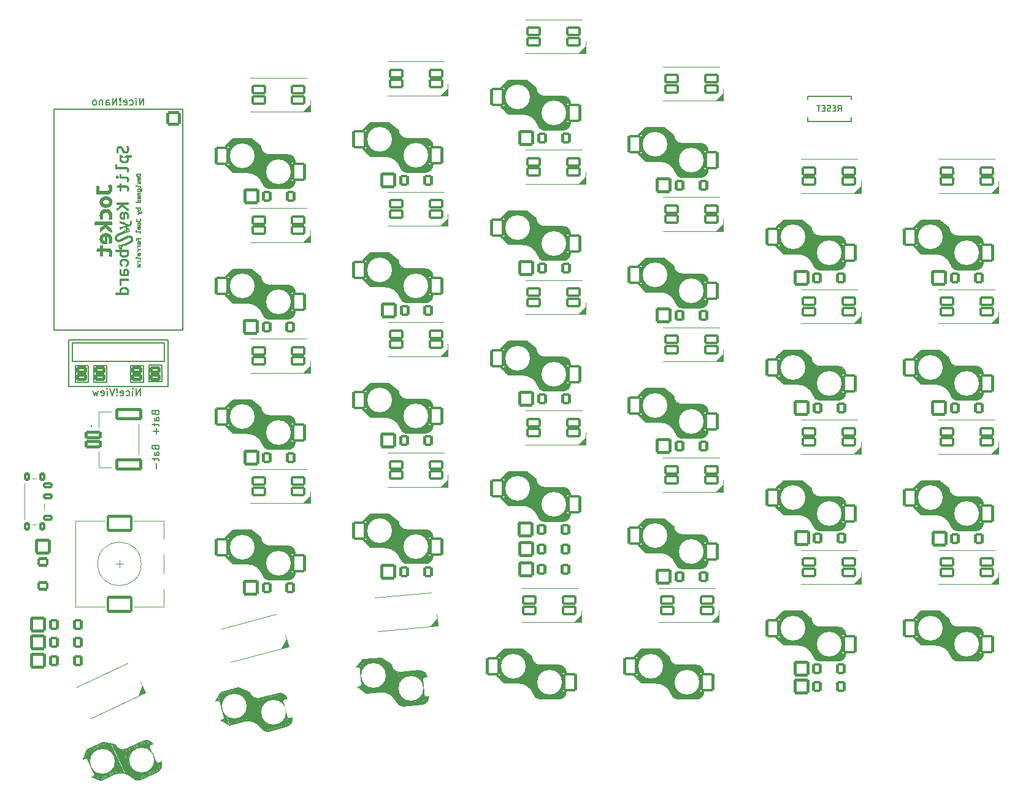
<source format=gbo>
G04 #@! TF.GenerationSoftware,KiCad,Pcbnew,6.0.2+dfsg-1*
G04 #@! TF.CreationDate,2022-11-14T21:07:20+00:00*
G04 #@! TF.ProjectId,Jocket_Split_LP,4a6f636b-6574-45f5-9370-6c69745f4c50,rev?*
G04 #@! TF.SameCoordinates,Original*
G04 #@! TF.FileFunction,Legend,Bot*
G04 #@! TF.FilePolarity,Positive*
%FSLAX46Y46*%
G04 Gerber Fmt 4.6, Leading zero omitted, Abs format (unit mm)*
G04 Created by KiCad (PCBNEW 6.0.2+dfsg-1) date 2022-11-14 21:07:20*
%MOMM*%
%LPD*%
G01*
G04 APERTURE LIST*
G04 Aperture macros list*
%AMRoundRect*
0 Rectangle with rounded corners*
0 $1 Rounding radius*
0 $2 $3 $4 $5 $6 $7 $8 $9 X,Y pos of 4 corners*
0 Add a 4 corners polygon primitive as box body*
4,1,4,$2,$3,$4,$5,$6,$7,$8,$9,$2,$3,0*
0 Add four circle primitives for the rounded corners*
1,1,$1+$1,$2,$3*
1,1,$1+$1,$4,$5*
1,1,$1+$1,$6,$7*
1,1,$1+$1,$8,$9*
0 Add four rect primitives between the rounded corners*
20,1,$1+$1,$2,$3,$4,$5,0*
20,1,$1+$1,$4,$5,$6,$7,0*
20,1,$1+$1,$6,$7,$8,$9,0*
20,1,$1+$1,$8,$9,$2,$3,0*%
%AMFreePoly0*
4,1,22,0.686777,0.580194,0.756366,0.524698,0.794986,0.444504,0.800000,0.400000,0.800000,0.200000,0.780194,0.113223,0.741421,0.058579,0.141421,-0.541421,0.066056,-0.588777,-0.022393,-0.598742,-0.106406,-0.569345,-0.141421,-0.541421,-0.741421,0.058579,-0.788777,0.133944,-0.800000,0.200000,-0.800000,0.400000,-0.780194,0.486777,-0.724698,0.556366,-0.644504,0.594986,-0.600000,0.600000,
0.600000,0.600000,0.686777,0.580194,0.686777,0.580194,$1*%
%AMFreePoly1*
4,1,26,0.706406,1.169345,0.769345,1.106406,0.798742,1.022393,0.800000,1.000000,0.800000,-0.250000,0.780194,-0.336777,0.724698,-0.406366,0.644504,-0.444986,0.600000,-0.450000,-0.600000,-0.450000,-0.686777,-0.430194,-0.756366,-0.374698,-0.794986,-0.294504,-0.800000,-0.250000,-0.800000,1.000000,-0.780194,1.086777,-0.724698,1.156366,-0.644504,1.194986,-0.555496,1.194986,-0.475302,1.156366,
-0.458579,1.141421,0.000000,0.682842,0.458579,1.141421,0.533944,1.188777,0.622393,1.198742,0.706406,1.169345,0.706406,1.169345,$1*%
G04 Aperture macros list end*
%ADD10C,0.150000*%
%ADD11C,0.010000*%
%ADD12C,0.120000*%
%ADD13C,0.100000*%
%ADD14C,0.200000*%
%ADD15C,0.250000*%
%ADD16FreePoly0,270.000000*%
%ADD17C,2.000000*%
%ADD18FreePoly0,90.000000*%
%ADD19RoundRect,0.200000X-0.800000X0.800000X-0.800000X-0.800000X0.800000X-0.800000X0.800000X0.800000X0*%
%ADD20FreePoly1,90.000000*%
%ADD21FreePoly1,270.000000*%
%ADD22C,2.400000*%
%ADD23RoundRect,0.200000X-0.450000X-0.600000X0.450000X-0.600000X0.450000X0.600000X-0.450000X0.600000X0*%
%ADD24RoundRect,0.200000X-0.889000X-0.889000X0.889000X-0.889000X0.889000X0.889000X-0.889000X0.889000X0*%
%ADD25C,2.305000*%
%ADD26RoundRect,0.200000X-0.600000X0.450000X-0.600000X-0.450000X0.600000X-0.450000X0.600000X0.450000X0*%
%ADD27RoundRect,0.200000X-0.889000X0.889000X-0.889000X-0.889000X0.889000X-0.889000X0.889000X0.889000X0*%
%ADD28C,1.400000*%
%ADD29C,3.400000*%
%ADD30C,2.200000*%
%ADD31C,3.800000*%
%ADD32RoundRect,0.200000X0.850000X0.500000X-0.850000X0.500000X-0.850000X-0.500000X0.850000X-0.500000X0*%
%ADD33RoundRect,0.200000X0.800000X1.100000X-0.800000X1.100000X-0.800000X-1.100000X0.800000X-1.100000X0*%
%ADD34RoundRect,0.200000X0.559052X0.812379X-0.981671X0.093928X-0.559052X-0.812379X0.981671X-0.093928X0*%
%ADD35RoundRect,0.200000X0.260166X1.335033X-1.189926X0.658844X-0.260166X-1.335033X1.189926X-0.658844X0*%
%ADD36RoundRect,0.200000X0.803188X0.572180X-0.890343X0.424015X-0.803188X-0.572180X0.890343X-0.424015X0*%
%ADD37RoundRect,0.200000X0.701084X1.165539X-0.892827X1.026090X-0.701084X-1.165539X0.892827X-1.026090X0*%
%ADD38RoundRect,0.200000X-1.600000X-1.000000X1.600000X-1.000000X1.600000X1.000000X-1.600000X1.000000X0*%
%ADD39RoundRect,0.200000X0.691627X0.702959X-0.950446X0.262967X-0.691627X-0.702959X0.950446X-0.262967X0*%
%ADD40RoundRect,0.200000X0.488040X1.269574X-1.057442X0.855463X-0.488040X-1.269574X1.057442X-0.855463X0*%
%ADD41C,1.797000*%
%ADD42C,1.250000*%
%ADD43RoundRect,0.200000X-0.500000X0.250000X-0.500000X-0.250000X0.500000X-0.250000X0.500000X0.250000X0*%
%ADD44RoundRect,0.200000X0.250000X0.400000X-0.250000X0.400000X-0.250000X-0.400000X0.250000X-0.400000X0*%
%ADD45RoundRect,0.200000X0.950000X-0.400000X0.950000X0.400000X-0.950000X0.400000X-0.950000X-0.400000X0*%
%ADD46RoundRect,0.200000X1.675000X-0.650000X1.675000X0.650000X-1.675000X0.650000X-1.675000X-0.650000X0*%
%ADD47RoundRect,0.200000X-0.571500X0.317500X-0.571500X-0.317500X0.571500X-0.317500X0.571500X0.317500X0*%
G04 APERTURE END LIST*
D10*
X91550000Y-83550000D02*
X105225000Y-83550000D01*
X105225000Y-83550000D02*
X105225000Y-77100000D01*
X105225000Y-77100000D02*
X91550000Y-77100000D01*
X91550000Y-77100000D02*
X91550000Y-83550000D01*
X101897527Y-44739558D02*
X101897527Y-43739558D01*
X101326098Y-44739558D01*
X101326098Y-43739558D01*
X100849907Y-44739558D02*
X100849907Y-44072892D01*
X100849907Y-43739558D02*
X100897527Y-43787178D01*
X100849907Y-43834797D01*
X100802288Y-43787178D01*
X100849907Y-43739558D01*
X100849907Y-43834797D01*
X99945146Y-44691939D02*
X100040384Y-44739558D01*
X100230860Y-44739558D01*
X100326098Y-44691939D01*
X100373717Y-44644320D01*
X100421336Y-44549082D01*
X100421336Y-44263368D01*
X100373717Y-44168130D01*
X100326098Y-44120511D01*
X100230860Y-44072892D01*
X100040384Y-44072892D01*
X99945146Y-44120511D01*
X99135622Y-44691939D02*
X99230860Y-44739558D01*
X99421336Y-44739558D01*
X99516574Y-44691939D01*
X99564193Y-44596701D01*
X99564193Y-44215749D01*
X99516574Y-44120511D01*
X99421336Y-44072892D01*
X99230860Y-44072892D01*
X99135622Y-44120511D01*
X99088003Y-44215749D01*
X99088003Y-44310987D01*
X99564193Y-44406225D01*
X98659431Y-44644320D02*
X98611812Y-44691939D01*
X98659431Y-44739558D01*
X98707050Y-44691939D01*
X98659431Y-44644320D01*
X98659431Y-44739558D01*
X98659431Y-44358606D02*
X98707050Y-43787178D01*
X98659431Y-43739558D01*
X98611812Y-43787178D01*
X98659431Y-44358606D01*
X98659431Y-43739558D01*
X98183241Y-44739558D02*
X98183241Y-43739558D01*
X97611812Y-44739558D01*
X97611812Y-43739558D01*
X96707050Y-44739558D02*
X96707050Y-44215749D01*
X96754669Y-44120511D01*
X96849907Y-44072892D01*
X97040384Y-44072892D01*
X97135622Y-44120511D01*
X96707050Y-44691939D02*
X96802288Y-44739558D01*
X97040384Y-44739558D01*
X97135622Y-44691939D01*
X97183241Y-44596701D01*
X97183241Y-44501463D01*
X97135622Y-44406225D01*
X97040384Y-44358606D01*
X96802288Y-44358606D01*
X96707050Y-44310987D01*
X96230860Y-44072892D02*
X96230860Y-44739558D01*
X96230860Y-44168130D02*
X96183241Y-44120511D01*
X96088003Y-44072892D01*
X95945146Y-44072892D01*
X95849907Y-44120511D01*
X95802288Y-44215749D01*
X95802288Y-44739558D01*
X95183241Y-44739558D02*
X95278479Y-44691939D01*
X95326098Y-44644320D01*
X95373717Y-44549082D01*
X95373717Y-44263368D01*
X95326098Y-44168130D01*
X95278479Y-44120511D01*
X95183241Y-44072892D01*
X95040384Y-44072892D01*
X94945146Y-44120511D01*
X94897527Y-44168130D01*
X94849907Y-44263368D01*
X94849907Y-44549082D01*
X94897527Y-44644320D01*
X94945146Y-44691939D01*
X95040384Y-44739558D01*
X95183241Y-44739558D01*
X101438095Y-84827380D02*
X101438095Y-83827380D01*
X100866666Y-84827380D01*
X100866666Y-83827380D01*
X100390476Y-84827380D02*
X100390476Y-84160714D01*
X100390476Y-83827380D02*
X100438095Y-83875000D01*
X100390476Y-83922619D01*
X100342857Y-83875000D01*
X100390476Y-83827380D01*
X100390476Y-83922619D01*
X99485714Y-84779761D02*
X99580952Y-84827380D01*
X99771428Y-84827380D01*
X99866666Y-84779761D01*
X99914285Y-84732142D01*
X99961904Y-84636904D01*
X99961904Y-84351190D01*
X99914285Y-84255952D01*
X99866666Y-84208333D01*
X99771428Y-84160714D01*
X99580952Y-84160714D01*
X99485714Y-84208333D01*
X98676190Y-84779761D02*
X98771428Y-84827380D01*
X98961904Y-84827380D01*
X99057142Y-84779761D01*
X99104761Y-84684523D01*
X99104761Y-84303571D01*
X99057142Y-84208333D01*
X98961904Y-84160714D01*
X98771428Y-84160714D01*
X98676190Y-84208333D01*
X98628571Y-84303571D01*
X98628571Y-84398809D01*
X99104761Y-84494047D01*
X98200000Y-84732142D02*
X98152380Y-84779761D01*
X98200000Y-84827380D01*
X98247619Y-84779761D01*
X98200000Y-84732142D01*
X98200000Y-84827380D01*
X98200000Y-84446428D02*
X98247619Y-83875000D01*
X98200000Y-83827380D01*
X98152380Y-83875000D01*
X98200000Y-84446428D01*
X98200000Y-83827380D01*
X97866666Y-83827380D02*
X97533333Y-84827380D01*
X97200000Y-83827380D01*
X96866666Y-84827380D02*
X96866666Y-84160714D01*
X96866666Y-83827380D02*
X96914285Y-83875000D01*
X96866666Y-83922619D01*
X96819047Y-83875000D01*
X96866666Y-83827380D01*
X96866666Y-83922619D01*
X96009523Y-84779761D02*
X96104761Y-84827380D01*
X96295238Y-84827380D01*
X96390476Y-84779761D01*
X96438095Y-84684523D01*
X96438095Y-84303571D01*
X96390476Y-84208333D01*
X96295238Y-84160714D01*
X96104761Y-84160714D01*
X96009523Y-84208333D01*
X95961904Y-84303571D01*
X95961904Y-84398809D01*
X96438095Y-84494047D01*
X95628571Y-84160714D02*
X95438095Y-84827380D01*
X95247619Y-84351190D01*
X95057142Y-84827380D01*
X94866666Y-84160714D01*
X197736904Y-45561904D02*
X198003571Y-45180952D01*
X198194047Y-45561904D02*
X198194047Y-44761904D01*
X197889285Y-44761904D01*
X197813095Y-44800000D01*
X197775000Y-44838095D01*
X197736904Y-44914285D01*
X197736904Y-45028571D01*
X197775000Y-45104761D01*
X197813095Y-45142857D01*
X197889285Y-45180952D01*
X198194047Y-45180952D01*
X197394047Y-45142857D02*
X197127380Y-45142857D01*
X197013095Y-45561904D02*
X197394047Y-45561904D01*
X197394047Y-44761904D01*
X197013095Y-44761904D01*
X196708333Y-45523809D02*
X196594047Y-45561904D01*
X196403571Y-45561904D01*
X196327380Y-45523809D01*
X196289285Y-45485714D01*
X196251190Y-45409523D01*
X196251190Y-45333333D01*
X196289285Y-45257142D01*
X196327380Y-45219047D01*
X196403571Y-45180952D01*
X196555952Y-45142857D01*
X196632142Y-45104761D01*
X196670238Y-45066666D01*
X196708333Y-44990476D01*
X196708333Y-44914285D01*
X196670238Y-44838095D01*
X196632142Y-44800000D01*
X196555952Y-44761904D01*
X196365476Y-44761904D01*
X196251190Y-44800000D01*
X195908333Y-45142857D02*
X195641666Y-45142857D01*
X195527380Y-45561904D02*
X195908333Y-45561904D01*
X195908333Y-44761904D01*
X195527380Y-44761904D01*
X195298809Y-44761904D02*
X194841666Y-44761904D01*
X195070238Y-45561904D02*
X195070238Y-44761904D01*
X103503571Y-87214285D02*
X103551190Y-87357142D01*
X103598809Y-87404761D01*
X103694047Y-87452380D01*
X103836904Y-87452380D01*
X103932142Y-87404761D01*
X103979761Y-87357142D01*
X104027380Y-87261904D01*
X104027380Y-86880952D01*
X103027380Y-86880952D01*
X103027380Y-87214285D01*
X103075000Y-87309523D01*
X103122619Y-87357142D01*
X103217857Y-87404761D01*
X103313095Y-87404761D01*
X103408333Y-87357142D01*
X103455952Y-87309523D01*
X103503571Y-87214285D01*
X103503571Y-86880952D01*
X104027380Y-88309523D02*
X103503571Y-88309523D01*
X103408333Y-88261904D01*
X103360714Y-88166666D01*
X103360714Y-87976190D01*
X103408333Y-87880952D01*
X103979761Y-88309523D02*
X104027380Y-88214285D01*
X104027380Y-87976190D01*
X103979761Y-87880952D01*
X103884523Y-87833333D01*
X103789285Y-87833333D01*
X103694047Y-87880952D01*
X103646428Y-87976190D01*
X103646428Y-88214285D01*
X103598809Y-88309523D01*
X103360714Y-88642857D02*
X103360714Y-89023809D01*
X103027380Y-88785714D02*
X103884523Y-88785714D01*
X103979761Y-88833333D01*
X104027380Y-88928571D01*
X104027380Y-89023809D01*
X103646428Y-89357142D02*
X103646428Y-90119047D01*
X104027380Y-89738095D02*
X103265476Y-89738095D01*
X103503571Y-91991241D02*
X103551190Y-92134098D01*
X103598809Y-92181717D01*
X103694047Y-92229336D01*
X103836904Y-92229336D01*
X103932142Y-92181717D01*
X103979761Y-92134098D01*
X104027380Y-92038860D01*
X104027380Y-91657908D01*
X103027380Y-91657908D01*
X103027380Y-91991241D01*
X103075000Y-92086479D01*
X103122619Y-92134098D01*
X103217857Y-92181717D01*
X103313095Y-92181717D01*
X103408333Y-92134098D01*
X103455952Y-92086479D01*
X103503571Y-91991241D01*
X103503571Y-91657908D01*
X104027380Y-93086479D02*
X103503571Y-93086479D01*
X103408333Y-93038860D01*
X103360714Y-92943622D01*
X103360714Y-92753146D01*
X103408333Y-92657908D01*
X103979761Y-93086479D02*
X104027380Y-92991241D01*
X104027380Y-92753146D01*
X103979761Y-92657908D01*
X103884523Y-92610289D01*
X103789285Y-92610289D01*
X103694047Y-92657908D01*
X103646428Y-92753146D01*
X103646428Y-92991241D01*
X103598809Y-93086479D01*
X103360714Y-93419813D02*
X103360714Y-93800765D01*
X103027380Y-93562670D02*
X103884523Y-93562670D01*
X103979761Y-93610289D01*
X104027380Y-93705527D01*
X104027380Y-93800765D01*
X103646428Y-94134098D02*
X103646428Y-94896003D01*
D11*
X100984428Y-56472608D02*
X100986678Y-56508424D01*
X100986678Y-56508424D02*
X100990967Y-56545665D01*
X100990967Y-56545665D02*
X100997199Y-56582829D01*
X100997199Y-56582829D02*
X101005280Y-56618415D01*
X101005280Y-56618415D02*
X101005300Y-56618493D01*
X101005300Y-56618493D02*
X101009187Y-56633336D01*
X101009187Y-56633336D02*
X101256147Y-56632102D01*
X101256147Y-56632102D02*
X101306260Y-56631845D01*
X101306260Y-56631845D02*
X101349184Y-56631596D01*
X101349184Y-56631596D02*
X101385543Y-56631334D01*
X101385543Y-56631334D02*
X101415963Y-56631038D01*
X101415963Y-56631038D02*
X101441069Y-56630684D01*
X101441069Y-56630684D02*
X101461487Y-56630251D01*
X101461487Y-56630251D02*
X101477842Y-56629718D01*
X101477842Y-56629718D02*
X101490760Y-56629062D01*
X101490760Y-56629062D02*
X101500865Y-56628262D01*
X101500865Y-56628262D02*
X101508784Y-56627295D01*
X101508784Y-56627295D02*
X101515142Y-56626140D01*
X101515142Y-56626140D02*
X101520564Y-56624774D01*
X101520564Y-56624774D02*
X101525675Y-56623177D01*
X101525675Y-56623177D02*
X101527390Y-56622598D01*
X101527390Y-56622598D02*
X101557784Y-56610033D01*
X101557784Y-56610033D02*
X101582437Y-56594652D01*
X101582437Y-56594652D02*
X101601723Y-56576962D01*
X101601723Y-56576962D02*
X101614716Y-56561270D01*
X101614716Y-56561270D02*
X101625057Y-56544604D01*
X101625057Y-56544604D02*
X101634002Y-56524622D01*
X101634002Y-56524622D02*
X101641837Y-56502051D01*
X101641837Y-56502051D02*
X101646106Y-56483593D01*
X101646106Y-56483593D02*
X101649370Y-56459443D01*
X101649370Y-56459443D02*
X101651556Y-56431672D01*
X101651556Y-56431672D02*
X101652589Y-56402348D01*
X101652589Y-56402348D02*
X101652396Y-56373539D01*
X101652396Y-56373539D02*
X101650904Y-56347314D01*
X101650904Y-56347314D02*
X101648090Y-56326008D01*
X101648090Y-56326008D02*
X101643018Y-56301887D01*
X101643018Y-56301887D02*
X101637819Y-56281618D01*
X101637819Y-56281618D02*
X101632812Y-56266207D01*
X101632812Y-56266207D02*
X101628319Y-56256661D01*
X101628319Y-56256661D02*
X101625113Y-56253910D01*
X101625113Y-56253910D02*
X101619865Y-56254581D01*
X101619865Y-56254581D02*
X101609384Y-56256333D01*
X101609384Y-56256333D02*
X101595805Y-56258765D01*
X101595805Y-56258765D02*
X101581259Y-56261481D01*
X101581259Y-56261481D02*
X101567879Y-56264080D01*
X101567879Y-56264080D02*
X101557799Y-56266165D01*
X101557799Y-56266165D02*
X101553150Y-56267337D01*
X101553150Y-56267337D02*
X101553088Y-56267371D01*
X101553088Y-56267371D02*
X101553803Y-56271066D01*
X101553803Y-56271066D02*
X101556425Y-56280413D01*
X101556425Y-56280413D02*
X101560444Y-56293629D01*
X101560444Y-56293629D02*
X101561930Y-56298348D01*
X101561930Y-56298348D02*
X101570681Y-56333127D01*
X101570681Y-56333127D02*
X101576067Y-56370360D01*
X101576067Y-56370360D02*
X101577787Y-56406986D01*
X101577787Y-56406986D02*
X101575769Y-56438296D01*
X101575769Y-56438296D02*
X101569360Y-56470416D01*
X101569360Y-56470416D02*
X101559284Y-56495954D01*
X101559284Y-56495954D02*
X101544883Y-56515541D01*
X101544883Y-56515541D02*
X101525501Y-56529809D01*
X101525501Y-56529809D02*
X101500481Y-56539387D01*
X101500481Y-56539387D02*
X101469167Y-56544908D01*
X101469167Y-56544908D02*
X101464279Y-56545389D01*
X101464279Y-56545389D02*
X101435300Y-56548015D01*
X101435300Y-56548015D02*
X101446574Y-56515264D01*
X101446574Y-56515264D02*
X101456779Y-56475717D01*
X101456779Y-56475717D02*
X101460700Y-56435687D01*
X101460700Y-56435687D02*
X101458406Y-56396589D01*
X101458406Y-56396589D02*
X101449962Y-56359839D01*
X101449962Y-56359839D02*
X101437862Y-56331243D01*
X101437862Y-56331243D02*
X101421199Y-56306684D01*
X101421199Y-56306684D02*
X101398796Y-56283512D01*
X101398796Y-56283512D02*
X101372711Y-56263625D01*
X101372711Y-56263625D02*
X101351860Y-56251955D01*
X101351860Y-56251955D02*
X101319276Y-56239913D01*
X101319276Y-56239913D02*
X101282033Y-56231782D01*
X101282033Y-56231782D02*
X101242334Y-56227732D01*
X101242334Y-56227732D02*
X101226562Y-56227810D01*
X101226562Y-56227810D02*
X101226562Y-56316974D01*
X101226562Y-56316974D02*
X101247582Y-56317792D01*
X101247582Y-56317792D02*
X101284613Y-56323050D01*
X101284613Y-56323050D02*
X101315714Y-56333246D01*
X101315714Y-56333246D02*
X101341146Y-56348547D01*
X101341146Y-56348547D02*
X101361171Y-56369120D01*
X101361171Y-56369120D02*
X101376049Y-56395133D01*
X101376049Y-56395133D02*
X101378750Y-56401847D01*
X101378750Y-56401847D02*
X101381872Y-56416528D01*
X101381872Y-56416528D02*
X101382813Y-56436231D01*
X101382813Y-56436231D02*
X101381719Y-56458521D01*
X101381719Y-56458521D02*
X101378738Y-56480959D01*
X101378738Y-56480959D02*
X101374016Y-56501108D01*
X101374016Y-56501108D02*
X101372493Y-56505750D01*
X101372493Y-56505750D02*
X101367130Y-56519699D01*
X101367130Y-56519699D02*
X101361725Y-56531831D01*
X101361725Y-56531831D02*
X101358379Y-56537988D01*
X101358379Y-56537988D02*
X101352481Y-56546990D01*
X101352481Y-56546990D02*
X101212312Y-56546990D01*
X101212312Y-56546990D02*
X101174912Y-56546952D01*
X101174912Y-56546952D02*
X101144600Y-56546820D01*
X101144600Y-56546820D02*
X101120649Y-56546564D01*
X101120649Y-56546564D02*
X101102332Y-56546154D01*
X101102332Y-56546154D02*
X101088922Y-56545561D01*
X101088922Y-56545561D02*
X101079691Y-56544755D01*
X101079691Y-56544755D02*
X101073914Y-56543708D01*
X101073914Y-56543708D02*
X101070861Y-56542389D01*
X101070861Y-56542389D02*
X101069929Y-56541219D01*
X101069929Y-56541219D02*
X101067163Y-56530341D01*
X101067163Y-56530341D02*
X101064647Y-56513969D01*
X101064647Y-56513969D02*
X101062581Y-56494426D01*
X101062581Y-56494426D02*
X101061168Y-56474033D01*
X101061168Y-56474033D02*
X101060607Y-56455113D01*
X101060607Y-56455113D02*
X101061100Y-56439987D01*
X101061100Y-56439987D02*
X101061130Y-56439646D01*
X101061130Y-56439646D02*
X101067484Y-56408355D01*
X101067484Y-56408355D02*
X101080215Y-56381249D01*
X101080215Y-56381249D02*
X101098953Y-56358571D01*
X101098953Y-56358571D02*
X101123327Y-56340562D01*
X101123327Y-56340562D02*
X101152967Y-56327465D01*
X101152967Y-56327465D02*
X101187502Y-56319521D01*
X101187502Y-56319521D02*
X101226562Y-56316974D01*
X101226562Y-56316974D02*
X101226562Y-56227810D01*
X101226562Y-56227810D02*
X101202380Y-56227931D01*
X101202380Y-56227931D02*
X101164374Y-56232548D01*
X101164374Y-56232548D02*
X101147792Y-56236297D01*
X101147792Y-56236297D02*
X101107677Y-56250694D01*
X101107677Y-56250694D02*
X101072417Y-56271136D01*
X101072417Y-56271136D02*
X101042320Y-56297324D01*
X101042320Y-56297324D02*
X101017692Y-56328962D01*
X101017692Y-56328962D02*
X100998838Y-56365752D01*
X100998838Y-56365752D02*
X100990848Y-56388728D01*
X100990848Y-56388728D02*
X100986418Y-56411258D01*
X100986418Y-56411258D02*
X100984309Y-56439719D01*
X100984309Y-56439719D02*
X100984428Y-56472608D01*
X100984428Y-56472608D02*
X100984428Y-56472608D01*
G36*
X101282033Y-56231782D02*
G01*
X101319276Y-56239913D01*
X101351860Y-56251955D01*
X101372711Y-56263625D01*
X101398796Y-56283512D01*
X101421199Y-56306684D01*
X101437862Y-56331243D01*
X101449962Y-56359839D01*
X101458406Y-56396589D01*
X101460700Y-56435687D01*
X101456779Y-56475717D01*
X101446574Y-56515264D01*
X101435300Y-56548015D01*
X101464279Y-56545389D01*
X101469167Y-56544908D01*
X101500481Y-56539387D01*
X101525501Y-56529809D01*
X101544883Y-56515541D01*
X101559284Y-56495954D01*
X101569360Y-56470416D01*
X101575769Y-56438296D01*
X101577787Y-56406986D01*
X101576067Y-56370360D01*
X101570681Y-56333127D01*
X101561930Y-56298348D01*
X101560444Y-56293629D01*
X101556425Y-56280413D01*
X101553803Y-56271066D01*
X101553088Y-56267371D01*
X101553150Y-56267337D01*
X101557799Y-56266165D01*
X101567879Y-56264080D01*
X101581259Y-56261481D01*
X101595805Y-56258765D01*
X101609384Y-56256333D01*
X101619865Y-56254581D01*
X101625113Y-56253910D01*
X101628319Y-56256661D01*
X101632812Y-56266207D01*
X101637819Y-56281618D01*
X101643018Y-56301887D01*
X101648090Y-56326008D01*
X101650904Y-56347314D01*
X101652396Y-56373539D01*
X101652589Y-56402348D01*
X101651556Y-56431672D01*
X101649370Y-56459443D01*
X101646106Y-56483593D01*
X101641837Y-56502051D01*
X101634002Y-56524622D01*
X101625057Y-56544604D01*
X101614716Y-56561270D01*
X101601723Y-56576962D01*
X101582437Y-56594652D01*
X101557784Y-56610033D01*
X101527390Y-56622598D01*
X101525675Y-56623177D01*
X101520564Y-56624774D01*
X101515142Y-56626140D01*
X101508784Y-56627295D01*
X101500865Y-56628262D01*
X101490760Y-56629062D01*
X101477842Y-56629718D01*
X101461487Y-56630251D01*
X101441069Y-56630684D01*
X101415963Y-56631038D01*
X101385543Y-56631334D01*
X101349184Y-56631596D01*
X101306260Y-56631845D01*
X101256147Y-56632102D01*
X101009187Y-56633336D01*
X101005300Y-56618493D01*
X101005280Y-56618415D01*
X100997199Y-56582829D01*
X100990967Y-56545665D01*
X100986678Y-56508424D01*
X100984428Y-56472608D01*
X100984365Y-56455113D01*
X101060607Y-56455113D01*
X101061168Y-56474033D01*
X101062581Y-56494426D01*
X101064647Y-56513969D01*
X101067163Y-56530341D01*
X101069929Y-56541219D01*
X101070861Y-56542389D01*
X101073914Y-56543708D01*
X101079691Y-56544755D01*
X101088922Y-56545561D01*
X101102332Y-56546154D01*
X101120649Y-56546564D01*
X101144600Y-56546820D01*
X101174912Y-56546952D01*
X101212312Y-56546990D01*
X101352481Y-56546990D01*
X101358379Y-56537988D01*
X101361725Y-56531831D01*
X101367130Y-56519699D01*
X101372493Y-56505750D01*
X101374016Y-56501108D01*
X101378738Y-56480959D01*
X101381719Y-56458521D01*
X101382813Y-56436231D01*
X101381872Y-56416528D01*
X101378750Y-56401847D01*
X101376049Y-56395133D01*
X101361171Y-56369120D01*
X101341146Y-56348547D01*
X101315714Y-56333246D01*
X101284613Y-56323050D01*
X101247582Y-56317792D01*
X101226562Y-56316974D01*
X101187502Y-56319521D01*
X101152967Y-56327465D01*
X101123327Y-56340562D01*
X101098953Y-56358571D01*
X101080215Y-56381249D01*
X101067484Y-56408355D01*
X101061130Y-56439646D01*
X101061100Y-56439987D01*
X101060607Y-56455113D01*
X100984365Y-56455113D01*
X100984309Y-56439719D01*
X100986418Y-56411258D01*
X100990848Y-56388728D01*
X100998838Y-56365752D01*
X101017692Y-56328962D01*
X101042320Y-56297324D01*
X101072417Y-56271136D01*
X101107677Y-56250694D01*
X101147792Y-56236297D01*
X101164374Y-56232548D01*
X101202380Y-56227931D01*
X101226562Y-56227810D01*
X101242334Y-56227732D01*
X101282033Y-56231782D01*
G37*
X101282033Y-56231782D02*
X101319276Y-56239913D01*
X101351860Y-56251955D01*
X101372711Y-56263625D01*
X101398796Y-56283512D01*
X101421199Y-56306684D01*
X101437862Y-56331243D01*
X101449962Y-56359839D01*
X101458406Y-56396589D01*
X101460700Y-56435687D01*
X101456779Y-56475717D01*
X101446574Y-56515264D01*
X101435300Y-56548015D01*
X101464279Y-56545389D01*
X101469167Y-56544908D01*
X101500481Y-56539387D01*
X101525501Y-56529809D01*
X101544883Y-56515541D01*
X101559284Y-56495954D01*
X101569360Y-56470416D01*
X101575769Y-56438296D01*
X101577787Y-56406986D01*
X101576067Y-56370360D01*
X101570681Y-56333127D01*
X101561930Y-56298348D01*
X101560444Y-56293629D01*
X101556425Y-56280413D01*
X101553803Y-56271066D01*
X101553088Y-56267371D01*
X101553150Y-56267337D01*
X101557799Y-56266165D01*
X101567879Y-56264080D01*
X101581259Y-56261481D01*
X101595805Y-56258765D01*
X101609384Y-56256333D01*
X101619865Y-56254581D01*
X101625113Y-56253910D01*
X101628319Y-56256661D01*
X101632812Y-56266207D01*
X101637819Y-56281618D01*
X101643018Y-56301887D01*
X101648090Y-56326008D01*
X101650904Y-56347314D01*
X101652396Y-56373539D01*
X101652589Y-56402348D01*
X101651556Y-56431672D01*
X101649370Y-56459443D01*
X101646106Y-56483593D01*
X101641837Y-56502051D01*
X101634002Y-56524622D01*
X101625057Y-56544604D01*
X101614716Y-56561270D01*
X101601723Y-56576962D01*
X101582437Y-56594652D01*
X101557784Y-56610033D01*
X101527390Y-56622598D01*
X101525675Y-56623177D01*
X101520564Y-56624774D01*
X101515142Y-56626140D01*
X101508784Y-56627295D01*
X101500865Y-56628262D01*
X101490760Y-56629062D01*
X101477842Y-56629718D01*
X101461487Y-56630251D01*
X101441069Y-56630684D01*
X101415963Y-56631038D01*
X101385543Y-56631334D01*
X101349184Y-56631596D01*
X101306260Y-56631845D01*
X101256147Y-56632102D01*
X101009187Y-56633336D01*
X101005300Y-56618493D01*
X101005280Y-56618415D01*
X100997199Y-56582829D01*
X100990967Y-56545665D01*
X100986678Y-56508424D01*
X100984428Y-56472608D01*
X100984365Y-56455113D01*
X101060607Y-56455113D01*
X101061168Y-56474033D01*
X101062581Y-56494426D01*
X101064647Y-56513969D01*
X101067163Y-56530341D01*
X101069929Y-56541219D01*
X101070861Y-56542389D01*
X101073914Y-56543708D01*
X101079691Y-56544755D01*
X101088922Y-56545561D01*
X101102332Y-56546154D01*
X101120649Y-56546564D01*
X101144600Y-56546820D01*
X101174912Y-56546952D01*
X101212312Y-56546990D01*
X101352481Y-56546990D01*
X101358379Y-56537988D01*
X101361725Y-56531831D01*
X101367130Y-56519699D01*
X101372493Y-56505750D01*
X101374016Y-56501108D01*
X101378738Y-56480959D01*
X101381719Y-56458521D01*
X101382813Y-56436231D01*
X101381872Y-56416528D01*
X101378750Y-56401847D01*
X101376049Y-56395133D01*
X101361171Y-56369120D01*
X101341146Y-56348547D01*
X101315714Y-56333246D01*
X101284613Y-56323050D01*
X101247582Y-56317792D01*
X101226562Y-56316974D01*
X101187502Y-56319521D01*
X101152967Y-56327465D01*
X101123327Y-56340562D01*
X101098953Y-56358571D01*
X101080215Y-56381249D01*
X101067484Y-56408355D01*
X101061130Y-56439646D01*
X101061100Y-56439987D01*
X101060607Y-56455113D01*
X100984365Y-56455113D01*
X100984309Y-56439719D01*
X100986418Y-56411258D01*
X100990848Y-56388728D01*
X100998838Y-56365752D01*
X101017692Y-56328962D01*
X101042320Y-56297324D01*
X101072417Y-56271136D01*
X101107677Y-56250694D01*
X101147792Y-56236297D01*
X101164374Y-56232548D01*
X101202380Y-56227931D01*
X101226562Y-56227810D01*
X101242334Y-56227732D01*
X101282033Y-56231782D01*
X100993725Y-59778098D02*
X100994518Y-59785550D01*
X100994518Y-59785550D02*
X100996182Y-59789181D01*
X100996182Y-59789181D02*
X100998903Y-59790319D01*
X100998903Y-59790319D02*
X101000190Y-59790374D01*
X101000190Y-59790374D02*
X101008525Y-59789212D01*
X101008525Y-59789212D02*
X101023360Y-59785906D01*
X101023360Y-59785906D02*
X101043762Y-59780730D01*
X101043762Y-59780730D02*
X101068796Y-59773954D01*
X101068796Y-59773954D02*
X101097530Y-59765850D01*
X101097530Y-59765850D02*
X101129030Y-59756692D01*
X101129030Y-59756692D02*
X101162364Y-59746750D01*
X101162364Y-59746750D02*
X101196597Y-59736297D01*
X101196597Y-59736297D02*
X101230797Y-59725605D01*
X101230797Y-59725605D02*
X101264031Y-59714945D01*
X101264031Y-59714945D02*
X101295364Y-59704590D01*
X101295364Y-59704590D02*
X101300637Y-59702811D01*
X101300637Y-59702811D02*
X101360460Y-59682054D01*
X101360460Y-59682054D02*
X101413105Y-59662633D01*
X101413105Y-59662633D02*
X101459042Y-59644268D01*
X101459042Y-59644268D02*
X101498742Y-59626680D01*
X101498742Y-59626680D02*
X101532672Y-59609586D01*
X101532672Y-59609586D02*
X101561303Y-59592708D01*
X101561303Y-59592708D02*
X101585104Y-59575766D01*
X101585104Y-59575766D02*
X101604544Y-59558478D01*
X101604544Y-59558478D02*
X101620093Y-59540565D01*
X101620093Y-59540565D02*
X101632219Y-59521747D01*
X101632219Y-59521747D02*
X101641394Y-59501742D01*
X101641394Y-59501742D02*
X101642515Y-59498705D01*
X101642515Y-59498705D02*
X101647968Y-59477369D01*
X101647968Y-59477369D02*
X101651312Y-59451373D01*
X101651312Y-59451373D02*
X101652430Y-59423616D01*
X101652430Y-59423616D02*
X101651205Y-59396996D01*
X101651205Y-59396996D02*
X101647532Y-59374456D01*
X101647532Y-59374456D02*
X101644237Y-59362027D01*
X101644237Y-59362027D02*
X101641560Y-59353067D01*
X101641560Y-59353067D02*
X101640261Y-59349841D01*
X101640261Y-59349841D02*
X101637035Y-59349749D01*
X101637035Y-59349749D02*
X101628501Y-59351118D01*
X101628501Y-59351118D02*
X101614033Y-59354074D01*
X101614033Y-59354074D02*
X101593006Y-59358741D01*
X101593006Y-59358741D02*
X101576290Y-59362575D01*
X101576290Y-59362575D02*
X101570146Y-59365062D01*
X101570146Y-59365062D02*
X101570360Y-59369902D01*
X101570360Y-59369902D02*
X101571877Y-59372971D01*
X101571877Y-59372971D02*
X101575564Y-59384607D01*
X101575564Y-59384607D02*
X101577825Y-59401512D01*
X101577825Y-59401512D02*
X101578614Y-59421264D01*
X101578614Y-59421264D02*
X101577884Y-59441441D01*
X101577884Y-59441441D02*
X101575589Y-59459619D01*
X101575589Y-59459619D02*
X101573692Y-59467719D01*
X101573692Y-59467719D02*
X101563625Y-59489995D01*
X101563625Y-59489995D02*
X101547249Y-59511514D01*
X101547249Y-59511514D02*
X101526023Y-59530639D01*
X101526023Y-59530639D02*
X101506535Y-59543113D01*
X101506535Y-59543113D02*
X101484668Y-59554846D01*
X101484668Y-59554846D02*
X101423549Y-59524481D01*
X101423549Y-59524481D02*
X101300753Y-59467732D01*
X101300753Y-59467732D02*
X101175730Y-59418370D01*
X101175730Y-59418370D02*
X101048826Y-59376532D01*
X101048826Y-59376532D02*
X101042739Y-59374729D01*
X101042739Y-59374729D02*
X101021871Y-59368836D01*
X101021871Y-59368836D02*
X101007516Y-59365439D01*
X101007516Y-59365439D02*
X100998833Y-59364384D01*
X100998833Y-59364384D02*
X100994982Y-59365519D01*
X100994982Y-59365519D02*
X100994730Y-59365963D01*
X100994730Y-59365963D02*
X100994071Y-59371667D01*
X100994071Y-59371667D02*
X100993727Y-59383353D01*
X100993727Y-59383353D02*
X100993727Y-59399190D01*
X100993727Y-59399190D02*
X100993991Y-59413485D01*
X100993991Y-59413485D02*
X100995107Y-59456171D01*
X100995107Y-59456171D02*
X101047861Y-59470172D01*
X101047861Y-59470172D02*
X101086004Y-59480933D01*
X101086004Y-59480933D02*
X101128030Y-59493900D01*
X101128030Y-59493900D02*
X101172167Y-59508445D01*
X101172167Y-59508445D02*
X101216641Y-59523944D01*
X101216641Y-59523944D02*
X101259678Y-59539770D01*
X101259678Y-59539770D02*
X101299505Y-59555298D01*
X101299505Y-59555298D02*
X101334348Y-59569901D01*
X101334348Y-59569901D02*
X101348565Y-59576297D01*
X101348565Y-59576297D02*
X101385151Y-59593229D01*
X101385151Y-59593229D02*
X101315175Y-59615581D01*
X101315175Y-59615581D02*
X101286419Y-59624582D01*
X101286419Y-59624582D02*
X101256660Y-59633501D01*
X101256660Y-59633501D02*
X101224797Y-59642642D01*
X101224797Y-59642642D02*
X101189729Y-59652308D01*
X101189729Y-59652308D02*
X101150356Y-59662803D01*
X101150356Y-59662803D02*
X101105578Y-59674429D01*
X101105578Y-59674429D02*
X101054292Y-59687491D01*
X101054292Y-59687491D02*
X101053722Y-59687635D01*
X101053722Y-59687635D02*
X100995107Y-59702451D01*
X100995107Y-59702451D02*
X100994002Y-59746413D01*
X100994002Y-59746413D02*
X100993616Y-59765495D01*
X100993616Y-59765495D02*
X100993725Y-59778098D01*
X100993725Y-59778098D02*
X100993725Y-59778098D01*
G36*
X101640261Y-59349841D02*
G01*
X101641560Y-59353067D01*
X101644237Y-59362027D01*
X101647532Y-59374456D01*
X101651205Y-59396996D01*
X101652430Y-59423616D01*
X101651312Y-59451373D01*
X101647968Y-59477369D01*
X101642515Y-59498705D01*
X101641394Y-59501742D01*
X101632219Y-59521747D01*
X101620093Y-59540565D01*
X101604544Y-59558478D01*
X101585104Y-59575766D01*
X101561303Y-59592708D01*
X101532672Y-59609586D01*
X101498742Y-59626680D01*
X101459042Y-59644268D01*
X101413105Y-59662633D01*
X101360460Y-59682054D01*
X101300637Y-59702811D01*
X101295364Y-59704590D01*
X101264031Y-59714945D01*
X101230797Y-59725605D01*
X101196597Y-59736297D01*
X101162364Y-59746750D01*
X101129030Y-59756692D01*
X101097530Y-59765850D01*
X101068796Y-59773954D01*
X101043762Y-59780730D01*
X101023360Y-59785906D01*
X101008525Y-59789212D01*
X101000190Y-59790374D01*
X100998903Y-59790319D01*
X100996182Y-59789181D01*
X100994518Y-59785550D01*
X100993725Y-59778098D01*
X100993616Y-59765495D01*
X100994002Y-59746413D01*
X100995107Y-59702451D01*
X101053722Y-59687635D01*
X101054292Y-59687491D01*
X101105578Y-59674429D01*
X101150356Y-59662803D01*
X101189729Y-59652308D01*
X101224797Y-59642642D01*
X101256660Y-59633501D01*
X101286419Y-59624582D01*
X101315175Y-59615581D01*
X101385151Y-59593229D01*
X101348565Y-59576297D01*
X101334348Y-59569901D01*
X101299505Y-59555298D01*
X101259678Y-59539770D01*
X101216641Y-59523944D01*
X101172167Y-59508445D01*
X101128030Y-59493900D01*
X101086004Y-59480933D01*
X101047861Y-59470172D01*
X100995107Y-59456171D01*
X100993991Y-59413485D01*
X100993727Y-59399190D01*
X100993727Y-59383353D01*
X100994071Y-59371667D01*
X100994730Y-59365963D01*
X100994982Y-59365519D01*
X100998833Y-59364384D01*
X101007516Y-59365439D01*
X101021871Y-59368836D01*
X101042739Y-59374729D01*
X101048826Y-59376532D01*
X101175730Y-59418370D01*
X101300753Y-59467732D01*
X101423549Y-59524481D01*
X101484668Y-59554846D01*
X101506535Y-59543113D01*
X101526023Y-59530639D01*
X101547249Y-59511514D01*
X101563625Y-59489995D01*
X101573692Y-59467719D01*
X101575589Y-59459619D01*
X101577884Y-59441441D01*
X101578614Y-59421264D01*
X101577825Y-59401512D01*
X101575564Y-59384607D01*
X101571877Y-59372971D01*
X101570360Y-59369902D01*
X101570146Y-59365062D01*
X101576290Y-59362575D01*
X101593006Y-59358741D01*
X101614033Y-59354074D01*
X101628501Y-59351118D01*
X101637035Y-59349749D01*
X101640261Y-59349841D01*
G37*
X101640261Y-59349841D02*
X101641560Y-59353067D01*
X101644237Y-59362027D01*
X101647532Y-59374456D01*
X101651205Y-59396996D01*
X101652430Y-59423616D01*
X101651312Y-59451373D01*
X101647968Y-59477369D01*
X101642515Y-59498705D01*
X101641394Y-59501742D01*
X101632219Y-59521747D01*
X101620093Y-59540565D01*
X101604544Y-59558478D01*
X101585104Y-59575766D01*
X101561303Y-59592708D01*
X101532672Y-59609586D01*
X101498742Y-59626680D01*
X101459042Y-59644268D01*
X101413105Y-59662633D01*
X101360460Y-59682054D01*
X101300637Y-59702811D01*
X101295364Y-59704590D01*
X101264031Y-59714945D01*
X101230797Y-59725605D01*
X101196597Y-59736297D01*
X101162364Y-59746750D01*
X101129030Y-59756692D01*
X101097530Y-59765850D01*
X101068796Y-59773954D01*
X101043762Y-59780730D01*
X101023360Y-59785906D01*
X101008525Y-59789212D01*
X101000190Y-59790374D01*
X100998903Y-59790319D01*
X100996182Y-59789181D01*
X100994518Y-59785550D01*
X100993725Y-59778098D01*
X100993616Y-59765495D01*
X100994002Y-59746413D01*
X100995107Y-59702451D01*
X101053722Y-59687635D01*
X101054292Y-59687491D01*
X101105578Y-59674429D01*
X101150356Y-59662803D01*
X101189729Y-59652308D01*
X101224797Y-59642642D01*
X101256660Y-59633501D01*
X101286419Y-59624582D01*
X101315175Y-59615581D01*
X101385151Y-59593229D01*
X101348565Y-59576297D01*
X101334348Y-59569901D01*
X101299505Y-59555298D01*
X101259678Y-59539770D01*
X101216641Y-59523944D01*
X101172167Y-59508445D01*
X101128030Y-59493900D01*
X101086004Y-59480933D01*
X101047861Y-59470172D01*
X100995107Y-59456171D01*
X100993991Y-59413485D01*
X100993727Y-59399190D01*
X100993727Y-59383353D01*
X100994071Y-59371667D01*
X100994730Y-59365963D01*
X100994982Y-59365519D01*
X100998833Y-59364384D01*
X101007516Y-59365439D01*
X101021871Y-59368836D01*
X101042739Y-59374729D01*
X101048826Y-59376532D01*
X101175730Y-59418370D01*
X101300753Y-59467732D01*
X101423549Y-59524481D01*
X101484668Y-59554846D01*
X101506535Y-59543113D01*
X101526023Y-59530639D01*
X101547249Y-59511514D01*
X101563625Y-59489995D01*
X101573692Y-59467719D01*
X101575589Y-59459619D01*
X101577884Y-59441441D01*
X101578614Y-59421264D01*
X101577825Y-59401512D01*
X101575564Y-59384607D01*
X101571877Y-59372971D01*
X101570360Y-59369902D01*
X101570146Y-59365062D01*
X101576290Y-59362575D01*
X101593006Y-59358741D01*
X101614033Y-59354074D01*
X101628501Y-59351118D01*
X101637035Y-59349749D01*
X101640261Y-59349841D01*
X101073005Y-60790743D02*
X101125928Y-60790727D01*
X101125928Y-60790727D02*
X101171681Y-60790643D01*
X101171681Y-60790643D02*
X101210912Y-60790441D01*
X101210912Y-60790441D02*
X101244268Y-60790071D01*
X101244268Y-60790071D02*
X101272393Y-60789481D01*
X101272393Y-60789481D02*
X101295936Y-60788621D01*
X101295936Y-60788621D02*
X101315542Y-60787441D01*
X101315542Y-60787441D02*
X101331858Y-60785889D01*
X101331858Y-60785889D02*
X101345530Y-60783915D01*
X101345530Y-60783915D02*
X101357205Y-60781468D01*
X101357205Y-60781468D02*
X101367529Y-60778497D01*
X101367529Y-60778497D02*
X101377149Y-60774952D01*
X101377149Y-60774952D02*
X101386711Y-60770783D01*
X101386711Y-60770783D02*
X101396862Y-60765937D01*
X101396862Y-60765937D02*
X101398321Y-60765224D01*
X101398321Y-60765224D02*
X101426331Y-60747873D01*
X101426331Y-60747873D02*
X101449036Y-60725491D01*
X101449036Y-60725491D02*
X101467327Y-60697158D01*
X101467327Y-60697158D02*
X101470738Y-60690265D01*
X101470738Y-60690265D02*
X101482139Y-60658942D01*
X101482139Y-60658942D02*
X101489478Y-60622883D01*
X101489478Y-60622883D02*
X101492552Y-60584151D01*
X101492552Y-60584151D02*
X101491156Y-60544807D01*
X101491156Y-60544807D02*
X101487625Y-60519159D01*
X101487625Y-60519159D02*
X101483364Y-60501145D01*
X101483364Y-60501145D02*
X101477165Y-60481655D01*
X101477165Y-60481655D02*
X101469681Y-60462117D01*
X101469681Y-60462117D02*
X101461566Y-60443958D01*
X101461566Y-60443958D02*
X101453470Y-60428603D01*
X101453470Y-60428603D02*
X101446046Y-60417482D01*
X101446046Y-60417482D02*
X101439948Y-60412019D01*
X101439948Y-60412019D02*
X101438494Y-60411697D01*
X101438494Y-60411697D02*
X101433236Y-60413342D01*
X101433236Y-60413342D02*
X101423428Y-60417635D01*
X101423428Y-60417635D02*
X101410961Y-60423616D01*
X101410961Y-60423616D02*
X101397724Y-60430322D01*
X101397724Y-60430322D02*
X101385608Y-60436793D01*
X101385608Y-60436793D02*
X101376500Y-60442068D01*
X101376500Y-60442068D02*
X101372292Y-60445185D01*
X101372292Y-60445185D02*
X101372199Y-60445422D01*
X101372199Y-60445422D02*
X101374085Y-60449725D01*
X101374085Y-60449725D02*
X101379025Y-60458711D01*
X101379025Y-60458711D02*
X101385892Y-60470338D01*
X101385892Y-60470338D02*
X101397806Y-60491176D01*
X101397806Y-60491176D02*
X101405878Y-60508868D01*
X101405878Y-60508868D02*
X101411208Y-60526322D01*
X101411208Y-60526322D02*
X101414895Y-60546447D01*
X101414895Y-60546447D02*
X101415024Y-60547351D01*
X101415024Y-60547351D02*
X101416926Y-60580605D01*
X101416926Y-60580605D02*
X101413196Y-60611489D01*
X101413196Y-60611489D02*
X101404180Y-60638963D01*
X101404180Y-60638963D02*
X101390224Y-60661987D01*
X101390224Y-60661987D02*
X101371673Y-60679520D01*
X101371673Y-60679520D02*
X101370935Y-60680028D01*
X101370935Y-60680028D02*
X101362938Y-60685223D01*
X101362938Y-60685223D02*
X101354967Y-60689637D01*
X101354967Y-60689637D02*
X101346338Y-60693335D01*
X101346338Y-60693335D02*
X101336367Y-60696378D01*
X101336367Y-60696378D02*
X101324369Y-60698831D01*
X101324369Y-60698831D02*
X101309662Y-60700757D01*
X101309662Y-60700757D02*
X101291560Y-60702218D01*
X101291560Y-60702218D02*
X101269379Y-60703278D01*
X101269379Y-60703278D02*
X101242436Y-60704000D01*
X101242436Y-60704000D02*
X101210045Y-60704446D01*
X101210045Y-60704446D02*
X101171524Y-60704681D01*
X101171524Y-60704681D02*
X101126187Y-60704767D01*
X101126187Y-60704767D02*
X101102774Y-60704774D01*
X101102774Y-60704774D02*
X100907184Y-60704774D01*
X100907184Y-60704774D02*
X100907184Y-60485943D01*
X100907184Y-60485943D02*
X100832938Y-60485943D01*
X100832938Y-60485943D02*
X100832938Y-60790743D01*
X100832938Y-60790743D02*
X101073005Y-60790743D01*
X101073005Y-60790743D02*
X101073005Y-60790743D01*
G36*
X101439948Y-60412019D02*
G01*
X101446046Y-60417482D01*
X101453470Y-60428603D01*
X101461566Y-60443958D01*
X101469681Y-60462117D01*
X101477165Y-60481655D01*
X101483364Y-60501145D01*
X101487625Y-60519159D01*
X101491156Y-60544807D01*
X101492552Y-60584151D01*
X101489478Y-60622883D01*
X101482139Y-60658942D01*
X101470738Y-60690265D01*
X101467327Y-60697158D01*
X101449036Y-60725491D01*
X101426331Y-60747873D01*
X101398321Y-60765224D01*
X101396862Y-60765937D01*
X101386711Y-60770783D01*
X101377149Y-60774952D01*
X101367529Y-60778497D01*
X101357205Y-60781468D01*
X101345530Y-60783915D01*
X101331858Y-60785889D01*
X101315542Y-60787441D01*
X101295936Y-60788621D01*
X101272393Y-60789481D01*
X101244268Y-60790071D01*
X101210912Y-60790441D01*
X101171681Y-60790643D01*
X101125928Y-60790727D01*
X101073005Y-60790743D01*
X100832938Y-60790743D01*
X100832938Y-60485943D01*
X100907184Y-60485943D01*
X100907184Y-60704774D01*
X101102774Y-60704774D01*
X101126187Y-60704767D01*
X101171524Y-60704681D01*
X101210045Y-60704446D01*
X101242436Y-60704000D01*
X101269379Y-60703278D01*
X101291560Y-60702218D01*
X101309662Y-60700757D01*
X101324369Y-60698831D01*
X101336367Y-60696378D01*
X101346338Y-60693335D01*
X101354967Y-60689637D01*
X101362938Y-60685223D01*
X101370935Y-60680028D01*
X101371673Y-60679520D01*
X101390224Y-60661987D01*
X101404180Y-60638963D01*
X101413196Y-60611489D01*
X101416926Y-60580605D01*
X101415024Y-60547351D01*
X101414895Y-60546447D01*
X101411208Y-60526322D01*
X101405878Y-60508868D01*
X101397806Y-60491176D01*
X101385892Y-60470338D01*
X101379025Y-60458711D01*
X101374085Y-60449725D01*
X101372199Y-60445422D01*
X101372292Y-60445185D01*
X101376500Y-60442068D01*
X101385608Y-60436793D01*
X101397724Y-60430322D01*
X101410961Y-60423616D01*
X101423428Y-60417635D01*
X101433236Y-60413342D01*
X101438494Y-60411697D01*
X101439948Y-60412019D01*
G37*
X101439948Y-60412019D02*
X101446046Y-60417482D01*
X101453470Y-60428603D01*
X101461566Y-60443958D01*
X101469681Y-60462117D01*
X101477165Y-60481655D01*
X101483364Y-60501145D01*
X101487625Y-60519159D01*
X101491156Y-60544807D01*
X101492552Y-60584151D01*
X101489478Y-60622883D01*
X101482139Y-60658942D01*
X101470738Y-60690265D01*
X101467327Y-60697158D01*
X101449036Y-60725491D01*
X101426331Y-60747873D01*
X101398321Y-60765224D01*
X101396862Y-60765937D01*
X101386711Y-60770783D01*
X101377149Y-60774952D01*
X101367529Y-60778497D01*
X101357205Y-60781468D01*
X101345530Y-60783915D01*
X101331858Y-60785889D01*
X101315542Y-60787441D01*
X101295936Y-60788621D01*
X101272393Y-60789481D01*
X101244268Y-60790071D01*
X101210912Y-60790441D01*
X101171681Y-60790643D01*
X101125928Y-60790727D01*
X101073005Y-60790743D01*
X100832938Y-60790743D01*
X100832938Y-60485943D01*
X100907184Y-60485943D01*
X100907184Y-60704774D01*
X101102774Y-60704774D01*
X101126187Y-60704767D01*
X101171524Y-60704681D01*
X101210045Y-60704446D01*
X101242436Y-60704000D01*
X101269379Y-60703278D01*
X101291560Y-60702218D01*
X101309662Y-60700757D01*
X101324369Y-60698831D01*
X101336367Y-60696378D01*
X101346338Y-60693335D01*
X101354967Y-60689637D01*
X101362938Y-60685223D01*
X101370935Y-60680028D01*
X101371673Y-60679520D01*
X101390224Y-60661987D01*
X101404180Y-60638963D01*
X101413196Y-60611489D01*
X101416926Y-60580605D01*
X101415024Y-60547351D01*
X101414895Y-60546447D01*
X101411208Y-60526322D01*
X101405878Y-60508868D01*
X101397806Y-60491176D01*
X101385892Y-60470338D01*
X101379025Y-60458711D01*
X101374085Y-60449725D01*
X101372199Y-60445422D01*
X101372292Y-60445185D01*
X101376500Y-60442068D01*
X101385608Y-60436793D01*
X101397724Y-60430322D01*
X101410961Y-60423616D01*
X101423428Y-60417635D01*
X101433236Y-60413342D01*
X101438494Y-60411697D01*
X101439948Y-60412019D01*
X100987359Y-54934920D02*
X100996104Y-54970955D01*
X100996104Y-54970955D02*
X101010919Y-55002663D01*
X101010919Y-55002663D02*
X101032002Y-55030570D01*
X101032002Y-55030570D02*
X101038503Y-55037236D01*
X101038503Y-55037236D02*
X101061987Y-55056646D01*
X101061987Y-55056646D02*
X101088766Y-55071840D01*
X101088766Y-55071840D02*
X101119781Y-55083142D01*
X101119781Y-55083142D02*
X101155975Y-55090878D01*
X101155975Y-55090878D02*
X101198288Y-55095370D01*
X101198288Y-55095370D02*
X101209053Y-55095982D01*
X101209053Y-55095982D02*
X101258876Y-55098416D01*
X101258876Y-55098416D02*
X101258876Y-54752283D01*
X101258876Y-54752283D02*
X101280377Y-54754810D01*
X101280377Y-54754810D02*
X101314330Y-54762283D01*
X101314330Y-54762283D02*
X101343765Y-54776120D01*
X101343765Y-54776120D02*
X101368516Y-54796193D01*
X101368516Y-54796193D02*
X101388417Y-54822374D01*
X101388417Y-54822374D02*
X101400315Y-54846578D01*
X101400315Y-54846578D02*
X101403769Y-54856012D01*
X101403769Y-54856012D02*
X101406199Y-54865299D01*
X101406199Y-54865299D02*
X101407780Y-54876088D01*
X101407780Y-54876088D02*
X101408691Y-54890023D01*
X101408691Y-54890023D02*
X101409109Y-54908753D01*
X101409109Y-54908753D02*
X101409208Y-54929205D01*
X101409208Y-54929205D02*
X101409148Y-54952802D01*
X101409148Y-54952802D02*
X101408707Y-54970843D01*
X101408707Y-54970843D02*
X101407580Y-54985590D01*
X101407580Y-54985590D02*
X101405458Y-54999301D01*
X101405458Y-54999301D02*
X101402034Y-55014238D01*
X101402034Y-55014238D02*
X101397002Y-55032659D01*
X101397002Y-55032659D02*
X101393483Y-55044936D01*
X101393483Y-55044936D02*
X101392876Y-55049196D01*
X101392876Y-55049196D02*
X101395003Y-55052089D01*
X101395003Y-55052089D02*
X101401320Y-55054292D01*
X101401320Y-55054292D02*
X101413283Y-55056479D01*
X101413283Y-55056479D02*
X101420886Y-55057636D01*
X101420886Y-55057636D02*
X101439886Y-55060428D01*
X101439886Y-55060428D02*
X101452683Y-55061644D01*
X101452683Y-55061644D02*
X101460834Y-55060635D01*
X101460834Y-55060635D02*
X101465897Y-55056752D01*
X101465897Y-55056752D02*
X101469428Y-55049349D01*
X101469428Y-55049349D02*
X101472985Y-55037775D01*
X101472985Y-55037775D02*
X101473602Y-55035690D01*
X101473602Y-55035690D02*
X101478508Y-55017238D01*
X101478508Y-55017238D02*
X101483013Y-54997039D01*
X101483013Y-54997039D02*
X101485408Y-54983913D01*
X101485408Y-54983913D02*
X101487669Y-54962750D01*
X101487669Y-54962750D02*
X101488811Y-54937237D01*
X101488811Y-54937237D02*
X101488869Y-54909859D01*
X101488869Y-54909859D02*
X101487880Y-54883098D01*
X101487880Y-54883098D02*
X101485882Y-54859439D01*
X101485882Y-54859439D02*
X101483334Y-54843236D01*
X101483334Y-54843236D02*
X101471830Y-54806744D01*
X101471830Y-54806744D02*
X101453978Y-54772344D01*
X101453978Y-54772344D02*
X101430783Y-54741361D01*
X101430783Y-54741361D02*
X101403246Y-54715118D01*
X101403246Y-54715118D02*
X101372371Y-54694941D01*
X101372371Y-54694941D02*
X101370182Y-54693826D01*
X101370182Y-54693826D02*
X101329204Y-54677514D01*
X101329204Y-54677514D02*
X101285193Y-54667599D01*
X101285193Y-54667599D02*
X101239630Y-54664096D01*
X101239630Y-54664096D02*
X101194000Y-54667023D01*
X101194000Y-54667023D02*
X101183572Y-54669233D01*
X101183572Y-54669233D02*
X101183572Y-54754714D01*
X101183572Y-54754714D02*
X101185069Y-54756009D01*
X101185069Y-54756009D02*
X101186231Y-54759520D01*
X101186231Y-54759520D02*
X101187102Y-54766016D01*
X101187102Y-54766016D02*
X101187722Y-54776266D01*
X101187722Y-54776266D02*
X101188134Y-54791040D01*
X101188134Y-54791040D02*
X101188379Y-54811108D01*
X101188379Y-54811108D02*
X101188499Y-54837238D01*
X101188499Y-54837238D02*
X101188537Y-54870202D01*
X101188537Y-54870202D02*
X101188538Y-54880638D01*
X101188538Y-54880638D02*
X101188538Y-55008444D01*
X101188538Y-55008444D02*
X101165625Y-55006367D01*
X101165625Y-55006367D02*
X101135212Y-55000127D01*
X101135212Y-55000127D02*
X101108961Y-54987789D01*
X101108961Y-54987789D02*
X101087477Y-54970137D01*
X101087477Y-54970137D02*
X101071364Y-54947956D01*
X101071364Y-54947956D02*
X101061228Y-54922031D01*
X101061228Y-54922031D02*
X101057674Y-54893147D01*
X101057674Y-54893147D02*
X101059856Y-54869089D01*
X101059856Y-54869089D02*
X101063602Y-54853242D01*
X101063602Y-54853242D02*
X101068618Y-54837921D01*
X101068618Y-54837921D02*
X101071887Y-54830376D01*
X101071887Y-54830376D02*
X101085997Y-54809711D01*
X101085997Y-54809711D02*
X101105656Y-54790377D01*
X101105656Y-54790377D02*
X101128609Y-54774122D01*
X101128609Y-54774122D02*
X101152599Y-54762695D01*
X101152599Y-54762695D02*
X101163138Y-54759594D01*
X101163138Y-54759594D02*
X101173955Y-54756956D01*
X101173955Y-54756956D02*
X101181699Y-54754864D01*
X101181699Y-54754864D02*
X101183572Y-54754714D01*
X101183572Y-54754714D02*
X101183572Y-54669233D01*
X101183572Y-54669233D02*
X101149783Y-54676396D01*
X101149783Y-54676396D02*
X101111351Y-54690857D01*
X101111351Y-54690857D02*
X101091551Y-54701092D01*
X101091551Y-54701092D02*
X101074901Y-54712275D01*
X101074901Y-54712275D02*
X101058286Y-54726634D01*
X101058286Y-54726634D02*
X101050006Y-54734709D01*
X101050006Y-54734709D02*
X101023392Y-54765489D01*
X101023392Y-54765489D02*
X101004046Y-54797752D01*
X101004046Y-54797752D02*
X100991512Y-54832600D01*
X100991512Y-54832600D02*
X100985338Y-54871135D01*
X100985338Y-54871135D02*
X100984488Y-54894036D01*
X100984488Y-54894036D02*
X100987359Y-54934920D01*
X100987359Y-54934920D02*
X100987359Y-54934920D01*
G36*
X101239630Y-54664096D02*
G01*
X101285193Y-54667599D01*
X101329204Y-54677514D01*
X101370182Y-54693826D01*
X101372371Y-54694941D01*
X101403246Y-54715118D01*
X101430783Y-54741361D01*
X101453978Y-54772344D01*
X101471830Y-54806744D01*
X101483334Y-54843236D01*
X101485882Y-54859439D01*
X101487880Y-54883098D01*
X101488869Y-54909859D01*
X101488811Y-54937237D01*
X101487669Y-54962750D01*
X101485408Y-54983913D01*
X101483013Y-54997039D01*
X101478508Y-55017238D01*
X101473602Y-55035690D01*
X101472985Y-55037775D01*
X101469428Y-55049349D01*
X101465897Y-55056752D01*
X101460834Y-55060635D01*
X101452683Y-55061644D01*
X101439886Y-55060428D01*
X101420886Y-55057636D01*
X101413283Y-55056479D01*
X101401320Y-55054292D01*
X101395003Y-55052089D01*
X101392876Y-55049196D01*
X101393483Y-55044936D01*
X101397002Y-55032659D01*
X101402034Y-55014238D01*
X101405458Y-54999301D01*
X101407580Y-54985590D01*
X101408707Y-54970843D01*
X101409148Y-54952802D01*
X101409208Y-54929205D01*
X101409109Y-54908753D01*
X101408691Y-54890023D01*
X101407780Y-54876088D01*
X101406199Y-54865299D01*
X101403769Y-54856012D01*
X101400315Y-54846578D01*
X101388417Y-54822374D01*
X101368516Y-54796193D01*
X101343765Y-54776120D01*
X101314330Y-54762283D01*
X101280377Y-54754810D01*
X101258876Y-54752283D01*
X101258876Y-55098416D01*
X101209053Y-55095982D01*
X101198288Y-55095370D01*
X101155975Y-55090878D01*
X101119781Y-55083142D01*
X101088766Y-55071840D01*
X101061987Y-55056646D01*
X101038503Y-55037236D01*
X101032002Y-55030570D01*
X101010919Y-55002663D01*
X100996104Y-54970955D01*
X100987359Y-54934920D01*
X100984488Y-54894036D01*
X100984521Y-54893147D01*
X101057674Y-54893147D01*
X101061228Y-54922031D01*
X101071364Y-54947956D01*
X101087477Y-54970137D01*
X101108961Y-54987789D01*
X101135212Y-55000127D01*
X101165625Y-55006367D01*
X101188538Y-55008444D01*
X101188538Y-54880638D01*
X101188537Y-54870202D01*
X101188499Y-54837238D01*
X101188379Y-54811108D01*
X101188134Y-54791040D01*
X101187722Y-54776266D01*
X101187102Y-54766016D01*
X101186231Y-54759520D01*
X101185069Y-54756009D01*
X101183572Y-54754714D01*
X101181699Y-54754864D01*
X101173955Y-54756956D01*
X101163138Y-54759594D01*
X101152599Y-54762695D01*
X101128609Y-54774122D01*
X101105656Y-54790377D01*
X101085997Y-54809711D01*
X101071887Y-54830376D01*
X101068618Y-54837921D01*
X101063602Y-54853242D01*
X101059856Y-54869089D01*
X101057674Y-54893147D01*
X100984521Y-54893147D01*
X100985338Y-54871135D01*
X100991512Y-54832600D01*
X101004046Y-54797752D01*
X101023392Y-54765489D01*
X101050006Y-54734709D01*
X101058286Y-54726634D01*
X101074901Y-54712275D01*
X101091551Y-54701092D01*
X101111351Y-54690857D01*
X101149783Y-54676396D01*
X101183572Y-54669233D01*
X101194000Y-54667023D01*
X101239630Y-54664096D01*
G37*
X101239630Y-54664096D02*
X101285193Y-54667599D01*
X101329204Y-54677514D01*
X101370182Y-54693826D01*
X101372371Y-54694941D01*
X101403246Y-54715118D01*
X101430783Y-54741361D01*
X101453978Y-54772344D01*
X101471830Y-54806744D01*
X101483334Y-54843236D01*
X101485882Y-54859439D01*
X101487880Y-54883098D01*
X101488869Y-54909859D01*
X101488811Y-54937237D01*
X101487669Y-54962750D01*
X101485408Y-54983913D01*
X101483013Y-54997039D01*
X101478508Y-55017238D01*
X101473602Y-55035690D01*
X101472985Y-55037775D01*
X101469428Y-55049349D01*
X101465897Y-55056752D01*
X101460834Y-55060635D01*
X101452683Y-55061644D01*
X101439886Y-55060428D01*
X101420886Y-55057636D01*
X101413283Y-55056479D01*
X101401320Y-55054292D01*
X101395003Y-55052089D01*
X101392876Y-55049196D01*
X101393483Y-55044936D01*
X101397002Y-55032659D01*
X101402034Y-55014238D01*
X101405458Y-54999301D01*
X101407580Y-54985590D01*
X101408707Y-54970843D01*
X101409148Y-54952802D01*
X101409208Y-54929205D01*
X101409109Y-54908753D01*
X101408691Y-54890023D01*
X101407780Y-54876088D01*
X101406199Y-54865299D01*
X101403769Y-54856012D01*
X101400315Y-54846578D01*
X101388417Y-54822374D01*
X101368516Y-54796193D01*
X101343765Y-54776120D01*
X101314330Y-54762283D01*
X101280377Y-54754810D01*
X101258876Y-54752283D01*
X101258876Y-55098416D01*
X101209053Y-55095982D01*
X101198288Y-55095370D01*
X101155975Y-55090878D01*
X101119781Y-55083142D01*
X101088766Y-55071840D01*
X101061987Y-55056646D01*
X101038503Y-55037236D01*
X101032002Y-55030570D01*
X101010919Y-55002663D01*
X100996104Y-54970955D01*
X100987359Y-54934920D01*
X100984488Y-54894036D01*
X100984521Y-54893147D01*
X101057674Y-54893147D01*
X101061228Y-54922031D01*
X101071364Y-54947956D01*
X101087477Y-54970137D01*
X101108961Y-54987789D01*
X101135212Y-55000127D01*
X101165625Y-55006367D01*
X101188538Y-55008444D01*
X101188538Y-54880638D01*
X101188537Y-54870202D01*
X101188499Y-54837238D01*
X101188379Y-54811108D01*
X101188134Y-54791040D01*
X101187722Y-54776266D01*
X101187102Y-54766016D01*
X101186231Y-54759520D01*
X101185069Y-54756009D01*
X101183572Y-54754714D01*
X101181699Y-54754864D01*
X101173955Y-54756956D01*
X101163138Y-54759594D01*
X101152599Y-54762695D01*
X101128609Y-54774122D01*
X101105656Y-54790377D01*
X101085997Y-54809711D01*
X101071887Y-54830376D01*
X101068618Y-54837921D01*
X101063602Y-54853242D01*
X101059856Y-54869089D01*
X101057674Y-54893147D01*
X100984521Y-54893147D01*
X100985338Y-54871135D01*
X100991512Y-54832600D01*
X101004046Y-54797752D01*
X101023392Y-54765489D01*
X101050006Y-54734709D01*
X101058286Y-54726634D01*
X101074901Y-54712275D01*
X101091551Y-54701092D01*
X101111351Y-54690857D01*
X101149783Y-54676396D01*
X101183572Y-54669233D01*
X101194000Y-54667023D01*
X101239630Y-54664096D01*
X100985331Y-55456359D02*
X100989471Y-55498788D01*
X100989471Y-55498788D02*
X100992852Y-55520611D01*
X100992852Y-55520611D02*
X100996152Y-55538834D01*
X100996152Y-55538834D02*
X100999137Y-55554212D01*
X100999137Y-55554212D02*
X101001478Y-55565124D01*
X101001478Y-55565124D02*
X101002846Y-55569943D01*
X101002846Y-55569943D02*
X101007059Y-55570339D01*
X101007059Y-55570339D02*
X101016843Y-55569365D01*
X101016843Y-55569365D02*
X101030151Y-55567391D01*
X101030151Y-55567391D02*
X101044935Y-55564785D01*
X101044935Y-55564785D02*
X101059147Y-55561917D01*
X101059147Y-55561917D02*
X101070739Y-55559156D01*
X101070739Y-55559156D02*
X101077665Y-55556871D01*
X101077665Y-55556871D02*
X101078566Y-55556295D01*
X101078566Y-55556295D02*
X101078586Y-55551797D01*
X101078586Y-55551797D02*
X101076573Y-55542279D01*
X101076573Y-55542279D02*
X101074192Y-55533873D01*
X101074192Y-55533873D02*
X101066684Y-55503909D01*
X101066684Y-55503909D02*
X101061451Y-55471094D01*
X101061451Y-55471094D02*
X101058602Y-55437497D01*
X101058602Y-55437497D02*
X101058243Y-55405184D01*
X101058243Y-55405184D02*
X101060482Y-55376223D01*
X101060482Y-55376223D02*
X101064853Y-55354581D01*
X101064853Y-55354581D02*
X101073982Y-55333346D01*
X101073982Y-55333346D02*
X101086932Y-55318310D01*
X101086932Y-55318310D02*
X101103207Y-55309924D01*
X101103207Y-55309924D02*
X101115854Y-55308251D01*
X101115854Y-55308251D02*
X101126800Y-55309077D01*
X101126800Y-55309077D02*
X101136416Y-55312034D01*
X101136416Y-55312034D02*
X101145206Y-55317844D01*
X101145206Y-55317844D02*
X101153672Y-55327228D01*
X101153672Y-55327228D02*
X101162316Y-55340907D01*
X101162316Y-55340907D02*
X101171641Y-55359602D01*
X101171641Y-55359602D02*
X101182149Y-55384036D01*
X101182149Y-55384036D02*
X101194344Y-55414928D01*
X101194344Y-55414928D02*
X101199369Y-55428100D01*
X101199369Y-55428100D02*
X101212169Y-55461011D01*
X101212169Y-55461011D02*
X101223369Y-55487611D01*
X101223369Y-55487611D02*
X101233623Y-55509073D01*
X101233623Y-55509073D02*
X101243588Y-55526570D01*
X101243588Y-55526570D02*
X101253918Y-55541273D01*
X101253918Y-55541273D02*
X101265269Y-55554356D01*
X101265269Y-55554356D02*
X101275637Y-55564546D01*
X101275637Y-55564546D02*
X101298772Y-55582366D01*
X101298772Y-55582366D02*
X101322612Y-55592916D01*
X101322612Y-55592916D02*
X101348619Y-55596701D01*
X101348619Y-55596701D02*
X101366068Y-55595917D01*
X101366068Y-55595917D02*
X101396552Y-55589294D01*
X101396552Y-55589294D02*
X101422787Y-55576184D01*
X101422787Y-55576184D02*
X101444824Y-55556540D01*
X101444824Y-55556540D02*
X101462712Y-55530312D01*
X101462712Y-55530312D02*
X101476502Y-55497453D01*
X101476502Y-55497453D02*
X101479914Y-55486051D01*
X101479914Y-55486051D02*
X101482990Y-55470109D01*
X101482990Y-55470109D02*
X101485392Y-55448269D01*
X101485392Y-55448269D02*
X101487079Y-55422423D01*
X101487079Y-55422423D02*
X101488012Y-55394464D01*
X101488012Y-55394464D02*
X101488153Y-55366282D01*
X101488153Y-55366282D02*
X101487461Y-55339772D01*
X101487461Y-55339772D02*
X101485898Y-55316823D01*
X101485898Y-55316823D02*
X101483755Y-55300992D01*
X101483755Y-55300992D02*
X101479354Y-55280649D01*
X101479354Y-55280649D02*
X101474079Y-55260699D01*
X101474079Y-55260699D02*
X101468440Y-55242671D01*
X101468440Y-55242671D02*
X101462946Y-55228096D01*
X101462946Y-55228096D02*
X101458110Y-55218503D01*
X101458110Y-55218503D02*
X101455219Y-55215497D01*
X101455219Y-55215497D02*
X101450017Y-55215560D01*
X101450017Y-55215560D02*
X101439355Y-55216834D01*
X101439355Y-55216834D02*
X101425425Y-55218943D01*
X101425425Y-55218943D02*
X101410419Y-55221515D01*
X101410419Y-55221515D02*
X101396530Y-55224172D01*
X101396530Y-55224172D02*
X101385949Y-55226541D01*
X101385949Y-55226541D02*
X101380929Y-55228202D01*
X101380929Y-55228202D02*
X101381733Y-55231942D01*
X101381733Y-55231942D02*
X101384669Y-55241673D01*
X101384669Y-55241673D02*
X101389295Y-55256002D01*
X101389295Y-55256002D02*
X101395173Y-55273541D01*
X101395173Y-55273541D02*
X101396483Y-55277378D01*
X101396483Y-55277378D02*
X101413077Y-55325836D01*
X101413077Y-55325836D02*
X101413153Y-55388359D01*
X101413153Y-55388359D02*
X101412751Y-55418914D01*
X101412751Y-55418914D02*
X101411275Y-55442866D01*
X101411275Y-55442866D02*
X101408447Y-55461387D01*
X101408447Y-55461387D02*
X101403989Y-55475649D01*
X101403989Y-55475649D02*
X101397625Y-55486823D01*
X101397625Y-55486823D02*
X101389075Y-55496082D01*
X101389075Y-55496082D02*
X101387250Y-55497663D01*
X101387250Y-55497663D02*
X101371460Y-55506204D01*
X101371460Y-55506204D02*
X101353680Y-55508130D01*
X101353680Y-55508130D02*
X101335959Y-55503514D01*
X101335959Y-55503514D02*
X101323406Y-55495343D01*
X101323406Y-55495343D02*
X101311987Y-55482173D01*
X101311987Y-55482173D02*
X101299990Y-55462115D01*
X101299990Y-55462115D02*
X101287293Y-55434922D01*
X101287293Y-55434922D02*
X101273775Y-55400346D01*
X101273775Y-55400346D02*
X101266897Y-55380876D01*
X101266897Y-55380876D02*
X101255583Y-55349267D01*
X101255583Y-55349267D02*
X101245282Y-55323851D01*
X101245282Y-55323851D02*
X101235230Y-55303209D01*
X101235230Y-55303209D02*
X101224664Y-55285921D01*
X101224664Y-55285921D02*
X101212822Y-55270569D01*
X101212822Y-55270569D02*
X101200391Y-55257182D01*
X101200391Y-55257182D02*
X101181974Y-55240504D01*
X101181974Y-55240504D02*
X101164827Y-55229779D01*
X101164827Y-55229779D02*
X101146529Y-55224072D01*
X101146529Y-55224072D02*
X101124658Y-55222448D01*
X101124658Y-55222448D02*
X101111560Y-55222879D01*
X101111560Y-55222879D02*
X101081931Y-55228336D01*
X101081931Y-55228336D02*
X101054832Y-55240889D01*
X101054832Y-55240889D02*
X101031106Y-55260003D01*
X101031106Y-55260003D02*
X101011594Y-55285146D01*
X101011594Y-55285146D02*
X101010421Y-55287096D01*
X101010421Y-55287096D02*
X100999603Y-55311168D01*
X100999603Y-55311168D02*
X100991594Y-55341349D01*
X100991594Y-55341349D02*
X100986484Y-55376421D01*
X100986484Y-55376421D02*
X100984366Y-55415164D01*
X100984366Y-55415164D02*
X100985331Y-55456359D01*
X100985331Y-55456359D02*
X100985331Y-55456359D01*
G36*
X101458110Y-55218503D02*
G01*
X101462946Y-55228096D01*
X101468440Y-55242671D01*
X101474079Y-55260699D01*
X101479354Y-55280649D01*
X101483755Y-55300992D01*
X101485898Y-55316823D01*
X101487461Y-55339772D01*
X101488153Y-55366282D01*
X101488012Y-55394464D01*
X101487079Y-55422423D01*
X101485392Y-55448269D01*
X101482990Y-55470109D01*
X101479914Y-55486051D01*
X101476502Y-55497453D01*
X101462712Y-55530312D01*
X101444824Y-55556540D01*
X101422787Y-55576184D01*
X101396552Y-55589294D01*
X101366068Y-55595917D01*
X101348619Y-55596701D01*
X101322612Y-55592916D01*
X101298772Y-55582366D01*
X101275637Y-55564546D01*
X101265269Y-55554356D01*
X101253918Y-55541273D01*
X101243588Y-55526570D01*
X101233623Y-55509073D01*
X101223369Y-55487611D01*
X101212169Y-55461011D01*
X101199369Y-55428100D01*
X101194344Y-55414928D01*
X101182149Y-55384036D01*
X101171641Y-55359602D01*
X101162316Y-55340907D01*
X101153672Y-55327228D01*
X101145206Y-55317844D01*
X101136416Y-55312034D01*
X101126800Y-55309077D01*
X101115854Y-55308251D01*
X101103207Y-55309924D01*
X101086932Y-55318310D01*
X101073982Y-55333346D01*
X101064853Y-55354581D01*
X101060482Y-55376223D01*
X101058243Y-55405184D01*
X101058602Y-55437497D01*
X101061451Y-55471094D01*
X101066684Y-55503909D01*
X101074192Y-55533873D01*
X101076573Y-55542279D01*
X101078586Y-55551797D01*
X101078566Y-55556295D01*
X101077665Y-55556871D01*
X101070739Y-55559156D01*
X101059147Y-55561917D01*
X101044935Y-55564785D01*
X101030151Y-55567391D01*
X101016843Y-55569365D01*
X101007059Y-55570339D01*
X101002846Y-55569943D01*
X101001478Y-55565124D01*
X100999137Y-55554212D01*
X100996152Y-55538834D01*
X100992852Y-55520611D01*
X100989471Y-55498788D01*
X100985331Y-55456359D01*
X100984366Y-55415164D01*
X100986484Y-55376421D01*
X100991594Y-55341349D01*
X100999603Y-55311168D01*
X101010421Y-55287096D01*
X101011594Y-55285146D01*
X101031106Y-55260003D01*
X101054832Y-55240889D01*
X101081931Y-55228336D01*
X101111560Y-55222879D01*
X101124658Y-55222448D01*
X101146529Y-55224072D01*
X101164827Y-55229779D01*
X101181974Y-55240504D01*
X101200391Y-55257182D01*
X101212822Y-55270569D01*
X101224664Y-55285921D01*
X101235230Y-55303209D01*
X101245282Y-55323851D01*
X101255583Y-55349267D01*
X101266897Y-55380876D01*
X101273775Y-55400346D01*
X101287293Y-55434922D01*
X101299990Y-55462115D01*
X101311987Y-55482173D01*
X101323406Y-55495343D01*
X101335959Y-55503514D01*
X101353680Y-55508130D01*
X101371460Y-55506204D01*
X101387250Y-55497663D01*
X101389075Y-55496082D01*
X101397625Y-55486823D01*
X101403989Y-55475649D01*
X101408447Y-55461387D01*
X101411275Y-55442866D01*
X101412751Y-55418914D01*
X101413153Y-55388359D01*
X101413077Y-55325836D01*
X101396483Y-55277378D01*
X101395173Y-55273541D01*
X101389295Y-55256002D01*
X101384669Y-55241673D01*
X101381733Y-55231942D01*
X101380929Y-55228202D01*
X101385949Y-55226541D01*
X101396530Y-55224172D01*
X101410419Y-55221515D01*
X101425425Y-55218943D01*
X101439355Y-55216834D01*
X101450017Y-55215560D01*
X101455219Y-55215497D01*
X101458110Y-55218503D01*
G37*
X101458110Y-55218503D02*
X101462946Y-55228096D01*
X101468440Y-55242671D01*
X101474079Y-55260699D01*
X101479354Y-55280649D01*
X101483755Y-55300992D01*
X101485898Y-55316823D01*
X101487461Y-55339772D01*
X101488153Y-55366282D01*
X101488012Y-55394464D01*
X101487079Y-55422423D01*
X101485392Y-55448269D01*
X101482990Y-55470109D01*
X101479914Y-55486051D01*
X101476502Y-55497453D01*
X101462712Y-55530312D01*
X101444824Y-55556540D01*
X101422787Y-55576184D01*
X101396552Y-55589294D01*
X101366068Y-55595917D01*
X101348619Y-55596701D01*
X101322612Y-55592916D01*
X101298772Y-55582366D01*
X101275637Y-55564546D01*
X101265269Y-55554356D01*
X101253918Y-55541273D01*
X101243588Y-55526570D01*
X101233623Y-55509073D01*
X101223369Y-55487611D01*
X101212169Y-55461011D01*
X101199369Y-55428100D01*
X101194344Y-55414928D01*
X101182149Y-55384036D01*
X101171641Y-55359602D01*
X101162316Y-55340907D01*
X101153672Y-55327228D01*
X101145206Y-55317844D01*
X101136416Y-55312034D01*
X101126800Y-55309077D01*
X101115854Y-55308251D01*
X101103207Y-55309924D01*
X101086932Y-55318310D01*
X101073982Y-55333346D01*
X101064853Y-55354581D01*
X101060482Y-55376223D01*
X101058243Y-55405184D01*
X101058602Y-55437497D01*
X101061451Y-55471094D01*
X101066684Y-55503909D01*
X101074192Y-55533873D01*
X101076573Y-55542279D01*
X101078586Y-55551797D01*
X101078566Y-55556295D01*
X101077665Y-55556871D01*
X101070739Y-55559156D01*
X101059147Y-55561917D01*
X101044935Y-55564785D01*
X101030151Y-55567391D01*
X101016843Y-55569365D01*
X101007059Y-55570339D01*
X101002846Y-55569943D01*
X101001478Y-55565124D01*
X100999137Y-55554212D01*
X100996152Y-55538834D01*
X100992852Y-55520611D01*
X100989471Y-55498788D01*
X100985331Y-55456359D01*
X100984366Y-55415164D01*
X100986484Y-55376421D01*
X100991594Y-55341349D01*
X100999603Y-55311168D01*
X101010421Y-55287096D01*
X101011594Y-55285146D01*
X101031106Y-55260003D01*
X101054832Y-55240889D01*
X101081931Y-55228336D01*
X101111560Y-55222879D01*
X101124658Y-55222448D01*
X101146529Y-55224072D01*
X101164827Y-55229779D01*
X101181974Y-55240504D01*
X101200391Y-55257182D01*
X101212822Y-55270569D01*
X101224664Y-55285921D01*
X101235230Y-55303209D01*
X101245282Y-55323851D01*
X101255583Y-55349267D01*
X101266897Y-55380876D01*
X101273775Y-55400346D01*
X101287293Y-55434922D01*
X101299990Y-55462115D01*
X101311987Y-55482173D01*
X101323406Y-55495343D01*
X101335959Y-55503514D01*
X101353680Y-55508130D01*
X101371460Y-55506204D01*
X101387250Y-55497663D01*
X101389075Y-55496082D01*
X101397625Y-55486823D01*
X101403989Y-55475649D01*
X101408447Y-55461387D01*
X101411275Y-55442866D01*
X101412751Y-55418914D01*
X101413153Y-55388359D01*
X101413077Y-55325836D01*
X101396483Y-55277378D01*
X101395173Y-55273541D01*
X101389295Y-55256002D01*
X101384669Y-55241673D01*
X101381733Y-55231942D01*
X101380929Y-55228202D01*
X101385949Y-55226541D01*
X101396530Y-55224172D01*
X101410419Y-55221515D01*
X101425425Y-55218943D01*
X101439355Y-55216834D01*
X101450017Y-55215560D01*
X101455219Y-55215497D01*
X101458110Y-55218503D01*
X101167963Y-55946151D02*
X101210743Y-55946585D01*
X101210743Y-55946585D02*
X101246438Y-55947037D01*
X101246438Y-55947037D02*
X101275780Y-55947538D01*
X101275780Y-55947538D02*
X101299501Y-55948118D01*
X101299501Y-55948118D02*
X101318331Y-55948807D01*
X101318331Y-55948807D02*
X101333001Y-55949637D01*
X101333001Y-55949637D02*
X101344243Y-55950636D01*
X101344243Y-55950636D02*
X101352787Y-55951835D01*
X101352787Y-55951835D02*
X101359366Y-55953265D01*
X101359366Y-55953265D02*
X101362588Y-55954218D01*
X101362588Y-55954218D02*
X101383144Y-55964239D01*
X101383144Y-55964239D02*
X101398825Y-55978750D01*
X101398825Y-55978750D02*
X101407120Y-55993329D01*
X101407120Y-55993329D02*
X101410649Y-56009844D01*
X101410649Y-56009844D02*
X101411272Y-56031217D01*
X101411272Y-56031217D02*
X101409124Y-56055108D01*
X101409124Y-56055108D02*
X101404340Y-56079175D01*
X101404340Y-56079175D02*
X101401634Y-56088595D01*
X101401634Y-56088595D02*
X101397493Y-56102921D01*
X101397493Y-56102921D02*
X101394978Y-56114267D01*
X101394978Y-56114267D02*
X101394487Y-56120714D01*
X101394487Y-56120714D02*
X101394795Y-56121408D01*
X101394795Y-56121408D02*
X101399625Y-56123043D01*
X101399625Y-56123043D02*
X101409876Y-56125328D01*
X101409876Y-56125328D02*
X101423227Y-56127851D01*
X101423227Y-56127851D02*
X101437354Y-56130205D01*
X101437354Y-56130205D02*
X101449937Y-56131980D01*
X101449937Y-56131980D02*
X101458652Y-56132766D01*
X101458652Y-56132766D02*
X101459271Y-56132774D01*
X101459271Y-56132774D02*
X101465440Y-56129080D01*
X101465440Y-56129080D02*
X101471277Y-56118847D01*
X101471277Y-56118847D02*
X101476588Y-56103350D01*
X101476588Y-56103350D02*
X101481180Y-56083867D01*
X101481180Y-56083867D02*
X101484862Y-56061671D01*
X101484862Y-56061671D02*
X101487441Y-56038039D01*
X101487441Y-56038039D02*
X101488724Y-56014245D01*
X101488724Y-56014245D02*
X101488517Y-55991567D01*
X101488517Y-55991567D02*
X101486630Y-55971278D01*
X101486630Y-55971278D02*
X101484998Y-55962439D01*
X101484998Y-55962439D02*
X101476953Y-55940116D01*
X101476953Y-55940116D02*
X101463817Y-55918260D01*
X101463817Y-55918260D02*
X101447502Y-55899705D01*
X101447502Y-55899705D02*
X101437136Y-55891440D01*
X101437136Y-55891440D02*
X101424688Y-55883889D01*
X101424688Y-55883889D02*
X101411340Y-55877574D01*
X101411340Y-55877574D02*
X101396302Y-55872392D01*
X101396302Y-55872392D02*
X101378787Y-55868243D01*
X101378787Y-55868243D02*
X101358008Y-55865022D01*
X101358008Y-55865022D02*
X101333177Y-55862628D01*
X101333177Y-55862628D02*
X101303505Y-55860958D01*
X101303505Y-55860958D02*
X101268206Y-55859911D01*
X101268206Y-55859911D02*
X101226492Y-55859382D01*
X101226492Y-55859382D02*
X101189605Y-55859265D01*
X101189605Y-55859265D02*
X101067580Y-55859236D01*
X101067580Y-55859236D02*
X101066513Y-55789874D01*
X101066513Y-55789874D02*
X101065446Y-55720513D01*
X101065446Y-55720513D02*
X100995107Y-55720513D01*
X100995107Y-55720513D02*
X100994071Y-55832516D01*
X100994071Y-55832516D02*
X100993034Y-55944518D01*
X100993034Y-55944518D02*
X101167963Y-55946151D01*
X101167963Y-55946151D02*
X101167963Y-55946151D01*
G36*
X101066513Y-55789874D02*
G01*
X101067580Y-55859236D01*
X101189605Y-55859265D01*
X101226492Y-55859382D01*
X101268206Y-55859911D01*
X101303505Y-55860958D01*
X101333177Y-55862628D01*
X101358008Y-55865022D01*
X101378787Y-55868243D01*
X101396302Y-55872392D01*
X101411340Y-55877574D01*
X101424688Y-55883889D01*
X101437136Y-55891440D01*
X101447502Y-55899705D01*
X101463817Y-55918260D01*
X101476953Y-55940116D01*
X101484998Y-55962439D01*
X101486630Y-55971278D01*
X101488517Y-55991567D01*
X101488724Y-56014245D01*
X101487441Y-56038039D01*
X101484862Y-56061671D01*
X101481180Y-56083867D01*
X101476588Y-56103350D01*
X101471277Y-56118847D01*
X101465440Y-56129080D01*
X101459271Y-56132774D01*
X101458652Y-56132766D01*
X101449937Y-56131980D01*
X101437354Y-56130205D01*
X101423227Y-56127851D01*
X101409876Y-56125328D01*
X101399625Y-56123043D01*
X101394795Y-56121408D01*
X101394487Y-56120714D01*
X101394978Y-56114267D01*
X101397493Y-56102921D01*
X101401634Y-56088595D01*
X101404340Y-56079175D01*
X101409124Y-56055108D01*
X101411272Y-56031217D01*
X101410649Y-56009844D01*
X101407120Y-55993329D01*
X101398825Y-55978750D01*
X101383144Y-55964239D01*
X101362588Y-55954218D01*
X101359366Y-55953265D01*
X101352787Y-55951835D01*
X101344243Y-55950636D01*
X101333001Y-55949637D01*
X101318331Y-55948807D01*
X101299501Y-55948118D01*
X101275780Y-55947538D01*
X101246438Y-55947037D01*
X101210743Y-55946585D01*
X101167963Y-55946151D01*
X100993034Y-55944518D01*
X100994071Y-55832516D01*
X100995107Y-55720513D01*
X101065446Y-55720513D01*
X101066513Y-55789874D01*
G37*
X101066513Y-55789874D02*
X101067580Y-55859236D01*
X101189605Y-55859265D01*
X101226492Y-55859382D01*
X101268206Y-55859911D01*
X101303505Y-55860958D01*
X101333177Y-55862628D01*
X101358008Y-55865022D01*
X101378787Y-55868243D01*
X101396302Y-55872392D01*
X101411340Y-55877574D01*
X101424688Y-55883889D01*
X101437136Y-55891440D01*
X101447502Y-55899705D01*
X101463817Y-55918260D01*
X101476953Y-55940116D01*
X101484998Y-55962439D01*
X101486630Y-55971278D01*
X101488517Y-55991567D01*
X101488724Y-56014245D01*
X101487441Y-56038039D01*
X101484862Y-56061671D01*
X101481180Y-56083867D01*
X101476588Y-56103350D01*
X101471277Y-56118847D01*
X101465440Y-56129080D01*
X101459271Y-56132774D01*
X101458652Y-56132766D01*
X101449937Y-56131980D01*
X101437354Y-56130205D01*
X101423227Y-56127851D01*
X101409876Y-56125328D01*
X101399625Y-56123043D01*
X101394795Y-56121408D01*
X101394487Y-56120714D01*
X101394978Y-56114267D01*
X101397493Y-56102921D01*
X101401634Y-56088595D01*
X101404340Y-56079175D01*
X101409124Y-56055108D01*
X101411272Y-56031217D01*
X101410649Y-56009844D01*
X101407120Y-55993329D01*
X101398825Y-55978750D01*
X101383144Y-55964239D01*
X101362588Y-55954218D01*
X101359366Y-55953265D01*
X101352787Y-55951835D01*
X101344243Y-55950636D01*
X101333001Y-55949637D01*
X101318331Y-55948807D01*
X101299501Y-55948118D01*
X101275780Y-55947538D01*
X101246438Y-55947037D01*
X101210743Y-55946585D01*
X101167963Y-55946151D01*
X100993034Y-55944518D01*
X100994071Y-55832516D01*
X100995107Y-55720513D01*
X101065446Y-55720513D01*
X101066513Y-55789874D01*
X100986921Y-57537653D02*
X100993568Y-57569964D01*
X100993568Y-57569964D02*
X101005227Y-57598245D01*
X101005227Y-57598245D02*
X101022433Y-57623853D01*
X101022433Y-57623853D02*
X101041672Y-57644396D01*
X101041672Y-57644396D02*
X101065614Y-57663381D01*
X101065614Y-57663381D02*
X101093398Y-57678348D01*
X101093398Y-57678348D02*
X101125858Y-57689576D01*
X101125858Y-57689576D02*
X101163829Y-57697346D01*
X101163829Y-57697346D02*
X101208144Y-57701939D01*
X101208144Y-57701939D02*
X101213562Y-57702270D01*
X101213562Y-57702270D02*
X101258876Y-57704858D01*
X101258876Y-57704858D02*
X101258876Y-57530370D01*
X101258876Y-57530370D02*
X101258940Y-57494290D01*
X101258940Y-57494290D02*
X101259121Y-57460732D01*
X101259121Y-57460732D02*
X101259408Y-57430479D01*
X101259408Y-57430479D02*
X101259786Y-57404314D01*
X101259786Y-57404314D02*
X101260243Y-57383017D01*
X101260243Y-57383017D02*
X101260766Y-57367373D01*
X101260766Y-57367373D02*
X101261340Y-57358164D01*
X101261340Y-57358164D02*
X101261807Y-57355950D01*
X101261807Y-57355950D02*
X101266866Y-57356742D01*
X101266866Y-57356742D02*
X101277293Y-57358753D01*
X101277293Y-57358753D02*
X101290650Y-57361510D01*
X101290650Y-57361510D02*
X101324633Y-57372072D01*
X101324633Y-57372072D02*
X101353097Y-57388168D01*
X101353097Y-57388168D02*
X101376016Y-57409769D01*
X101376016Y-57409769D02*
X101393363Y-57436850D01*
X101393363Y-57436850D02*
X101405109Y-57469380D01*
X101405109Y-57469380D02*
X101407530Y-57480163D01*
X101407530Y-57480163D02*
X101410038Y-57500812D01*
X101410038Y-57500812D02*
X101410850Y-57526518D01*
X101410850Y-57526518D02*
X101410094Y-57554737D01*
X101410094Y-57554737D02*
X101407895Y-57582924D01*
X101407895Y-57582924D02*
X101404381Y-57608537D01*
X101404381Y-57608537D02*
X101400186Y-57627333D01*
X101400186Y-57627333D02*
X101396541Y-57640957D01*
X101396541Y-57640957D02*
X101394264Y-57651504D01*
X101394264Y-57651504D02*
X101393799Y-57656887D01*
X101393799Y-57656887D02*
X101393873Y-57657067D01*
X101393873Y-57657067D02*
X101398313Y-57658910D01*
X101398313Y-57658910D02*
X101408038Y-57660935D01*
X101408038Y-57660935D02*
X101416051Y-57662088D01*
X101416051Y-57662088D02*
X101431121Y-57664049D01*
X101431121Y-57664049D02*
X101445525Y-57666129D01*
X101445525Y-57666129D02*
X101450668Y-57666950D01*
X101450668Y-57666950D02*
X101464660Y-57669305D01*
X101464660Y-57669305D02*
X101471212Y-57648386D01*
X101471212Y-57648386D02*
X101479974Y-57613515D01*
X101479974Y-57613515D02*
X101485946Y-57575061D01*
X101485946Y-57575061D02*
X101488981Y-57535429D01*
X101488981Y-57535429D02*
X101488933Y-57497023D01*
X101488933Y-57497023D02*
X101485652Y-57462250D01*
X101485652Y-57462250D02*
X101483354Y-57449667D01*
X101483354Y-57449667D02*
X101472713Y-57415390D01*
X101472713Y-57415390D02*
X101456238Y-57381752D01*
X101456238Y-57381752D02*
X101435384Y-57351445D01*
X101435384Y-57351445D02*
X101422374Y-57336969D01*
X101422374Y-57336969D02*
X101391351Y-57311384D01*
X101391351Y-57311384D02*
X101355565Y-57291930D01*
X101355565Y-57291930D02*
X101314974Y-57278592D01*
X101314974Y-57278592D02*
X101269538Y-57271356D01*
X101269538Y-57271356D02*
X101235389Y-57269913D01*
X101235389Y-57269913D02*
X101188538Y-57273083D01*
X101188538Y-57273083D02*
X101188538Y-57358920D01*
X101188538Y-57358920D02*
X101188538Y-57614866D01*
X101188538Y-57614866D02*
X101166103Y-57612229D01*
X101166103Y-57612229D02*
X101136423Y-57605361D01*
X101136423Y-57605361D02*
X101109801Y-57592558D01*
X101109801Y-57592558D02*
X101087464Y-57574657D01*
X101087464Y-57574657D02*
X101070633Y-57552497D01*
X101070633Y-57552497D02*
X101066230Y-57543800D01*
X101066230Y-57543800D02*
X101059362Y-57519938D01*
X101059362Y-57519938D02*
X101057839Y-57492984D01*
X101057839Y-57492984D02*
X101061588Y-57465482D01*
X101061588Y-57465482D02*
X101069168Y-57442889D01*
X101069168Y-57442889D02*
X101084839Y-57417118D01*
X101084839Y-57417118D02*
X101106462Y-57394696D01*
X101106462Y-57394696D02*
X101132473Y-57376834D01*
X101132473Y-57376834D02*
X101161306Y-57364739D01*
X101161306Y-57364739D02*
X101174359Y-57361580D01*
X101174359Y-57361580D02*
X101188538Y-57358920D01*
X101188538Y-57358920D02*
X101188538Y-57273083D01*
X101188538Y-57273083D02*
X101188006Y-57273119D01*
X101188006Y-57273119D02*
X101144617Y-57282595D01*
X101144617Y-57282595D02*
X101105556Y-57298124D01*
X101105556Y-57298124D02*
X101071158Y-57319489D01*
X101071158Y-57319489D02*
X101041756Y-57346474D01*
X101041756Y-57346474D02*
X101017685Y-57378861D01*
X101017685Y-57378861D02*
X100999278Y-57416435D01*
X100999278Y-57416435D02*
X100996130Y-57425061D01*
X100996130Y-57425061D02*
X100990638Y-57442114D01*
X100990638Y-57442114D02*
X100987221Y-57456513D01*
X100987221Y-57456513D02*
X100985421Y-57471268D01*
X100985421Y-57471268D02*
X100984781Y-57489393D01*
X100984781Y-57489393D02*
X100984750Y-57499952D01*
X100984750Y-57499952D02*
X100986921Y-57537653D01*
X100986921Y-57537653D02*
X100986921Y-57537653D01*
G36*
X101269538Y-57271356D02*
G01*
X101314974Y-57278592D01*
X101355565Y-57291930D01*
X101391351Y-57311384D01*
X101422374Y-57336969D01*
X101435384Y-57351445D01*
X101456238Y-57381752D01*
X101472713Y-57415390D01*
X101483354Y-57449667D01*
X101485652Y-57462250D01*
X101488933Y-57497023D01*
X101488981Y-57535429D01*
X101485946Y-57575061D01*
X101479974Y-57613515D01*
X101471212Y-57648386D01*
X101464660Y-57669305D01*
X101450668Y-57666950D01*
X101445525Y-57666129D01*
X101431121Y-57664049D01*
X101416051Y-57662088D01*
X101408038Y-57660935D01*
X101398313Y-57658910D01*
X101393873Y-57657067D01*
X101393799Y-57656887D01*
X101394264Y-57651504D01*
X101396541Y-57640957D01*
X101400186Y-57627333D01*
X101404381Y-57608537D01*
X101407895Y-57582924D01*
X101410094Y-57554737D01*
X101410850Y-57526518D01*
X101410038Y-57500812D01*
X101407530Y-57480163D01*
X101405109Y-57469380D01*
X101393363Y-57436850D01*
X101376016Y-57409769D01*
X101353097Y-57388168D01*
X101324633Y-57372072D01*
X101290650Y-57361510D01*
X101277293Y-57358753D01*
X101266866Y-57356742D01*
X101261807Y-57355950D01*
X101261340Y-57358164D01*
X101260766Y-57367373D01*
X101260243Y-57383017D01*
X101259786Y-57404314D01*
X101259408Y-57430479D01*
X101259121Y-57460732D01*
X101258940Y-57494290D01*
X101258876Y-57530370D01*
X101258876Y-57704858D01*
X101213562Y-57702270D01*
X101208144Y-57701939D01*
X101163829Y-57697346D01*
X101125858Y-57689576D01*
X101093398Y-57678348D01*
X101065614Y-57663381D01*
X101041672Y-57644396D01*
X101022433Y-57623853D01*
X101005227Y-57598245D01*
X100993568Y-57569964D01*
X100986921Y-57537653D01*
X100984750Y-57499952D01*
X100984770Y-57492984D01*
X101057839Y-57492984D01*
X101059362Y-57519938D01*
X101066230Y-57543800D01*
X101070633Y-57552497D01*
X101087464Y-57574657D01*
X101109801Y-57592558D01*
X101136423Y-57605361D01*
X101166103Y-57612229D01*
X101188538Y-57614866D01*
X101188538Y-57358920D01*
X101174359Y-57361580D01*
X101161306Y-57364739D01*
X101132473Y-57376834D01*
X101106462Y-57394696D01*
X101084839Y-57417118D01*
X101069168Y-57442889D01*
X101061588Y-57465482D01*
X101057839Y-57492984D01*
X100984770Y-57492984D01*
X100984781Y-57489393D01*
X100985421Y-57471268D01*
X100987221Y-57456513D01*
X100990638Y-57442114D01*
X100996130Y-57425061D01*
X100999278Y-57416435D01*
X101017685Y-57378861D01*
X101041756Y-57346474D01*
X101071158Y-57319489D01*
X101105556Y-57298124D01*
X101144617Y-57282595D01*
X101188006Y-57273119D01*
X101188538Y-57273083D01*
X101235389Y-57269913D01*
X101269538Y-57271356D01*
G37*
X101269538Y-57271356D02*
X101314974Y-57278592D01*
X101355565Y-57291930D01*
X101391351Y-57311384D01*
X101422374Y-57336969D01*
X101435384Y-57351445D01*
X101456238Y-57381752D01*
X101472713Y-57415390D01*
X101483354Y-57449667D01*
X101485652Y-57462250D01*
X101488933Y-57497023D01*
X101488981Y-57535429D01*
X101485946Y-57575061D01*
X101479974Y-57613515D01*
X101471212Y-57648386D01*
X101464660Y-57669305D01*
X101450668Y-57666950D01*
X101445525Y-57666129D01*
X101431121Y-57664049D01*
X101416051Y-57662088D01*
X101408038Y-57660935D01*
X101398313Y-57658910D01*
X101393873Y-57657067D01*
X101393799Y-57656887D01*
X101394264Y-57651504D01*
X101396541Y-57640957D01*
X101400186Y-57627333D01*
X101404381Y-57608537D01*
X101407895Y-57582924D01*
X101410094Y-57554737D01*
X101410850Y-57526518D01*
X101410038Y-57500812D01*
X101407530Y-57480163D01*
X101405109Y-57469380D01*
X101393363Y-57436850D01*
X101376016Y-57409769D01*
X101353097Y-57388168D01*
X101324633Y-57372072D01*
X101290650Y-57361510D01*
X101277293Y-57358753D01*
X101266866Y-57356742D01*
X101261807Y-57355950D01*
X101261340Y-57358164D01*
X101260766Y-57367373D01*
X101260243Y-57383017D01*
X101259786Y-57404314D01*
X101259408Y-57430479D01*
X101259121Y-57460732D01*
X101258940Y-57494290D01*
X101258876Y-57530370D01*
X101258876Y-57704858D01*
X101213562Y-57702270D01*
X101208144Y-57701939D01*
X101163829Y-57697346D01*
X101125858Y-57689576D01*
X101093398Y-57678348D01*
X101065614Y-57663381D01*
X101041672Y-57644396D01*
X101022433Y-57623853D01*
X101005227Y-57598245D01*
X100993568Y-57569964D01*
X100986921Y-57537653D01*
X100984750Y-57499952D01*
X100984770Y-57492984D01*
X101057839Y-57492984D01*
X101059362Y-57519938D01*
X101066230Y-57543800D01*
X101070633Y-57552497D01*
X101087464Y-57574657D01*
X101109801Y-57592558D01*
X101136423Y-57605361D01*
X101166103Y-57612229D01*
X101188538Y-57614866D01*
X101188538Y-57358920D01*
X101174359Y-57361580D01*
X101161306Y-57364739D01*
X101132473Y-57376834D01*
X101106462Y-57394696D01*
X101084839Y-57417118D01*
X101069168Y-57442889D01*
X101061588Y-57465482D01*
X101057839Y-57492984D01*
X100984770Y-57492984D01*
X100984781Y-57489393D01*
X100985421Y-57471268D01*
X100987221Y-57456513D01*
X100990638Y-57442114D01*
X100996130Y-57425061D01*
X100999278Y-57416435D01*
X101017685Y-57378861D01*
X101041756Y-57346474D01*
X101071158Y-57319489D01*
X101105556Y-57298124D01*
X101144617Y-57282595D01*
X101188006Y-57273119D01*
X101188538Y-57273083D01*
X101235389Y-57269913D01*
X101269538Y-57271356D01*
X101110684Y-58196036D02*
X101171478Y-58196029D01*
X101171478Y-58196029D02*
X101224930Y-58196004D01*
X101224930Y-58196004D02*
X101271515Y-58195951D01*
X101271515Y-58195951D02*
X101311706Y-58195861D01*
X101311706Y-58195861D02*
X101345977Y-58195725D01*
X101345977Y-58195725D02*
X101374801Y-58195533D01*
X101374801Y-58195533D02*
X101398653Y-58195278D01*
X101398653Y-58195278D02*
X101418007Y-58194949D01*
X101418007Y-58194949D02*
X101433336Y-58194538D01*
X101433336Y-58194538D02*
X101445115Y-58194035D01*
X101445115Y-58194035D02*
X101453816Y-58193432D01*
X101453816Y-58193432D02*
X101459914Y-58192719D01*
X101459914Y-58192719D02*
X101463883Y-58191888D01*
X101463883Y-58191888D02*
X101466197Y-58190929D01*
X101466197Y-58190929D02*
X101467329Y-58189832D01*
X101467329Y-58189832D02*
X101467610Y-58189197D01*
X101467610Y-58189197D02*
X101474193Y-58163866D01*
X101474193Y-58163866D02*
X101479689Y-58134046D01*
X101479689Y-58134046D02*
X101483976Y-58101483D01*
X101483976Y-58101483D02*
X101486934Y-58067921D01*
X101486934Y-58067921D02*
X101488444Y-58035106D01*
X101488444Y-58035106D02*
X101488383Y-58004780D01*
X101488383Y-58004780D02*
X101486632Y-57978690D01*
X101486632Y-57978690D02*
X101483448Y-57960016D01*
X101483448Y-57960016D02*
X101469822Y-57921352D01*
X101469822Y-57921352D02*
X101449753Y-57886788D01*
X101449753Y-57886788D02*
X101423706Y-57856770D01*
X101423706Y-57856770D02*
X101392147Y-57831747D01*
X101392147Y-57831747D02*
X101355543Y-57812165D01*
X101355543Y-57812165D02*
X101315538Y-57798764D01*
X101315538Y-57798764D02*
X101294352Y-57795045D01*
X101294352Y-57795045D02*
X101267893Y-57792732D01*
X101267893Y-57792732D02*
X101238575Y-57791824D01*
X101238575Y-57791824D02*
X101222669Y-57792088D01*
X101222669Y-57792088D02*
X101222669Y-57880328D01*
X101222669Y-57880328D02*
X101257891Y-57880763D01*
X101257891Y-57880763D02*
X101291050Y-57885224D01*
X101291050Y-57885224D02*
X101291640Y-57885348D01*
X101291640Y-57885348D02*
X101326970Y-57895999D01*
X101326970Y-57895999D02*
X101356420Y-57911713D01*
X101356420Y-57911713D02*
X101379930Y-57932439D01*
X101379930Y-57932439D02*
X101397436Y-57958126D01*
X101397436Y-57958126D02*
X101405903Y-57978472D01*
X101405903Y-57978472D02*
X101407818Y-57988855D01*
X101407818Y-57988855D02*
X101409086Y-58004941D01*
X101409086Y-58004941D02*
X101409716Y-58024643D01*
X101409716Y-58024643D02*
X101409720Y-58045877D01*
X101409720Y-58045877D02*
X101409109Y-58066556D01*
X101409109Y-58066556D02*
X101407894Y-58084596D01*
X101407894Y-58084596D02*
X101406086Y-58097911D01*
X101406086Y-58097911D02*
X101405253Y-58101274D01*
X101405253Y-58101274D02*
X101402549Y-58110067D01*
X101402549Y-58110067D02*
X101251211Y-58110067D01*
X101251211Y-58110067D02*
X101212168Y-58110105D01*
X101212168Y-58110105D02*
X101180169Y-58110122D01*
X101180169Y-58110122D02*
X101154442Y-58109970D01*
X101154442Y-58109970D02*
X101134218Y-58109500D01*
X101134218Y-58109500D02*
X101118725Y-58108565D01*
X101118725Y-58108565D02*
X101107193Y-58107017D01*
X101107193Y-58107017D02*
X101098850Y-58104708D01*
X101098850Y-58104708D02*
X101092927Y-58101490D01*
X101092927Y-58101490D02*
X101088652Y-58097215D01*
X101088652Y-58097215D02*
X101085254Y-58091734D01*
X101085254Y-58091734D02*
X101081963Y-58084902D01*
X101081963Y-58084902D02*
X101078149Y-58076851D01*
X101078149Y-58076851D02*
X101065791Y-58044848D01*
X101065791Y-58044848D02*
X101060549Y-58013825D01*
X101060549Y-58013825D02*
X101062225Y-57984485D01*
X101062225Y-57984485D02*
X101070622Y-57957530D01*
X101070622Y-57957530D02*
X101085541Y-57933662D01*
X101085541Y-57933662D02*
X101106784Y-57913584D01*
X101106784Y-57913584D02*
X101127673Y-57900978D01*
X101127673Y-57900978D02*
X101155257Y-57890655D01*
X101155257Y-57890655D02*
X101187690Y-57883699D01*
X101187690Y-57883699D02*
X101222669Y-57880328D01*
X101222669Y-57880328D02*
X101222669Y-57792088D01*
X101222669Y-57792088D02*
X101208811Y-57792319D01*
X101208811Y-57792319D02*
X101181016Y-57794216D01*
X101181016Y-57794216D02*
X101157603Y-57797514D01*
X101157603Y-57797514D02*
X101151415Y-57798868D01*
X101151415Y-57798868D02*
X101120478Y-57808819D01*
X101120478Y-57808819D02*
X101089888Y-57822904D01*
X101089888Y-57822904D02*
X101062528Y-57839676D01*
X101062528Y-57839676D02*
X101049155Y-57850172D01*
X101049155Y-57850172D02*
X101022495Y-57878341D01*
X101022495Y-57878341D02*
X101002700Y-57909994D01*
X101002700Y-57909994D02*
X100989830Y-57944774D01*
X100989830Y-57944774D02*
X100983945Y-57982322D01*
X100983945Y-57982322D02*
X100985105Y-58022279D01*
X100985105Y-58022279D02*
X100993371Y-58064286D01*
X100993371Y-58064286D02*
X101006800Y-58103228D01*
X101006800Y-58103228D02*
X101007193Y-58105158D01*
X101007193Y-58105158D02*
X101006075Y-58106687D01*
X101006075Y-58106687D02*
X101002658Y-58107862D01*
X101002658Y-58107862D02*
X100996151Y-58108729D01*
X100996151Y-58108729D02*
X100985765Y-58109334D01*
X100985765Y-58109334D02*
X100970711Y-58109724D01*
X100970711Y-58109724D02*
X100950198Y-58109946D01*
X100950198Y-58109946D02*
X100923437Y-58110044D01*
X100923437Y-58110044D02*
X100890194Y-58110067D01*
X100890194Y-58110067D02*
X100770769Y-58110067D01*
X100770769Y-58110067D02*
X100768497Y-58122767D01*
X100768497Y-58122767D02*
X100766722Y-58132871D01*
X100766722Y-58132871D02*
X100764166Y-58147656D01*
X100764166Y-58147656D02*
X100761349Y-58164099D01*
X100761349Y-58164099D02*
X100761068Y-58165751D01*
X100761068Y-58165751D02*
X100755911Y-58196036D01*
X100755911Y-58196036D02*
X101110684Y-58196036D01*
X101110684Y-58196036D02*
X101110684Y-58196036D01*
G36*
X101267893Y-57792732D02*
G01*
X101294352Y-57795045D01*
X101315538Y-57798764D01*
X101355543Y-57812165D01*
X101392147Y-57831747D01*
X101423706Y-57856770D01*
X101449753Y-57886788D01*
X101469822Y-57921352D01*
X101483448Y-57960016D01*
X101486632Y-57978690D01*
X101488383Y-58004780D01*
X101488444Y-58035106D01*
X101486934Y-58067921D01*
X101483976Y-58101483D01*
X101479689Y-58134046D01*
X101474193Y-58163866D01*
X101467610Y-58189197D01*
X101467329Y-58189832D01*
X101466197Y-58190929D01*
X101463883Y-58191888D01*
X101459914Y-58192719D01*
X101453816Y-58193432D01*
X101445115Y-58194035D01*
X101433336Y-58194538D01*
X101418007Y-58194949D01*
X101398653Y-58195278D01*
X101374801Y-58195533D01*
X101345977Y-58195725D01*
X101311706Y-58195861D01*
X101271515Y-58195951D01*
X101224930Y-58196004D01*
X101171478Y-58196029D01*
X101110684Y-58196036D01*
X100755911Y-58196036D01*
X100761068Y-58165751D01*
X100761349Y-58164099D01*
X100764166Y-58147656D01*
X100766722Y-58132871D01*
X100768497Y-58122767D01*
X100770769Y-58110067D01*
X100890194Y-58110067D01*
X100923437Y-58110044D01*
X100950198Y-58109946D01*
X100970711Y-58109724D01*
X100985765Y-58109334D01*
X100996151Y-58108729D01*
X101002658Y-58107862D01*
X101006075Y-58106687D01*
X101007193Y-58105158D01*
X101006800Y-58103228D01*
X100993371Y-58064286D01*
X100985105Y-58022279D01*
X100984860Y-58013825D01*
X101060549Y-58013825D01*
X101065791Y-58044848D01*
X101078149Y-58076851D01*
X101081963Y-58084902D01*
X101085254Y-58091734D01*
X101088652Y-58097215D01*
X101092927Y-58101490D01*
X101098850Y-58104708D01*
X101107193Y-58107017D01*
X101118725Y-58108565D01*
X101134218Y-58109500D01*
X101154442Y-58109970D01*
X101180169Y-58110122D01*
X101212168Y-58110105D01*
X101251211Y-58110067D01*
X101402549Y-58110067D01*
X101405253Y-58101274D01*
X101406086Y-58097911D01*
X101407894Y-58084596D01*
X101409109Y-58066556D01*
X101409720Y-58045877D01*
X101409716Y-58024643D01*
X101409086Y-58004941D01*
X101407818Y-57988855D01*
X101405903Y-57978472D01*
X101397436Y-57958126D01*
X101379930Y-57932439D01*
X101356420Y-57911713D01*
X101326970Y-57895999D01*
X101291640Y-57885348D01*
X101291050Y-57885224D01*
X101257891Y-57880763D01*
X101222669Y-57880328D01*
X101187690Y-57883699D01*
X101155257Y-57890655D01*
X101127673Y-57900978D01*
X101106784Y-57913584D01*
X101085541Y-57933662D01*
X101070622Y-57957530D01*
X101062225Y-57984485D01*
X101060549Y-58013825D01*
X100984860Y-58013825D01*
X100983945Y-57982322D01*
X100989830Y-57944774D01*
X101002700Y-57909994D01*
X101022495Y-57878341D01*
X101049155Y-57850172D01*
X101062528Y-57839676D01*
X101089888Y-57822904D01*
X101120478Y-57808819D01*
X101151415Y-57798868D01*
X101157603Y-57797514D01*
X101181016Y-57794216D01*
X101208811Y-57792319D01*
X101222669Y-57792088D01*
X101238575Y-57791824D01*
X101267893Y-57792732D01*
G37*
X101267893Y-57792732D02*
X101294352Y-57795045D01*
X101315538Y-57798764D01*
X101355543Y-57812165D01*
X101392147Y-57831747D01*
X101423706Y-57856770D01*
X101449753Y-57886788D01*
X101469822Y-57921352D01*
X101483448Y-57960016D01*
X101486632Y-57978690D01*
X101488383Y-58004780D01*
X101488444Y-58035106D01*
X101486934Y-58067921D01*
X101483976Y-58101483D01*
X101479689Y-58134046D01*
X101474193Y-58163866D01*
X101467610Y-58189197D01*
X101467329Y-58189832D01*
X101466197Y-58190929D01*
X101463883Y-58191888D01*
X101459914Y-58192719D01*
X101453816Y-58193432D01*
X101445115Y-58194035D01*
X101433336Y-58194538D01*
X101418007Y-58194949D01*
X101398653Y-58195278D01*
X101374801Y-58195533D01*
X101345977Y-58195725D01*
X101311706Y-58195861D01*
X101271515Y-58195951D01*
X101224930Y-58196004D01*
X101171478Y-58196029D01*
X101110684Y-58196036D01*
X100755911Y-58196036D01*
X100761068Y-58165751D01*
X100761349Y-58164099D01*
X100764166Y-58147656D01*
X100766722Y-58132871D01*
X100768497Y-58122767D01*
X100770769Y-58110067D01*
X100890194Y-58110067D01*
X100923437Y-58110044D01*
X100950198Y-58109946D01*
X100970711Y-58109724D01*
X100985765Y-58109334D01*
X100996151Y-58108729D01*
X101002658Y-58107862D01*
X101006075Y-58106687D01*
X101007193Y-58105158D01*
X101006800Y-58103228D01*
X100993371Y-58064286D01*
X100985105Y-58022279D01*
X100984860Y-58013825D01*
X101060549Y-58013825D01*
X101065791Y-58044848D01*
X101078149Y-58076851D01*
X101081963Y-58084902D01*
X101085254Y-58091734D01*
X101088652Y-58097215D01*
X101092927Y-58101490D01*
X101098850Y-58104708D01*
X101107193Y-58107017D01*
X101118725Y-58108565D01*
X101134218Y-58109500D01*
X101154442Y-58109970D01*
X101180169Y-58110122D01*
X101212168Y-58110105D01*
X101251211Y-58110067D01*
X101402549Y-58110067D01*
X101405253Y-58101274D01*
X101406086Y-58097911D01*
X101407894Y-58084596D01*
X101409109Y-58066556D01*
X101409720Y-58045877D01*
X101409716Y-58024643D01*
X101409086Y-58004941D01*
X101407818Y-57988855D01*
X101405903Y-57978472D01*
X101397436Y-57958126D01*
X101379930Y-57932439D01*
X101356420Y-57911713D01*
X101326970Y-57895999D01*
X101291640Y-57885348D01*
X101291050Y-57885224D01*
X101257891Y-57880763D01*
X101222669Y-57880328D01*
X101187690Y-57883699D01*
X101155257Y-57890655D01*
X101127673Y-57900978D01*
X101106784Y-57913584D01*
X101085541Y-57933662D01*
X101070622Y-57957530D01*
X101062225Y-57984485D01*
X101060549Y-58013825D01*
X100984860Y-58013825D01*
X100983945Y-57982322D01*
X100989830Y-57944774D01*
X101002700Y-57909994D01*
X101022495Y-57878341D01*
X101049155Y-57850172D01*
X101062528Y-57839676D01*
X101089888Y-57822904D01*
X101120478Y-57808819D01*
X101151415Y-57798868D01*
X101157603Y-57797514D01*
X101181016Y-57794216D01*
X101208811Y-57792319D01*
X101222669Y-57792088D01*
X101238575Y-57791824D01*
X101267893Y-57792732D01*
X100882348Y-58950220D02*
X100912891Y-58950272D01*
X100912891Y-58950272D02*
X100940779Y-58950418D01*
X100940779Y-58950418D02*
X100965090Y-58950645D01*
X100965090Y-58950645D02*
X100984905Y-58950942D01*
X100984905Y-58950942D02*
X100999305Y-58951296D01*
X100999305Y-58951296D02*
X101007369Y-58951693D01*
X101007369Y-58951693D02*
X101008784Y-58951952D01*
X101008784Y-58951952D02*
X101007620Y-58956162D01*
X101007620Y-58956162D02*
X101004489Y-58966090D01*
X101004489Y-58966090D02*
X100999928Y-58980052D01*
X100999928Y-58980052D02*
X100996617Y-58989999D01*
X100996617Y-58989999D02*
X100990383Y-59010026D01*
X100990383Y-59010026D02*
X100986687Y-59026550D01*
X100986687Y-59026550D02*
X100984927Y-59043229D01*
X100984927Y-59043229D02*
X100984500Y-59063491D01*
X100984500Y-59063491D02*
X100987977Y-59103741D01*
X100987977Y-59103741D02*
X100998211Y-59140137D01*
X100998211Y-59140137D02*
X101015080Y-59172533D01*
X101015080Y-59172533D02*
X101038458Y-59200778D01*
X101038458Y-59200778D02*
X101068222Y-59224725D01*
X101068222Y-59224725D02*
X101104247Y-59244224D01*
X101104247Y-59244224D02*
X101146410Y-59259127D01*
X101146410Y-59259127D02*
X101148125Y-59259599D01*
X101148125Y-59259599D02*
X101170762Y-59264139D01*
X101170762Y-59264139D02*
X101198210Y-59267139D01*
X101198210Y-59267139D02*
X101228162Y-59268572D01*
X101228162Y-59268572D02*
X101258308Y-59268414D01*
X101258308Y-59268414D02*
X101286341Y-59266640D01*
X101286341Y-59266640D02*
X101309952Y-59263225D01*
X101309952Y-59263225D02*
X101317492Y-59261435D01*
X101317492Y-59261435D02*
X101359438Y-59246412D01*
X101359438Y-59246412D02*
X101396083Y-59226003D01*
X101396083Y-59226003D02*
X101427140Y-59200488D01*
X101427140Y-59200488D02*
X101452324Y-59170147D01*
X101452324Y-59170147D02*
X101471349Y-59135261D01*
X101471349Y-59135261D02*
X101483376Y-59098506D01*
X101483376Y-59098506D02*
X101486753Y-59077433D01*
X101486753Y-59077433D02*
X101488597Y-59050855D01*
X101488597Y-59050855D02*
X101488932Y-59020929D01*
X101488932Y-59020929D02*
X101487776Y-58989809D01*
X101487776Y-58989809D02*
X101485151Y-58959651D01*
X101485151Y-58959651D02*
X101481810Y-58936543D01*
X101481810Y-58936543D02*
X101478302Y-58917815D01*
X101478302Y-58917815D02*
X101474692Y-58900040D01*
X101474692Y-58900040D02*
X101471535Y-58885896D01*
X101471535Y-58885896D02*
X101470256Y-58880859D01*
X101470256Y-58880859D02*
X101465683Y-58864251D01*
X101465683Y-58864251D02*
X101180363Y-58864251D01*
X101180363Y-58864251D02*
X101180363Y-58950158D01*
X101180363Y-58950158D02*
X101212384Y-58950180D01*
X101212384Y-58950180D02*
X101251389Y-58950220D01*
X101251389Y-58950220D02*
X101402907Y-58950220D01*
X101402907Y-58950220D02*
X101406989Y-58970736D01*
X101406989Y-58970736D02*
X101410562Y-58992900D01*
X101410562Y-58992900D02*
X101412590Y-59014530D01*
X101412590Y-59014530D02*
X101412809Y-59032530D01*
X101412809Y-59032530D02*
X101412542Y-59036190D01*
X101412542Y-59036190D02*
X101411448Y-59046247D01*
X101411448Y-59046247D02*
X101409887Y-59059447D01*
X101409887Y-59059447D02*
X101409378Y-59063570D01*
X101409378Y-59063570D02*
X101401986Y-59092211D01*
X101401986Y-59092211D02*
X101387796Y-59118416D01*
X101387796Y-59118416D02*
X101367739Y-59140889D01*
X101367739Y-59140889D02*
X101342749Y-59158331D01*
X101342749Y-59158331D02*
X101340342Y-59159584D01*
X101340342Y-59159584D02*
X101312126Y-59170564D01*
X101312126Y-59170564D02*
X101280026Y-59177496D01*
X101280026Y-59177496D02*
X101245682Y-59180481D01*
X101245682Y-59180481D02*
X101210735Y-59179618D01*
X101210735Y-59179618D02*
X101176825Y-59175006D01*
X101176825Y-59175006D02*
X101145592Y-59166746D01*
X101145592Y-59166746D02*
X101118677Y-59154938D01*
X101118677Y-59154938D02*
X101104016Y-59145202D01*
X101104016Y-59145202D02*
X101083835Y-59124429D01*
X101083835Y-59124429D02*
X101069859Y-59099695D01*
X101069859Y-59099695D02*
X101062251Y-59071995D01*
X101062251Y-59071995D02*
X101061175Y-59042325D01*
X101061175Y-59042325D02*
X101066793Y-59011682D01*
X101066793Y-59011682D02*
X101077629Y-58984253D01*
X101077629Y-58984253D02*
X101081693Y-58975767D01*
X101081693Y-58975767D02*
X101085077Y-58968813D01*
X101085077Y-58968813D02*
X101088554Y-58963239D01*
X101088554Y-58963239D02*
X101092897Y-58958893D01*
X101092897Y-58958893D02*
X101098876Y-58955625D01*
X101098876Y-58955625D02*
X101107266Y-58953284D01*
X101107266Y-58953284D02*
X101118837Y-58951718D01*
X101118837Y-58951718D02*
X101134362Y-58950776D01*
X101134362Y-58950776D02*
X101154613Y-58950306D01*
X101154613Y-58950306D02*
X101180363Y-58950158D01*
X101180363Y-58950158D02*
X101180363Y-58864251D01*
X101180363Y-58864251D02*
X100770769Y-58864251D01*
X100770769Y-58864251D02*
X100768497Y-58876951D01*
X100768497Y-58876951D02*
X100766722Y-58887055D01*
X100766722Y-58887055D02*
X100764166Y-58901841D01*
X100764166Y-58901841D02*
X100761349Y-58918284D01*
X100761349Y-58918284D02*
X100761068Y-58919936D01*
X100761068Y-58919936D02*
X100755911Y-58950220D01*
X100755911Y-58950220D02*
X100882348Y-58950220D01*
X100882348Y-58950220D02*
X100882348Y-58950220D01*
G36*
X101470256Y-58880859D02*
G01*
X101471535Y-58885896D01*
X101474692Y-58900040D01*
X101478302Y-58917815D01*
X101481810Y-58936543D01*
X101485151Y-58959651D01*
X101487776Y-58989809D01*
X101488932Y-59020929D01*
X101488597Y-59050855D01*
X101486753Y-59077433D01*
X101483376Y-59098506D01*
X101471349Y-59135261D01*
X101452324Y-59170147D01*
X101427140Y-59200488D01*
X101396083Y-59226003D01*
X101359438Y-59246412D01*
X101317492Y-59261435D01*
X101309952Y-59263225D01*
X101286341Y-59266640D01*
X101258308Y-59268414D01*
X101228162Y-59268572D01*
X101198210Y-59267139D01*
X101170762Y-59264139D01*
X101148125Y-59259599D01*
X101146410Y-59259127D01*
X101104247Y-59244224D01*
X101068222Y-59224725D01*
X101038458Y-59200778D01*
X101015080Y-59172533D01*
X100998211Y-59140137D01*
X100987977Y-59103741D01*
X100984500Y-59063491D01*
X100984927Y-59043229D01*
X100985022Y-59042325D01*
X101061175Y-59042325D01*
X101062251Y-59071995D01*
X101069859Y-59099695D01*
X101083835Y-59124429D01*
X101104016Y-59145202D01*
X101118677Y-59154938D01*
X101145592Y-59166746D01*
X101176825Y-59175006D01*
X101210735Y-59179618D01*
X101245682Y-59180481D01*
X101280026Y-59177496D01*
X101312126Y-59170564D01*
X101340342Y-59159584D01*
X101342749Y-59158331D01*
X101367739Y-59140889D01*
X101387796Y-59118416D01*
X101401986Y-59092211D01*
X101409378Y-59063570D01*
X101409887Y-59059447D01*
X101411448Y-59046247D01*
X101412542Y-59036190D01*
X101412809Y-59032530D01*
X101412590Y-59014530D01*
X101410562Y-58992900D01*
X101406989Y-58970736D01*
X101402907Y-58950220D01*
X101251389Y-58950220D01*
X101212384Y-58950180D01*
X101180363Y-58950158D01*
X101154613Y-58950306D01*
X101134362Y-58950776D01*
X101118837Y-58951718D01*
X101107266Y-58953284D01*
X101098876Y-58955625D01*
X101092897Y-58958893D01*
X101088554Y-58963239D01*
X101085077Y-58968813D01*
X101081693Y-58975767D01*
X101077629Y-58984253D01*
X101066793Y-59011682D01*
X101061175Y-59042325D01*
X100985022Y-59042325D01*
X100986687Y-59026550D01*
X100990383Y-59010026D01*
X100996617Y-58989999D01*
X100999928Y-58980052D01*
X101004489Y-58966090D01*
X101007620Y-58956162D01*
X101008784Y-58951952D01*
X101007369Y-58951693D01*
X100999305Y-58951296D01*
X100984905Y-58950942D01*
X100965090Y-58950645D01*
X100940779Y-58950418D01*
X100912891Y-58950272D01*
X100882348Y-58950220D01*
X100755911Y-58950220D01*
X100761068Y-58919936D01*
X100761349Y-58918284D01*
X100764166Y-58901841D01*
X100766722Y-58887055D01*
X100768497Y-58876951D01*
X100770769Y-58864251D01*
X101465683Y-58864251D01*
X101470256Y-58880859D01*
G37*
X101470256Y-58880859D02*
X101471535Y-58885896D01*
X101474692Y-58900040D01*
X101478302Y-58917815D01*
X101481810Y-58936543D01*
X101485151Y-58959651D01*
X101487776Y-58989809D01*
X101488932Y-59020929D01*
X101488597Y-59050855D01*
X101486753Y-59077433D01*
X101483376Y-59098506D01*
X101471349Y-59135261D01*
X101452324Y-59170147D01*
X101427140Y-59200488D01*
X101396083Y-59226003D01*
X101359438Y-59246412D01*
X101317492Y-59261435D01*
X101309952Y-59263225D01*
X101286341Y-59266640D01*
X101258308Y-59268414D01*
X101228162Y-59268572D01*
X101198210Y-59267139D01*
X101170762Y-59264139D01*
X101148125Y-59259599D01*
X101146410Y-59259127D01*
X101104247Y-59244224D01*
X101068222Y-59224725D01*
X101038458Y-59200778D01*
X101015080Y-59172533D01*
X100998211Y-59140137D01*
X100987977Y-59103741D01*
X100984500Y-59063491D01*
X100984927Y-59043229D01*
X100985022Y-59042325D01*
X101061175Y-59042325D01*
X101062251Y-59071995D01*
X101069859Y-59099695D01*
X101083835Y-59124429D01*
X101104016Y-59145202D01*
X101118677Y-59154938D01*
X101145592Y-59166746D01*
X101176825Y-59175006D01*
X101210735Y-59179618D01*
X101245682Y-59180481D01*
X101280026Y-59177496D01*
X101312126Y-59170564D01*
X101340342Y-59159584D01*
X101342749Y-59158331D01*
X101367739Y-59140889D01*
X101387796Y-59118416D01*
X101401986Y-59092211D01*
X101409378Y-59063570D01*
X101409887Y-59059447D01*
X101411448Y-59046247D01*
X101412542Y-59036190D01*
X101412809Y-59032530D01*
X101412590Y-59014530D01*
X101410562Y-58992900D01*
X101406989Y-58970736D01*
X101402907Y-58950220D01*
X101251389Y-58950220D01*
X101212384Y-58950180D01*
X101180363Y-58950158D01*
X101154613Y-58950306D01*
X101134362Y-58950776D01*
X101118837Y-58951718D01*
X101107266Y-58953284D01*
X101098876Y-58955625D01*
X101092897Y-58958893D01*
X101088554Y-58963239D01*
X101085077Y-58968813D01*
X101081693Y-58975767D01*
X101077629Y-58984253D01*
X101066793Y-59011682D01*
X101061175Y-59042325D01*
X100985022Y-59042325D01*
X100986687Y-59026550D01*
X100990383Y-59010026D01*
X100996617Y-58989999D01*
X100999928Y-58980052D01*
X101004489Y-58966090D01*
X101007620Y-58956162D01*
X101008784Y-58951952D01*
X101007369Y-58951693D01*
X100999305Y-58951296D01*
X100984905Y-58950942D01*
X100965090Y-58950645D01*
X100940779Y-58950418D01*
X100912891Y-58950272D01*
X100882348Y-58950220D01*
X100755911Y-58950220D01*
X100761068Y-58919936D01*
X100761349Y-58918284D01*
X100764166Y-58901841D01*
X100766722Y-58887055D01*
X100768497Y-58876951D01*
X100770769Y-58864251D01*
X101465683Y-58864251D01*
X101470256Y-58880859D01*
X100987795Y-61175183D02*
X100998525Y-61212975D01*
X100998525Y-61212975D02*
X101015878Y-61247453D01*
X101015878Y-61247453D02*
X101039419Y-61278075D01*
X101039419Y-61278075D02*
X101068714Y-61304296D01*
X101068714Y-61304296D02*
X101103329Y-61325573D01*
X101103329Y-61325573D02*
X101142829Y-61341364D01*
X101142829Y-61341364D02*
X101151415Y-61343854D01*
X101151415Y-61343854D02*
X101175025Y-61348539D01*
X101175025Y-61348539D02*
X101203577Y-61351521D01*
X101203577Y-61351521D02*
X101234369Y-61352729D01*
X101234369Y-61352729D02*
X101264701Y-61352092D01*
X101264701Y-61352092D02*
X101291869Y-61349540D01*
X101291869Y-61349540D02*
X101302118Y-61347794D01*
X101302118Y-61347794D02*
X101343559Y-61336061D01*
X101343559Y-61336061D02*
X101381128Y-61318669D01*
X101381128Y-61318669D02*
X101414175Y-61296182D01*
X101414175Y-61296182D02*
X101442048Y-61269161D01*
X101442048Y-61269161D02*
X101464097Y-61238168D01*
X101464097Y-61238168D02*
X101479670Y-61203767D01*
X101479670Y-61203767D02*
X101483447Y-61191120D01*
X101483447Y-61191120D02*
X101487466Y-61167716D01*
X101487466Y-61167716D02*
X101489006Y-61140163D01*
X101489006Y-61140163D02*
X101488106Y-61111711D01*
X101488106Y-61111711D02*
X101484808Y-61085608D01*
X101484808Y-61085608D02*
X101481951Y-61073301D01*
X101481951Y-61073301D02*
X101468369Y-61039621D01*
X101468369Y-61039621D02*
X101448049Y-61008432D01*
X101448049Y-61008432D02*
X101421888Y-60980548D01*
X101421888Y-60980548D02*
X101390781Y-60956786D01*
X101390781Y-60956786D02*
X101355625Y-60937960D01*
X101355625Y-60937960D02*
X101319446Y-60925431D01*
X101319446Y-60925431D02*
X101290923Y-60920063D01*
X101290923Y-60920063D02*
X101257931Y-60917196D01*
X101257931Y-60917196D02*
X101253857Y-60917164D01*
X101253857Y-60917164D02*
X101253857Y-61006647D01*
X101253857Y-61006647D02*
X101256394Y-61006796D01*
X101256394Y-61006796D02*
X101296438Y-61011978D01*
X101296438Y-61011978D02*
X101331051Y-61022114D01*
X101331051Y-61022114D02*
X101359992Y-61037061D01*
X101359992Y-61037061D02*
X101383019Y-61056681D01*
X101383019Y-61056681D02*
X101399891Y-61080832D01*
X101399891Y-61080832D02*
X101405782Y-61094122D01*
X101405782Y-61094122D02*
X101409513Y-61111071D01*
X101409513Y-61111071D02*
X101410533Y-61132201D01*
X101410533Y-61132201D02*
X101409024Y-61154460D01*
X101409024Y-61154460D02*
X101405166Y-61174799D01*
X101405166Y-61174799D02*
X101400201Y-61188247D01*
X101400201Y-61188247D02*
X101383132Y-61212905D01*
X101383132Y-61212905D02*
X101359769Y-61232980D01*
X101359769Y-61232980D02*
X101330185Y-61248421D01*
X101330185Y-61248421D02*
X101298965Y-61258161D01*
X101298965Y-61258161D02*
X101277138Y-61261579D01*
X101277138Y-61261579D02*
X101250853Y-61263068D01*
X101250853Y-61263068D02*
X101222570Y-61262726D01*
X101222570Y-61262726D02*
X101194751Y-61260656D01*
X101194751Y-61260656D02*
X101169856Y-61256958D01*
X101169856Y-61256958D02*
X101151415Y-61252121D01*
X101151415Y-61252121D02*
X101121162Y-61237904D01*
X101121162Y-61237904D02*
X101096481Y-61218945D01*
X101096481Y-61218945D02*
X101077863Y-61195764D01*
X101077863Y-61195764D02*
X101065799Y-61168881D01*
X101065799Y-61168881D02*
X101063237Y-61158795D01*
X101063237Y-61158795D02*
X101060421Y-61128604D01*
X101060421Y-61128604D02*
X101064670Y-61100895D01*
X101064670Y-61100895D02*
X101075527Y-61076029D01*
X101075527Y-61076029D02*
X101092534Y-61054365D01*
X101092534Y-61054365D02*
X101115237Y-61036261D01*
X101115237Y-61036261D02*
X101143177Y-61022078D01*
X101143177Y-61022078D02*
X101175898Y-61012175D01*
X101175898Y-61012175D02*
X101212944Y-61006912D01*
X101212944Y-61006912D02*
X101253857Y-61006647D01*
X101253857Y-61006647D02*
X101253857Y-60917164D01*
X101253857Y-60917164D02*
X101223433Y-60916917D01*
X101223433Y-60916917D02*
X101190393Y-60919310D01*
X101190393Y-60919310D02*
X101176815Y-60921278D01*
X101176815Y-60921278D02*
X101134494Y-60931997D01*
X101134494Y-60931997D02*
X101096452Y-60948531D01*
X101096452Y-60948531D02*
X101063155Y-60970363D01*
X101063155Y-60970363D02*
X101035072Y-60996977D01*
X101035072Y-60996977D02*
X101012669Y-61027853D01*
X101012669Y-61027853D02*
X100996412Y-61062477D01*
X100996412Y-61062477D02*
X100986769Y-61100331D01*
X100986769Y-61100331D02*
X100984122Y-61134620D01*
X100984122Y-61134620D02*
X100987795Y-61175183D01*
X100987795Y-61175183D02*
X100987795Y-61175183D01*
G36*
X101290923Y-60920063D02*
G01*
X101319446Y-60925431D01*
X101355625Y-60937960D01*
X101390781Y-60956786D01*
X101421888Y-60980548D01*
X101448049Y-61008432D01*
X101468369Y-61039621D01*
X101481951Y-61073301D01*
X101484808Y-61085608D01*
X101488106Y-61111711D01*
X101489006Y-61140163D01*
X101487466Y-61167716D01*
X101483447Y-61191120D01*
X101479670Y-61203767D01*
X101464097Y-61238168D01*
X101442048Y-61269161D01*
X101414175Y-61296182D01*
X101381128Y-61318669D01*
X101343559Y-61336061D01*
X101302118Y-61347794D01*
X101291869Y-61349540D01*
X101264701Y-61352092D01*
X101234369Y-61352729D01*
X101203577Y-61351521D01*
X101175025Y-61348539D01*
X101151415Y-61343854D01*
X101142829Y-61341364D01*
X101103329Y-61325573D01*
X101068714Y-61304296D01*
X101039419Y-61278075D01*
X101015878Y-61247453D01*
X100998525Y-61212975D01*
X100987795Y-61175183D01*
X100984122Y-61134620D01*
X100984586Y-61128604D01*
X101060421Y-61128604D01*
X101063237Y-61158795D01*
X101065799Y-61168881D01*
X101077863Y-61195764D01*
X101096481Y-61218945D01*
X101121162Y-61237904D01*
X101151415Y-61252121D01*
X101169856Y-61256958D01*
X101194751Y-61260656D01*
X101222570Y-61262726D01*
X101250853Y-61263068D01*
X101277138Y-61261579D01*
X101298965Y-61258161D01*
X101330185Y-61248421D01*
X101359769Y-61232980D01*
X101383132Y-61212905D01*
X101400201Y-61188247D01*
X101405166Y-61174799D01*
X101409024Y-61154460D01*
X101410533Y-61132201D01*
X101409513Y-61111071D01*
X101405782Y-61094122D01*
X101399891Y-61080832D01*
X101383019Y-61056681D01*
X101359992Y-61037061D01*
X101331051Y-61022114D01*
X101296438Y-61011978D01*
X101256394Y-61006796D01*
X101253857Y-61006647D01*
X101212944Y-61006912D01*
X101175898Y-61012175D01*
X101143177Y-61022078D01*
X101115237Y-61036261D01*
X101092534Y-61054365D01*
X101075527Y-61076029D01*
X101064670Y-61100895D01*
X101060421Y-61128604D01*
X100984586Y-61128604D01*
X100986769Y-61100331D01*
X100996412Y-61062477D01*
X101012669Y-61027853D01*
X101035072Y-60996977D01*
X101063155Y-60970363D01*
X101096452Y-60948531D01*
X101134494Y-60931997D01*
X101176815Y-60921278D01*
X101190393Y-60919310D01*
X101223433Y-60916917D01*
X101253857Y-60917164D01*
X101257931Y-60917196D01*
X101290923Y-60920063D01*
G37*
X101290923Y-60920063D02*
X101319446Y-60925431D01*
X101355625Y-60937960D01*
X101390781Y-60956786D01*
X101421888Y-60980548D01*
X101448049Y-61008432D01*
X101468369Y-61039621D01*
X101481951Y-61073301D01*
X101484808Y-61085608D01*
X101488106Y-61111711D01*
X101489006Y-61140163D01*
X101487466Y-61167716D01*
X101483447Y-61191120D01*
X101479670Y-61203767D01*
X101464097Y-61238168D01*
X101442048Y-61269161D01*
X101414175Y-61296182D01*
X101381128Y-61318669D01*
X101343559Y-61336061D01*
X101302118Y-61347794D01*
X101291869Y-61349540D01*
X101264701Y-61352092D01*
X101234369Y-61352729D01*
X101203577Y-61351521D01*
X101175025Y-61348539D01*
X101151415Y-61343854D01*
X101142829Y-61341364D01*
X101103329Y-61325573D01*
X101068714Y-61304296D01*
X101039419Y-61278075D01*
X101015878Y-61247453D01*
X100998525Y-61212975D01*
X100987795Y-61175183D01*
X100984122Y-61134620D01*
X100984586Y-61128604D01*
X101060421Y-61128604D01*
X101063237Y-61158795D01*
X101065799Y-61168881D01*
X101077863Y-61195764D01*
X101096481Y-61218945D01*
X101121162Y-61237904D01*
X101151415Y-61252121D01*
X101169856Y-61256958D01*
X101194751Y-61260656D01*
X101222570Y-61262726D01*
X101250853Y-61263068D01*
X101277138Y-61261579D01*
X101298965Y-61258161D01*
X101330185Y-61248421D01*
X101359769Y-61232980D01*
X101383132Y-61212905D01*
X101400201Y-61188247D01*
X101405166Y-61174799D01*
X101409024Y-61154460D01*
X101410533Y-61132201D01*
X101409513Y-61111071D01*
X101405782Y-61094122D01*
X101399891Y-61080832D01*
X101383019Y-61056681D01*
X101359992Y-61037061D01*
X101331051Y-61022114D01*
X101296438Y-61011978D01*
X101256394Y-61006796D01*
X101253857Y-61006647D01*
X101212944Y-61006912D01*
X101175898Y-61012175D01*
X101143177Y-61022078D01*
X101115237Y-61036261D01*
X101092534Y-61054365D01*
X101075527Y-61076029D01*
X101064670Y-61100895D01*
X101060421Y-61128604D01*
X100984586Y-61128604D01*
X100986769Y-61100331D01*
X100996412Y-61062477D01*
X101012669Y-61027853D01*
X101035072Y-60996977D01*
X101063155Y-60970363D01*
X101096452Y-60948531D01*
X101134494Y-60931997D01*
X101176815Y-60921278D01*
X101190393Y-60919310D01*
X101223433Y-60916917D01*
X101253857Y-60917164D01*
X101257931Y-60917196D01*
X101290923Y-60920063D01*
X100986782Y-61704244D02*
X100993347Y-61737032D01*
X100993347Y-61737032D02*
X101004928Y-61765708D01*
X101004928Y-61765708D02*
X101021993Y-61791547D01*
X101021993Y-61791547D02*
X101036651Y-61807831D01*
X101036651Y-61807831D02*
X101060757Y-61828317D01*
X101060757Y-61828317D02*
X101088030Y-61844220D01*
X101088030Y-61844220D02*
X101119420Y-61855877D01*
X101119420Y-61855877D02*
X101155876Y-61863623D01*
X101155876Y-61863623D02*
X101198345Y-61867794D01*
X101198345Y-61867794D02*
X101207099Y-61868207D01*
X101207099Y-61868207D02*
X101258876Y-61870286D01*
X101258876Y-61870286D02*
X101258876Y-61524383D01*
X101258876Y-61524383D02*
X101278745Y-61527018D01*
X101278745Y-61527018D02*
X101311618Y-61534582D01*
X101311618Y-61534582D02*
X101340992Y-61547750D01*
X101340992Y-61547750D02*
X101365712Y-61565862D01*
X101365712Y-61565862D02*
X101383794Y-61586990D01*
X101383794Y-61586990D02*
X101393180Y-61602754D01*
X101393180Y-61602754D02*
X101400055Y-61618636D01*
X101400055Y-61618636D02*
X101404758Y-61636241D01*
X101404758Y-61636241D02*
X101407630Y-61657176D01*
X101407630Y-61657176D02*
X101409011Y-61683046D01*
X101409011Y-61683046D02*
X101409273Y-61707097D01*
X101409273Y-61707097D02*
X101409084Y-61731543D01*
X101409084Y-61731543D02*
X101408433Y-61750097D01*
X101408433Y-61750097D02*
X101407121Y-61764679D01*
X101407121Y-61764679D02*
X101404949Y-61777208D01*
X101404949Y-61777208D02*
X101401719Y-61789604D01*
X101401719Y-61789604D02*
X101400243Y-61794457D01*
X101400243Y-61794457D02*
X101396159Y-61808244D01*
X101396159Y-61808244D02*
X101393445Y-61818826D01*
X101393445Y-61818826D02*
X101392579Y-61824295D01*
X101392579Y-61824295D02*
X101392680Y-61824619D01*
X101392680Y-61824619D02*
X101396916Y-61825827D01*
X101396916Y-61825827D02*
X101407049Y-61827858D01*
X101407049Y-61827858D02*
X101421247Y-61830358D01*
X101421247Y-61830358D02*
X101428486Y-61831544D01*
X101428486Y-61831544D02*
X101462874Y-61837050D01*
X101462874Y-61837050D02*
X101468821Y-61822874D01*
X101468821Y-61822874D02*
X101476703Y-61798555D01*
X101476703Y-61798555D02*
X101482766Y-61768668D01*
X101482766Y-61768668D02*
X101486866Y-61735279D01*
X101486866Y-61735279D02*
X101488861Y-61700453D01*
X101488861Y-61700453D02*
X101488609Y-61666255D01*
X101488609Y-61666255D02*
X101485967Y-61634751D01*
X101485967Y-61634751D02*
X101483012Y-61617220D01*
X101483012Y-61617220D02*
X101470981Y-61578288D01*
X101470981Y-61578288D02*
X101452270Y-61542261D01*
X101452270Y-61542261D02*
X101427645Y-61510565D01*
X101427645Y-61510565D02*
X101423069Y-61505851D01*
X101423069Y-61505851D02*
X101394771Y-61481498D01*
X101394771Y-61481498D02*
X101364129Y-61462962D01*
X101364129Y-61462962D02*
X101330139Y-61449877D01*
X101330139Y-61449877D02*
X101291799Y-61441873D01*
X101291799Y-61441873D02*
X101248108Y-61438585D01*
X101248108Y-61438585D02*
X101239338Y-61438464D01*
X101239338Y-61438464D02*
X101193515Y-61440564D01*
X101193515Y-61440564D02*
X101188538Y-61441430D01*
X101188538Y-61441430D02*
X101188538Y-61526220D01*
X101188538Y-61526220D02*
X101188538Y-61783446D01*
X101188538Y-61783446D02*
X101179746Y-61781664D01*
X101179746Y-61781664D02*
X101170278Y-61780005D01*
X101170278Y-61780005D02*
X101157583Y-61778079D01*
X101157583Y-61778079D02*
X101153987Y-61777578D01*
X101153987Y-61777578D02*
X101126504Y-61770268D01*
X101126504Y-61770268D02*
X101102988Y-61756949D01*
X101102988Y-61756949D02*
X101083904Y-61738598D01*
X101083904Y-61738598D02*
X101069718Y-61716194D01*
X101069718Y-61716194D02*
X101060895Y-61690714D01*
X101060895Y-61690714D02*
X101057900Y-61663137D01*
X101057900Y-61663137D02*
X101061200Y-61634440D01*
X101061200Y-61634440D02*
X101071260Y-61605602D01*
X101071260Y-61605602D02*
X101071694Y-61604698D01*
X101071694Y-61604698D02*
X101086637Y-61581987D01*
X101086637Y-61581987D02*
X101107620Y-61561616D01*
X101107620Y-61561616D02*
X101132941Y-61544848D01*
X101132941Y-61544848D02*
X101160899Y-61532950D01*
X101160899Y-61532950D02*
X101172367Y-61529854D01*
X101172367Y-61529854D02*
X101188538Y-61526220D01*
X101188538Y-61526220D02*
X101188538Y-61441430D01*
X101188538Y-61441430D02*
X101153124Y-61447598D01*
X101153124Y-61447598D02*
X101117284Y-61459883D01*
X101117284Y-61459883D02*
X101085119Y-61477740D01*
X101085119Y-61477740D02*
X101055750Y-61501487D01*
X101055750Y-61501487D02*
X101049696Y-61507414D01*
X101049696Y-61507414D02*
X101023434Y-61537941D01*
X101023434Y-61537941D02*
X101004360Y-61569705D01*
X101004360Y-61569705D02*
X100991967Y-61603944D01*
X100991967Y-61603944D02*
X100985746Y-61641902D01*
X100985746Y-61641902D02*
X100984766Y-61666067D01*
X100984766Y-61666067D02*
X100986782Y-61704244D01*
X100986782Y-61704244D02*
X100986782Y-61704244D01*
G36*
X101239338Y-61438464D02*
G01*
X101248108Y-61438585D01*
X101291799Y-61441873D01*
X101330139Y-61449877D01*
X101364129Y-61462962D01*
X101394771Y-61481498D01*
X101423069Y-61505851D01*
X101427645Y-61510565D01*
X101452270Y-61542261D01*
X101470981Y-61578288D01*
X101483012Y-61617220D01*
X101485967Y-61634751D01*
X101488609Y-61666255D01*
X101488861Y-61700453D01*
X101486866Y-61735279D01*
X101482766Y-61768668D01*
X101476703Y-61798555D01*
X101468821Y-61822874D01*
X101462874Y-61837050D01*
X101428486Y-61831544D01*
X101421247Y-61830358D01*
X101407049Y-61827858D01*
X101396916Y-61825827D01*
X101392680Y-61824619D01*
X101392579Y-61824295D01*
X101393445Y-61818826D01*
X101396159Y-61808244D01*
X101400243Y-61794457D01*
X101401719Y-61789604D01*
X101404949Y-61777208D01*
X101407121Y-61764679D01*
X101408433Y-61750097D01*
X101409084Y-61731543D01*
X101409273Y-61707097D01*
X101409011Y-61683046D01*
X101407630Y-61657176D01*
X101404758Y-61636241D01*
X101400055Y-61618636D01*
X101393180Y-61602754D01*
X101383794Y-61586990D01*
X101365712Y-61565862D01*
X101340992Y-61547750D01*
X101311618Y-61534582D01*
X101278745Y-61527018D01*
X101258876Y-61524383D01*
X101258876Y-61870286D01*
X101207099Y-61868207D01*
X101198345Y-61867794D01*
X101155876Y-61863623D01*
X101119420Y-61855877D01*
X101088030Y-61844220D01*
X101060757Y-61828317D01*
X101036651Y-61807831D01*
X101021993Y-61791547D01*
X101004928Y-61765708D01*
X100993347Y-61737032D01*
X100986782Y-61704244D01*
X100984766Y-61666067D01*
X100984885Y-61663137D01*
X101057900Y-61663137D01*
X101060895Y-61690714D01*
X101069718Y-61716194D01*
X101083904Y-61738598D01*
X101102988Y-61756949D01*
X101126504Y-61770268D01*
X101153987Y-61777578D01*
X101157583Y-61778079D01*
X101170278Y-61780005D01*
X101179746Y-61781664D01*
X101188538Y-61783446D01*
X101188538Y-61526220D01*
X101172367Y-61529854D01*
X101160899Y-61532950D01*
X101132941Y-61544848D01*
X101107620Y-61561616D01*
X101086637Y-61581987D01*
X101071694Y-61604698D01*
X101071260Y-61605602D01*
X101061200Y-61634440D01*
X101057900Y-61663137D01*
X100984885Y-61663137D01*
X100985746Y-61641902D01*
X100991967Y-61603944D01*
X101004360Y-61569705D01*
X101023434Y-61537941D01*
X101049696Y-61507414D01*
X101055750Y-61501487D01*
X101085119Y-61477740D01*
X101117284Y-61459883D01*
X101153124Y-61447598D01*
X101188538Y-61441430D01*
X101193515Y-61440564D01*
X101239338Y-61438464D01*
G37*
X101239338Y-61438464D02*
X101248108Y-61438585D01*
X101291799Y-61441873D01*
X101330139Y-61449877D01*
X101364129Y-61462962D01*
X101394771Y-61481498D01*
X101423069Y-61505851D01*
X101427645Y-61510565D01*
X101452270Y-61542261D01*
X101470981Y-61578288D01*
X101483012Y-61617220D01*
X101485967Y-61634751D01*
X101488609Y-61666255D01*
X101488861Y-61700453D01*
X101486866Y-61735279D01*
X101482766Y-61768668D01*
X101476703Y-61798555D01*
X101468821Y-61822874D01*
X101462874Y-61837050D01*
X101428486Y-61831544D01*
X101421247Y-61830358D01*
X101407049Y-61827858D01*
X101396916Y-61825827D01*
X101392680Y-61824619D01*
X101392579Y-61824295D01*
X101393445Y-61818826D01*
X101396159Y-61808244D01*
X101400243Y-61794457D01*
X101401719Y-61789604D01*
X101404949Y-61777208D01*
X101407121Y-61764679D01*
X101408433Y-61750097D01*
X101409084Y-61731543D01*
X101409273Y-61707097D01*
X101409011Y-61683046D01*
X101407630Y-61657176D01*
X101404758Y-61636241D01*
X101400055Y-61618636D01*
X101393180Y-61602754D01*
X101383794Y-61586990D01*
X101365712Y-61565862D01*
X101340992Y-61547750D01*
X101311618Y-61534582D01*
X101278745Y-61527018D01*
X101258876Y-61524383D01*
X101258876Y-61870286D01*
X101207099Y-61868207D01*
X101198345Y-61867794D01*
X101155876Y-61863623D01*
X101119420Y-61855877D01*
X101088030Y-61844220D01*
X101060757Y-61828317D01*
X101036651Y-61807831D01*
X101021993Y-61791547D01*
X101004928Y-61765708D01*
X100993347Y-61737032D01*
X100986782Y-61704244D01*
X100984766Y-61666067D01*
X100984885Y-61663137D01*
X101057900Y-61663137D01*
X101060895Y-61690714D01*
X101069718Y-61716194D01*
X101083904Y-61738598D01*
X101102988Y-61756949D01*
X101126504Y-61770268D01*
X101153987Y-61777578D01*
X101157583Y-61778079D01*
X101170278Y-61780005D01*
X101179746Y-61781664D01*
X101188538Y-61783446D01*
X101188538Y-61526220D01*
X101172367Y-61529854D01*
X101160899Y-61532950D01*
X101132941Y-61544848D01*
X101107620Y-61561616D01*
X101086637Y-61581987D01*
X101071694Y-61604698D01*
X101071260Y-61605602D01*
X101061200Y-61634440D01*
X101057900Y-61663137D01*
X100984885Y-61663137D01*
X100985746Y-61641902D01*
X100991967Y-61603944D01*
X101004360Y-61569705D01*
X101023434Y-61537941D01*
X101049696Y-61507414D01*
X101055750Y-61501487D01*
X101085119Y-61477740D01*
X101117284Y-61459883D01*
X101153124Y-61447598D01*
X101188538Y-61441430D01*
X101193515Y-61440564D01*
X101239338Y-61438464D01*
X101035161Y-62197633D02*
X101081473Y-62197707D01*
X101081473Y-62197707D02*
X101126134Y-62197880D01*
X101126134Y-62197880D02*
X101168426Y-62198144D01*
X101168426Y-62198144D02*
X101207631Y-62198489D01*
X101207631Y-62198489D02*
X101243032Y-62198907D01*
X101243032Y-62198907D02*
X101273911Y-62199387D01*
X101273911Y-62199387D02*
X101299550Y-62199921D01*
X101299550Y-62199921D02*
X101319232Y-62200500D01*
X101319232Y-62200500D02*
X101332240Y-62201114D01*
X101332240Y-62201114D02*
X101336489Y-62201489D01*
X101336489Y-62201489D02*
X101364475Y-62207523D01*
X101364475Y-62207523D02*
X101386012Y-62217472D01*
X101386012Y-62217472D02*
X101400910Y-62231238D01*
X101400910Y-62231238D02*
X101404331Y-62236590D01*
X101404331Y-62236590D02*
X101407928Y-62244417D01*
X101407928Y-62244417D02*
X101409963Y-62253068D01*
X101409963Y-62253068D02*
X101410670Y-62264655D01*
X101410670Y-62264655D02*
X101410285Y-62281290D01*
X101410285Y-62281290D02*
X101410002Y-62287390D01*
X101410002Y-62287390D02*
X101407271Y-62315893D01*
X101407271Y-62315893D02*
X101402305Y-62340117D01*
X101402305Y-62340117D02*
X101399941Y-62347623D01*
X101399941Y-62347623D02*
X101395945Y-62359905D01*
X101395945Y-62359905D02*
X101393691Y-62368981D01*
X101393691Y-62368981D02*
X101393601Y-62372617D01*
X101393601Y-62372617D02*
X101398046Y-62374111D01*
X101398046Y-62374111D02*
X101407952Y-62376388D01*
X101407952Y-62376388D02*
X101421060Y-62379021D01*
X101421060Y-62379021D02*
X101435110Y-62381582D01*
X101435110Y-62381582D02*
X101447841Y-62383645D01*
X101447841Y-62383645D02*
X101456994Y-62384784D01*
X101456994Y-62384784D02*
X101458518Y-62384876D01*
X101458518Y-62384876D02*
X101464930Y-62381398D01*
X101464930Y-62381398D02*
X101470964Y-62371381D01*
X101470964Y-62371381D02*
X101476428Y-62356098D01*
X101476428Y-62356098D02*
X101481133Y-62336822D01*
X101481133Y-62336822D02*
X101484889Y-62314827D01*
X101484889Y-62314827D02*
X101487507Y-62291388D01*
X101487507Y-62291388D02*
X101488795Y-62267777D01*
X101488795Y-62267777D02*
X101488563Y-62245267D01*
X101488563Y-62245267D02*
X101486623Y-62225134D01*
X101486623Y-62225134D02*
X101484148Y-62213143D01*
X101484148Y-62213143D02*
X101473233Y-62184612D01*
X101473233Y-62184612D02*
X101457126Y-62161198D01*
X101457126Y-62161198D02*
X101435491Y-62142656D01*
X101435491Y-62142656D02*
X101407996Y-62128738D01*
X101407996Y-62128738D02*
X101374305Y-62119198D01*
X101374305Y-62119198D02*
X101352056Y-62115607D01*
X101352056Y-62115607D02*
X101341342Y-62114775D01*
X101341342Y-62114775D02*
X101323411Y-62114019D01*
X101323411Y-62114019D02*
X101298860Y-62113347D01*
X101298860Y-62113347D02*
X101268285Y-62112767D01*
X101268285Y-62112767D02*
X101232285Y-62112289D01*
X101232285Y-62112289D02*
X101191456Y-62111922D01*
X101191456Y-62111922D02*
X101146397Y-62111673D01*
X101146397Y-62111673D02*
X101097704Y-62111554D01*
X101097704Y-62111554D02*
X101078338Y-62111543D01*
X101078338Y-62111543D02*
X100837026Y-62111543D01*
X100837026Y-62111543D02*
X100835959Y-62042182D01*
X100835959Y-62042182D02*
X100834892Y-61972820D01*
X100834892Y-61972820D02*
X100798746Y-61971697D01*
X100798746Y-61971697D02*
X100762599Y-61970573D01*
X100762599Y-61970573D02*
X100762599Y-62197513D01*
X100762599Y-62197513D02*
X101035161Y-62197633D01*
X101035161Y-62197633D02*
X101035161Y-62197633D01*
G36*
X100798746Y-61971697D02*
G01*
X100834892Y-61972820D01*
X100835959Y-62042182D01*
X100837026Y-62111543D01*
X101078338Y-62111543D01*
X101097704Y-62111554D01*
X101146397Y-62111673D01*
X101191456Y-62111922D01*
X101232285Y-62112289D01*
X101268285Y-62112767D01*
X101298860Y-62113347D01*
X101323411Y-62114019D01*
X101341342Y-62114775D01*
X101352056Y-62115607D01*
X101374305Y-62119198D01*
X101407996Y-62128738D01*
X101435491Y-62142656D01*
X101457126Y-62161198D01*
X101473233Y-62184612D01*
X101484148Y-62213143D01*
X101486623Y-62225134D01*
X101488563Y-62245267D01*
X101488795Y-62267777D01*
X101487507Y-62291388D01*
X101484889Y-62314827D01*
X101481133Y-62336822D01*
X101476428Y-62356098D01*
X101470964Y-62371381D01*
X101464930Y-62381398D01*
X101458518Y-62384876D01*
X101456994Y-62384784D01*
X101447841Y-62383645D01*
X101435110Y-62381582D01*
X101421060Y-62379021D01*
X101407952Y-62376388D01*
X101398046Y-62374111D01*
X101393601Y-62372617D01*
X101393691Y-62368981D01*
X101395945Y-62359905D01*
X101399941Y-62347623D01*
X101402305Y-62340117D01*
X101407271Y-62315893D01*
X101410002Y-62287390D01*
X101410285Y-62281290D01*
X101410670Y-62264655D01*
X101409963Y-62253068D01*
X101407928Y-62244417D01*
X101404331Y-62236590D01*
X101400910Y-62231238D01*
X101386012Y-62217472D01*
X101364475Y-62207523D01*
X101336489Y-62201489D01*
X101332240Y-62201114D01*
X101319232Y-62200500D01*
X101299550Y-62199921D01*
X101273911Y-62199387D01*
X101243032Y-62198907D01*
X101207631Y-62198489D01*
X101168426Y-62198144D01*
X101126134Y-62197880D01*
X101081473Y-62197707D01*
X101035161Y-62197633D01*
X100762599Y-62197513D01*
X100762599Y-61970573D01*
X100798746Y-61971697D01*
G37*
X100798746Y-61971697D02*
X100834892Y-61972820D01*
X100835959Y-62042182D01*
X100837026Y-62111543D01*
X101078338Y-62111543D01*
X101097704Y-62111554D01*
X101146397Y-62111673D01*
X101191456Y-62111922D01*
X101232285Y-62112289D01*
X101268285Y-62112767D01*
X101298860Y-62113347D01*
X101323411Y-62114019D01*
X101341342Y-62114775D01*
X101352056Y-62115607D01*
X101374305Y-62119198D01*
X101407996Y-62128738D01*
X101435491Y-62142656D01*
X101457126Y-62161198D01*
X101473233Y-62184612D01*
X101484148Y-62213143D01*
X101486623Y-62225134D01*
X101488563Y-62245267D01*
X101488795Y-62267777D01*
X101487507Y-62291388D01*
X101484889Y-62314827D01*
X101481133Y-62336822D01*
X101476428Y-62356098D01*
X101470964Y-62371381D01*
X101464930Y-62381398D01*
X101458518Y-62384876D01*
X101456994Y-62384784D01*
X101447841Y-62383645D01*
X101435110Y-62381582D01*
X101421060Y-62379021D01*
X101407952Y-62376388D01*
X101398046Y-62374111D01*
X101393601Y-62372617D01*
X101393691Y-62368981D01*
X101395945Y-62359905D01*
X101399941Y-62347623D01*
X101402305Y-62340117D01*
X101407271Y-62315893D01*
X101410002Y-62287390D01*
X101410285Y-62281290D01*
X101410670Y-62264655D01*
X101409963Y-62253068D01*
X101407928Y-62244417D01*
X101404331Y-62236590D01*
X101400910Y-62231238D01*
X101386012Y-62217472D01*
X101364475Y-62207523D01*
X101336489Y-62201489D01*
X101332240Y-62201114D01*
X101319232Y-62200500D01*
X101299550Y-62199921D01*
X101273911Y-62199387D01*
X101243032Y-62198907D01*
X101207631Y-62198489D01*
X101168426Y-62198144D01*
X101126134Y-62197880D01*
X101081473Y-62197707D01*
X101035161Y-62197633D01*
X100762599Y-62197513D01*
X100762599Y-61970573D01*
X100798746Y-61971697D01*
X100986566Y-63786489D02*
X100993506Y-63820737D01*
X100993506Y-63820737D02*
X101005040Y-63850785D01*
X101005040Y-63850785D02*
X101005220Y-63851141D01*
X101005220Y-63851141D02*
X101016162Y-63868156D01*
X101016162Y-63868156D02*
X101031591Y-63886487D01*
X101031591Y-63886487D02*
X101049172Y-63903639D01*
X101049172Y-63903639D02*
X101066572Y-63917112D01*
X101066572Y-63917112D02*
X101067399Y-63917648D01*
X101067399Y-63917648D02*
X101089061Y-63928616D01*
X101089061Y-63928616D02*
X101116873Y-63938197D01*
X101116873Y-63938197D02*
X101149237Y-63946049D01*
X101149237Y-63946049D02*
X101184558Y-63951832D01*
X101184558Y-63951832D02*
X101221241Y-63955202D01*
X101221241Y-63955202D02*
X101246176Y-63955941D01*
X101246176Y-63955941D02*
X101258876Y-63955974D01*
X101258876Y-63955974D02*
X101258876Y-63607503D01*
X101258876Y-63607503D02*
X101275484Y-63610073D01*
X101275484Y-63610073D02*
X101311894Y-63618860D01*
X101311894Y-63618860D02*
X101342688Y-63633080D01*
X101342688Y-63633080D02*
X101367861Y-63652727D01*
X101367861Y-63652727D02*
X101387408Y-63677798D01*
X101387408Y-63677798D02*
X101401326Y-63708288D01*
X101401326Y-63708288D02*
X101406860Y-63728657D01*
X101406860Y-63728657D02*
X101410167Y-63752431D01*
X101410167Y-63752431D02*
X101411260Y-63780537D01*
X101411260Y-63780537D02*
X101410300Y-63810680D01*
X101410300Y-63810680D02*
X101407452Y-63840565D01*
X101407452Y-63840565D02*
X101402877Y-63867895D01*
X101402877Y-63867895D02*
X101396740Y-63890375D01*
X101396740Y-63890375D02*
X101395054Y-63894789D01*
X101395054Y-63894789D02*
X101392769Y-63902665D01*
X101392769Y-63902665D02*
X101394483Y-63907871D01*
X101394483Y-63907871D02*
X101401338Y-63911297D01*
X101401338Y-63911297D02*
X101414476Y-63913829D01*
X101414476Y-63913829D02*
X101420569Y-63914643D01*
X101420569Y-63914643D02*
X101434957Y-63916581D01*
X101434957Y-63916581D02*
X101448199Y-63918561D01*
X101448199Y-63918561D02*
X101452622Y-63919298D01*
X101452622Y-63919298D02*
X101458783Y-63920099D01*
X101458783Y-63920099D02*
X101462909Y-63918864D01*
X101462909Y-63918864D02*
X101466115Y-63914140D01*
X101466115Y-63914140D02*
X101469515Y-63904474D01*
X101469515Y-63904474D02*
X101472956Y-63892785D01*
X101472956Y-63892785D02*
X101477831Y-63874643D01*
X101477831Y-63874643D02*
X101482370Y-63855549D01*
X101482370Y-63855549D02*
X101485341Y-63840957D01*
X101485341Y-63840957D02*
X101487631Y-63821438D01*
X101487631Y-63821438D02*
X101488812Y-63796990D01*
X101488812Y-63796990D02*
X101488922Y-63770177D01*
X101488922Y-63770177D02*
X101487995Y-63743563D01*
X101487995Y-63743563D02*
X101486070Y-63719713D01*
X101486070Y-63719713D02*
X101483354Y-63701974D01*
X101483354Y-63701974D02*
X101473497Y-63669794D01*
X101473497Y-63669794D02*
X101458351Y-63637667D01*
X101458351Y-63637667D02*
X101439394Y-63608344D01*
X101439394Y-63608344D02*
X101422687Y-63588964D01*
X101422687Y-63588964D02*
X101391659Y-63563424D01*
X101391659Y-63563424D02*
X101355793Y-63544020D01*
X101355793Y-63544020D02*
X101315094Y-63530754D01*
X101315094Y-63530754D02*
X101269566Y-63523628D01*
X101269566Y-63523628D02*
X101236152Y-63522288D01*
X101236152Y-63522288D02*
X101198048Y-63523918D01*
X101198048Y-63523918D02*
X101188538Y-63525374D01*
X101188538Y-63525374D02*
X101188538Y-63611227D01*
X101188538Y-63611227D02*
X101188538Y-63738662D01*
X101188538Y-63738662D02*
X101188523Y-63773555D01*
X101188523Y-63773555D02*
X101188446Y-63801421D01*
X101188446Y-63801421D02*
X101188261Y-63823049D01*
X101188261Y-63823049D02*
X101187920Y-63839230D01*
X101187920Y-63839230D02*
X101187376Y-63850751D01*
X101187376Y-63850751D02*
X101186581Y-63858402D01*
X101186581Y-63858402D02*
X101185489Y-63862972D01*
X101185489Y-63862972D02*
X101184052Y-63865250D01*
X101184052Y-63865250D02*
X101182223Y-63866025D01*
X101182223Y-63866025D02*
X101180915Y-63866097D01*
X101180915Y-63866097D02*
X101167390Y-63864686D01*
X101167390Y-63864686D02*
X101150174Y-63861039D01*
X101150174Y-63861039D02*
X101132744Y-63856040D01*
X101132744Y-63856040D02*
X101118574Y-63850570D01*
X101118574Y-63850570D02*
X101117326Y-63849959D01*
X101117326Y-63849959D02*
X101101046Y-63839242D01*
X101101046Y-63839242D02*
X101085159Y-63824656D01*
X101085159Y-63824656D02*
X101072567Y-63809011D01*
X101072567Y-63809011D02*
X101069271Y-63803415D01*
X101069271Y-63803415D02*
X101060652Y-63778923D01*
X101060652Y-63778923D02*
X101057713Y-63751263D01*
X101057713Y-63751263D02*
X101060403Y-63722580D01*
X101060403Y-63722580D02*
X101068671Y-63695017D01*
X101068671Y-63695017D02*
X101072056Y-63687635D01*
X101072056Y-63687635D02*
X101086350Y-63666497D01*
X101086350Y-63666497D02*
X101106446Y-63646990D01*
X101106446Y-63646990D02*
X101130334Y-63630572D01*
X101130334Y-63630572D02*
X101156002Y-63618699D01*
X101156002Y-63618699D02*
X101173884Y-63613885D01*
X101173884Y-63613885D02*
X101188538Y-63611227D01*
X101188538Y-63611227D02*
X101188538Y-63525374D01*
X101188538Y-63525374D02*
X101164882Y-63528998D01*
X101164882Y-63528998D02*
X101134361Y-63538013D01*
X101134361Y-63538013D02*
X101108430Y-63549307D01*
X101108430Y-63549307D02*
X101072151Y-63571157D01*
X101072151Y-63571157D02*
X101042081Y-63597719D01*
X101042081Y-63597719D02*
X101018048Y-63629190D01*
X101018048Y-63629190D02*
X100999883Y-63665766D01*
X100999883Y-63665766D02*
X100994663Y-63680482D01*
X100994663Y-63680482D02*
X100987009Y-63714168D01*
X100987009Y-63714168D02*
X100984355Y-63750235D01*
X100984355Y-63750235D02*
X100986566Y-63786489D01*
X100986566Y-63786489D02*
X100986566Y-63786489D01*
G36*
X101236152Y-63522288D02*
G01*
X101269566Y-63523628D01*
X101315094Y-63530754D01*
X101355793Y-63544020D01*
X101391659Y-63563424D01*
X101422687Y-63588964D01*
X101439394Y-63608344D01*
X101458351Y-63637667D01*
X101473497Y-63669794D01*
X101483354Y-63701974D01*
X101486070Y-63719713D01*
X101487995Y-63743563D01*
X101488922Y-63770177D01*
X101488812Y-63796990D01*
X101487631Y-63821438D01*
X101485341Y-63840957D01*
X101482370Y-63855549D01*
X101477831Y-63874643D01*
X101472956Y-63892785D01*
X101469515Y-63904474D01*
X101466115Y-63914140D01*
X101462909Y-63918864D01*
X101458783Y-63920099D01*
X101452622Y-63919298D01*
X101448199Y-63918561D01*
X101434957Y-63916581D01*
X101420569Y-63914643D01*
X101414476Y-63913829D01*
X101401338Y-63911297D01*
X101394483Y-63907871D01*
X101392769Y-63902665D01*
X101395054Y-63894789D01*
X101396740Y-63890375D01*
X101402877Y-63867895D01*
X101407452Y-63840565D01*
X101410300Y-63810680D01*
X101411260Y-63780537D01*
X101410167Y-63752431D01*
X101406860Y-63728657D01*
X101401326Y-63708288D01*
X101387408Y-63677798D01*
X101367861Y-63652727D01*
X101342688Y-63633080D01*
X101311894Y-63618860D01*
X101275484Y-63610073D01*
X101258876Y-63607503D01*
X101258876Y-63955974D01*
X101246176Y-63955941D01*
X101221241Y-63955202D01*
X101184558Y-63951832D01*
X101149237Y-63946049D01*
X101116873Y-63938197D01*
X101089061Y-63928616D01*
X101067399Y-63917648D01*
X101066572Y-63917112D01*
X101049172Y-63903639D01*
X101031591Y-63886487D01*
X101016162Y-63868156D01*
X101005220Y-63851141D01*
X101005040Y-63850785D01*
X100993506Y-63820737D01*
X100986566Y-63786489D01*
X100984418Y-63751263D01*
X101057713Y-63751263D01*
X101060652Y-63778923D01*
X101069271Y-63803415D01*
X101072567Y-63809011D01*
X101085159Y-63824656D01*
X101101046Y-63839242D01*
X101117326Y-63849959D01*
X101118574Y-63850570D01*
X101132744Y-63856040D01*
X101150174Y-63861039D01*
X101167390Y-63864686D01*
X101180915Y-63866097D01*
X101182223Y-63866025D01*
X101184052Y-63865250D01*
X101185489Y-63862972D01*
X101186581Y-63858402D01*
X101187376Y-63850751D01*
X101187920Y-63839230D01*
X101188261Y-63823049D01*
X101188446Y-63801421D01*
X101188523Y-63773555D01*
X101188538Y-63738662D01*
X101188538Y-63611227D01*
X101173884Y-63613885D01*
X101156002Y-63618699D01*
X101130334Y-63630572D01*
X101106446Y-63646990D01*
X101086350Y-63666497D01*
X101072056Y-63687635D01*
X101068671Y-63695017D01*
X101060403Y-63722580D01*
X101057713Y-63751263D01*
X100984418Y-63751263D01*
X100984355Y-63750235D01*
X100987009Y-63714168D01*
X100994663Y-63680482D01*
X100999883Y-63665766D01*
X101018048Y-63629190D01*
X101042081Y-63597719D01*
X101072151Y-63571157D01*
X101108430Y-63549307D01*
X101134361Y-63538013D01*
X101164882Y-63528998D01*
X101188538Y-63525374D01*
X101198048Y-63523918D01*
X101236152Y-63522288D01*
G37*
X101236152Y-63522288D02*
X101269566Y-63523628D01*
X101315094Y-63530754D01*
X101355793Y-63544020D01*
X101391659Y-63563424D01*
X101422687Y-63588964D01*
X101439394Y-63608344D01*
X101458351Y-63637667D01*
X101473497Y-63669794D01*
X101483354Y-63701974D01*
X101486070Y-63719713D01*
X101487995Y-63743563D01*
X101488922Y-63770177D01*
X101488812Y-63796990D01*
X101487631Y-63821438D01*
X101485341Y-63840957D01*
X101482370Y-63855549D01*
X101477831Y-63874643D01*
X101472956Y-63892785D01*
X101469515Y-63904474D01*
X101466115Y-63914140D01*
X101462909Y-63918864D01*
X101458783Y-63920099D01*
X101452622Y-63919298D01*
X101448199Y-63918561D01*
X101434957Y-63916581D01*
X101420569Y-63914643D01*
X101414476Y-63913829D01*
X101401338Y-63911297D01*
X101394483Y-63907871D01*
X101392769Y-63902665D01*
X101395054Y-63894789D01*
X101396740Y-63890375D01*
X101402877Y-63867895D01*
X101407452Y-63840565D01*
X101410300Y-63810680D01*
X101411260Y-63780537D01*
X101410167Y-63752431D01*
X101406860Y-63728657D01*
X101401326Y-63708288D01*
X101387408Y-63677798D01*
X101367861Y-63652727D01*
X101342688Y-63633080D01*
X101311894Y-63618860D01*
X101275484Y-63610073D01*
X101258876Y-63607503D01*
X101258876Y-63955974D01*
X101246176Y-63955941D01*
X101221241Y-63955202D01*
X101184558Y-63951832D01*
X101149237Y-63946049D01*
X101116873Y-63938197D01*
X101089061Y-63928616D01*
X101067399Y-63917648D01*
X101066572Y-63917112D01*
X101049172Y-63903639D01*
X101031591Y-63886487D01*
X101016162Y-63868156D01*
X101005220Y-63851141D01*
X101005040Y-63850785D01*
X100993506Y-63820737D01*
X100986566Y-63786489D01*
X100984418Y-63751263D01*
X101057713Y-63751263D01*
X101060652Y-63778923D01*
X101069271Y-63803415D01*
X101072567Y-63809011D01*
X101085159Y-63824656D01*
X101101046Y-63839242D01*
X101117326Y-63849959D01*
X101118574Y-63850570D01*
X101132744Y-63856040D01*
X101150174Y-63861039D01*
X101167390Y-63864686D01*
X101180915Y-63866097D01*
X101182223Y-63866025D01*
X101184052Y-63865250D01*
X101185489Y-63862972D01*
X101186581Y-63858402D01*
X101187376Y-63850751D01*
X101187920Y-63839230D01*
X101188261Y-63823049D01*
X101188446Y-63801421D01*
X101188523Y-63773555D01*
X101188538Y-63738662D01*
X101188538Y-63611227D01*
X101173884Y-63613885D01*
X101156002Y-63618699D01*
X101130334Y-63630572D01*
X101106446Y-63646990D01*
X101086350Y-63666497D01*
X101072056Y-63687635D01*
X101068671Y-63695017D01*
X101060403Y-63722580D01*
X101057713Y-63751263D01*
X100984418Y-63751263D01*
X100984355Y-63750235D01*
X100987009Y-63714168D01*
X100994663Y-63680482D01*
X100999883Y-63665766D01*
X101018048Y-63629190D01*
X101042081Y-63597719D01*
X101072151Y-63571157D01*
X101108430Y-63549307D01*
X101134361Y-63538013D01*
X101164882Y-63528998D01*
X101188538Y-63525374D01*
X101198048Y-63523918D01*
X101236152Y-63522288D01*
X100986566Y-65349566D02*
X100993506Y-65383813D01*
X100993506Y-65383813D02*
X101005040Y-65413862D01*
X101005040Y-65413862D02*
X101005220Y-65414218D01*
X101005220Y-65414218D02*
X101016624Y-65431853D01*
X101016624Y-65431853D02*
X101032653Y-65450528D01*
X101032653Y-65450528D02*
X101050959Y-65467751D01*
X101050959Y-65467751D02*
X101066807Y-65479549D01*
X101066807Y-65479549D02*
X101091693Y-65492217D01*
X101091693Y-65492217D02*
X101122821Y-65502781D01*
X101122821Y-65502781D02*
X101158829Y-65510944D01*
X101158829Y-65510944D02*
X101198357Y-65516410D01*
X101198357Y-65516410D02*
X101240044Y-65518882D01*
X101240044Y-65518882D02*
X101248130Y-65518989D01*
X101248130Y-65518989D02*
X101258876Y-65519051D01*
X101258876Y-65519051D02*
X101258876Y-65345159D01*
X101258876Y-65345159D02*
X101258905Y-65303187D01*
X101258905Y-65303187D02*
X101259004Y-65268389D01*
X101259004Y-65268389D02*
X101259196Y-65240124D01*
X101259196Y-65240124D02*
X101259500Y-65217749D01*
X101259500Y-65217749D02*
X101259938Y-65200625D01*
X101259938Y-65200625D02*
X101260531Y-65188109D01*
X101260531Y-65188109D02*
X101261300Y-65179559D01*
X101261300Y-65179559D02*
X101262264Y-65174336D01*
X101262264Y-65174336D02*
X101263447Y-65171796D01*
X101263447Y-65171796D02*
X101264545Y-65171267D01*
X101264545Y-65171267D02*
X101271409Y-65172049D01*
X101271409Y-65172049D02*
X101282830Y-65174053D01*
X101282830Y-65174053D02*
X101290922Y-65175698D01*
X101290922Y-65175698D02*
X101324596Y-65186413D01*
X101324596Y-65186413D02*
X101353065Y-65202933D01*
X101353065Y-65202933D02*
X101376147Y-65225075D01*
X101376147Y-65225075D02*
X101393658Y-65252656D01*
X101393658Y-65252656D02*
X101405414Y-65285492D01*
X101405414Y-65285492D02*
X101406860Y-65291734D01*
X101406860Y-65291734D02*
X101410167Y-65315508D01*
X101410167Y-65315508D02*
X101411260Y-65343614D01*
X101411260Y-65343614D02*
X101410300Y-65373757D01*
X101410300Y-65373757D02*
X101407452Y-65403642D01*
X101407452Y-65403642D02*
X101402877Y-65430972D01*
X101402877Y-65430972D02*
X101396740Y-65453452D01*
X101396740Y-65453452D02*
X101395054Y-65457866D01*
X101395054Y-65457866D02*
X101392769Y-65465741D01*
X101392769Y-65465741D02*
X101394483Y-65470948D01*
X101394483Y-65470948D02*
X101401338Y-65474374D01*
X101401338Y-65474374D02*
X101414476Y-65476906D01*
X101414476Y-65476906D02*
X101420569Y-65477720D01*
X101420569Y-65477720D02*
X101434957Y-65479658D01*
X101434957Y-65479658D02*
X101448199Y-65481638D01*
X101448199Y-65481638D02*
X101452622Y-65482375D01*
X101452622Y-65482375D02*
X101458783Y-65483176D01*
X101458783Y-65483176D02*
X101462909Y-65481941D01*
X101462909Y-65481941D02*
X101466115Y-65477216D01*
X101466115Y-65477216D02*
X101469515Y-65467551D01*
X101469515Y-65467551D02*
X101472956Y-65455862D01*
X101472956Y-65455862D02*
X101477831Y-65437720D01*
X101477831Y-65437720D02*
X101482370Y-65418626D01*
X101482370Y-65418626D02*
X101485341Y-65404033D01*
X101485341Y-65404033D02*
X101487631Y-65384515D01*
X101487631Y-65384515D02*
X101488812Y-65360067D01*
X101488812Y-65360067D02*
X101488922Y-65333254D01*
X101488922Y-65333254D02*
X101487995Y-65306640D01*
X101487995Y-65306640D02*
X101486070Y-65282790D01*
X101486070Y-65282790D02*
X101483354Y-65265051D01*
X101483354Y-65265051D02*
X101471246Y-65225987D01*
X101471246Y-65225987D02*
X101452748Y-65190248D01*
X101452748Y-65190248D02*
X101428548Y-65158739D01*
X101428548Y-65158739D02*
X101399334Y-65132366D01*
X101399334Y-65132366D02*
X101367728Y-65112975D01*
X101367728Y-65112975D02*
X101338095Y-65100266D01*
X101338095Y-65100266D02*
X101308411Y-65091776D01*
X101308411Y-65091776D02*
X101276285Y-65087002D01*
X101276285Y-65087002D02*
X101239324Y-65085436D01*
X101239324Y-65085436D02*
X101237384Y-65085433D01*
X101237384Y-65085433D02*
X101199697Y-65086900D01*
X101199697Y-65086900D02*
X101188538Y-65088512D01*
X101188538Y-65088512D02*
X101188538Y-65174152D01*
X101188538Y-65174152D02*
X101188538Y-65430181D01*
X101188538Y-65430181D02*
X101168669Y-65427545D01*
X101168669Y-65427545D02*
X101138577Y-65420603D01*
X101138577Y-65420603D02*
X101111696Y-65408597D01*
X101111696Y-65408597D02*
X101089311Y-65392313D01*
X101089311Y-65392313D02*
X101072705Y-65372538D01*
X101072705Y-65372538D02*
X101069408Y-65366758D01*
X101069408Y-65366758D02*
X101060681Y-65342020D01*
X101060681Y-65342020D02*
X101057711Y-65314174D01*
X101057711Y-65314174D02*
X101060452Y-65285345D01*
X101060452Y-65285345D02*
X101068855Y-65257655D01*
X101068855Y-65257655D02*
X101072056Y-65250712D01*
X101072056Y-65250712D02*
X101085880Y-65230263D01*
X101085880Y-65230263D02*
X101105415Y-65211050D01*
X101105415Y-65211050D02*
X101128564Y-65194592D01*
X101128564Y-65194592D02*
X101153228Y-65182408D01*
X101153228Y-65182408D02*
X101174723Y-65176393D01*
X101174723Y-65176393D02*
X101188538Y-65174152D01*
X101188538Y-65174152D02*
X101188538Y-65088512D01*
X101188538Y-65088512D02*
X101167049Y-65091617D01*
X101167049Y-65091617D02*
X101137174Y-65100057D01*
X101137174Y-65100057D02*
X101108430Y-65112384D01*
X101108430Y-65112384D02*
X101072151Y-65134234D01*
X101072151Y-65134234D02*
X101042081Y-65160796D01*
X101042081Y-65160796D02*
X101018048Y-65192267D01*
X101018048Y-65192267D02*
X100999883Y-65228843D01*
X100999883Y-65228843D02*
X100994663Y-65243559D01*
X100994663Y-65243559D02*
X100987009Y-65277245D01*
X100987009Y-65277245D02*
X100984355Y-65313312D01*
X100984355Y-65313312D02*
X100986566Y-65349566D01*
X100986566Y-65349566D02*
X100986566Y-65349566D01*
G36*
X101237384Y-65085433D02*
G01*
X101239324Y-65085436D01*
X101276285Y-65087002D01*
X101308411Y-65091776D01*
X101338095Y-65100266D01*
X101367728Y-65112975D01*
X101399334Y-65132366D01*
X101428548Y-65158739D01*
X101452748Y-65190248D01*
X101471246Y-65225987D01*
X101483354Y-65265051D01*
X101486070Y-65282790D01*
X101487995Y-65306640D01*
X101488922Y-65333254D01*
X101488812Y-65360067D01*
X101487631Y-65384515D01*
X101485341Y-65404033D01*
X101482370Y-65418626D01*
X101477831Y-65437720D01*
X101472956Y-65455862D01*
X101469515Y-65467551D01*
X101466115Y-65477216D01*
X101462909Y-65481941D01*
X101458783Y-65483176D01*
X101452622Y-65482375D01*
X101448199Y-65481638D01*
X101434957Y-65479658D01*
X101420569Y-65477720D01*
X101414476Y-65476906D01*
X101401338Y-65474374D01*
X101394483Y-65470948D01*
X101392769Y-65465741D01*
X101395054Y-65457866D01*
X101396740Y-65453452D01*
X101402877Y-65430972D01*
X101407452Y-65403642D01*
X101410300Y-65373757D01*
X101411260Y-65343614D01*
X101410167Y-65315508D01*
X101406860Y-65291734D01*
X101405414Y-65285492D01*
X101393658Y-65252656D01*
X101376147Y-65225075D01*
X101353065Y-65202933D01*
X101324596Y-65186413D01*
X101290922Y-65175698D01*
X101282830Y-65174053D01*
X101271409Y-65172049D01*
X101264545Y-65171267D01*
X101263447Y-65171796D01*
X101262264Y-65174336D01*
X101261300Y-65179559D01*
X101260531Y-65188109D01*
X101259938Y-65200625D01*
X101259500Y-65217749D01*
X101259196Y-65240124D01*
X101259004Y-65268389D01*
X101258905Y-65303187D01*
X101258876Y-65345159D01*
X101258876Y-65519051D01*
X101248130Y-65518989D01*
X101240044Y-65518882D01*
X101198357Y-65516410D01*
X101158829Y-65510944D01*
X101122821Y-65502781D01*
X101091693Y-65492217D01*
X101066807Y-65479549D01*
X101050959Y-65467751D01*
X101032653Y-65450528D01*
X101016624Y-65431853D01*
X101005220Y-65414218D01*
X101005040Y-65413862D01*
X100993506Y-65383813D01*
X100986566Y-65349566D01*
X100984408Y-65314174D01*
X101057711Y-65314174D01*
X101060681Y-65342020D01*
X101069408Y-65366758D01*
X101072705Y-65372538D01*
X101089311Y-65392313D01*
X101111696Y-65408597D01*
X101138577Y-65420603D01*
X101168669Y-65427545D01*
X101188538Y-65430181D01*
X101188538Y-65174152D01*
X101174723Y-65176393D01*
X101153228Y-65182408D01*
X101128564Y-65194592D01*
X101105415Y-65211050D01*
X101085880Y-65230263D01*
X101072056Y-65250712D01*
X101068855Y-65257655D01*
X101060452Y-65285345D01*
X101057711Y-65314174D01*
X100984408Y-65314174D01*
X100984355Y-65313312D01*
X100987009Y-65277245D01*
X100994663Y-65243559D01*
X100999883Y-65228843D01*
X101018048Y-65192267D01*
X101042081Y-65160796D01*
X101072151Y-65134234D01*
X101108430Y-65112384D01*
X101137174Y-65100057D01*
X101167049Y-65091617D01*
X101188538Y-65088512D01*
X101199697Y-65086900D01*
X101237384Y-65085433D01*
G37*
X101237384Y-65085433D02*
X101239324Y-65085436D01*
X101276285Y-65087002D01*
X101308411Y-65091776D01*
X101338095Y-65100266D01*
X101367728Y-65112975D01*
X101399334Y-65132366D01*
X101428548Y-65158739D01*
X101452748Y-65190248D01*
X101471246Y-65225987D01*
X101483354Y-65265051D01*
X101486070Y-65282790D01*
X101487995Y-65306640D01*
X101488922Y-65333254D01*
X101488812Y-65360067D01*
X101487631Y-65384515D01*
X101485341Y-65404033D01*
X101482370Y-65418626D01*
X101477831Y-65437720D01*
X101472956Y-65455862D01*
X101469515Y-65467551D01*
X101466115Y-65477216D01*
X101462909Y-65481941D01*
X101458783Y-65483176D01*
X101452622Y-65482375D01*
X101448199Y-65481638D01*
X101434957Y-65479658D01*
X101420569Y-65477720D01*
X101414476Y-65476906D01*
X101401338Y-65474374D01*
X101394483Y-65470948D01*
X101392769Y-65465741D01*
X101395054Y-65457866D01*
X101396740Y-65453452D01*
X101402877Y-65430972D01*
X101407452Y-65403642D01*
X101410300Y-65373757D01*
X101411260Y-65343614D01*
X101410167Y-65315508D01*
X101406860Y-65291734D01*
X101405414Y-65285492D01*
X101393658Y-65252656D01*
X101376147Y-65225075D01*
X101353065Y-65202933D01*
X101324596Y-65186413D01*
X101290922Y-65175698D01*
X101282830Y-65174053D01*
X101271409Y-65172049D01*
X101264545Y-65171267D01*
X101263447Y-65171796D01*
X101262264Y-65174336D01*
X101261300Y-65179559D01*
X101260531Y-65188109D01*
X101259938Y-65200625D01*
X101259500Y-65217749D01*
X101259196Y-65240124D01*
X101259004Y-65268389D01*
X101258905Y-65303187D01*
X101258876Y-65345159D01*
X101258876Y-65519051D01*
X101248130Y-65518989D01*
X101240044Y-65518882D01*
X101198357Y-65516410D01*
X101158829Y-65510944D01*
X101122821Y-65502781D01*
X101091693Y-65492217D01*
X101066807Y-65479549D01*
X101050959Y-65467751D01*
X101032653Y-65450528D01*
X101016624Y-65431853D01*
X101005220Y-65414218D01*
X101005040Y-65413862D01*
X100993506Y-65383813D01*
X100986566Y-65349566D01*
X100984408Y-65314174D01*
X101057711Y-65314174D01*
X101060681Y-65342020D01*
X101069408Y-65366758D01*
X101072705Y-65372538D01*
X101089311Y-65392313D01*
X101111696Y-65408597D01*
X101138577Y-65420603D01*
X101168669Y-65427545D01*
X101188538Y-65430181D01*
X101188538Y-65174152D01*
X101174723Y-65176393D01*
X101153228Y-65182408D01*
X101128564Y-65194592D01*
X101105415Y-65211050D01*
X101085880Y-65230263D01*
X101072056Y-65250712D01*
X101068855Y-65257655D01*
X101060452Y-65285345D01*
X101057711Y-65314174D01*
X100984408Y-65314174D01*
X100984355Y-65313312D01*
X100987009Y-65277245D01*
X100994663Y-65243559D01*
X100999883Y-65228843D01*
X101018048Y-65192267D01*
X101042081Y-65160796D01*
X101072151Y-65134234D01*
X101108430Y-65112384D01*
X101137174Y-65100057D01*
X101167049Y-65091617D01*
X101188538Y-65088512D01*
X101199697Y-65086900D01*
X101237384Y-65085433D01*
X100995107Y-65845343D02*
X101176815Y-65847346D01*
X101176815Y-65847346D02*
X101221109Y-65847847D01*
X101221109Y-65847847D02*
X101258289Y-65848342D01*
X101258289Y-65848342D02*
X101289058Y-65848909D01*
X101289058Y-65848909D02*
X101314115Y-65849625D01*
X101314115Y-65849625D02*
X101334162Y-65850567D01*
X101334162Y-65850567D02*
X101349901Y-65851814D01*
X101349901Y-65851814D02*
X101362033Y-65853441D01*
X101362033Y-65853441D02*
X101371259Y-65855528D01*
X101371259Y-65855528D02*
X101378280Y-65858152D01*
X101378280Y-65858152D02*
X101383798Y-65861389D01*
X101383798Y-65861389D02*
X101388515Y-65865317D01*
X101388515Y-65865317D02*
X101393130Y-65870014D01*
X101393130Y-65870014D02*
X101394408Y-65871379D01*
X101394408Y-65871379D02*
X101405271Y-65888360D01*
X101405271Y-65888360D02*
X101410808Y-65910443D01*
X101410808Y-65910443D02*
X101411019Y-65937775D01*
X101411019Y-65937775D02*
X101405903Y-65970505D01*
X101405903Y-65970505D02*
X101395457Y-66008779D01*
X101395457Y-66008779D02*
X101393238Y-66015588D01*
X101393238Y-66015588D02*
X101393571Y-66018929D01*
X101393571Y-66018929D02*
X101397989Y-66021577D01*
X101397989Y-66021577D02*
X101407779Y-66024016D01*
X101407779Y-66024016D02*
X101421754Y-66026360D01*
X101421754Y-66026360D02*
X101440283Y-66029080D01*
X101440283Y-66029080D02*
X101452626Y-66030378D01*
X101452626Y-66030378D02*
X101460319Y-66030067D01*
X101460319Y-66030067D02*
X101464892Y-66027960D01*
X101464892Y-66027960D02*
X101467879Y-66023869D01*
X101467879Y-66023869D02*
X101469481Y-66020530D01*
X101469481Y-66020530D02*
X101478699Y-65994336D01*
X101478699Y-65994336D02*
X101485047Y-65963858D01*
X101485047Y-65963858D02*
X101488372Y-65931448D01*
X101488372Y-65931448D02*
X101488522Y-65899455D01*
X101488522Y-65899455D02*
X101485343Y-65870231D01*
X101485343Y-65870231D02*
X101480501Y-65851005D01*
X101480501Y-65851005D02*
X101470806Y-65827822D01*
X101470806Y-65827822D02*
X101458670Y-65809947D01*
X101458670Y-65809947D02*
X101442240Y-65794894D01*
X101442240Y-65794894D02*
X101434722Y-65789556D01*
X101434722Y-65789556D02*
X101422450Y-65782120D01*
X101422450Y-65782120D02*
X101409123Y-65775887D01*
X101409123Y-65775887D02*
X101393973Y-65770757D01*
X101393973Y-65770757D02*
X101376231Y-65766634D01*
X101376231Y-65766634D02*
X101355128Y-65763418D01*
X101355128Y-65763418D02*
X101329895Y-65761011D01*
X101329895Y-65761011D02*
X101299763Y-65759316D01*
X101299763Y-65759316D02*
X101263962Y-65758235D01*
X101263962Y-65758235D02*
X101221725Y-65757668D01*
X101221725Y-65757668D02*
X101183653Y-65757521D01*
X101183653Y-65757521D02*
X101067399Y-65757420D01*
X101067399Y-65757420D02*
X101067399Y-65620651D01*
X101067399Y-65620651D02*
X100993033Y-65620651D01*
X100993033Y-65620651D02*
X100995107Y-65845343D01*
X100995107Y-65845343D02*
X100995107Y-65845343D01*
G36*
X101067399Y-65757420D02*
G01*
X101183653Y-65757521D01*
X101221725Y-65757668D01*
X101263962Y-65758235D01*
X101299763Y-65759316D01*
X101329895Y-65761011D01*
X101355128Y-65763418D01*
X101376231Y-65766634D01*
X101393973Y-65770757D01*
X101409123Y-65775887D01*
X101422450Y-65782120D01*
X101434722Y-65789556D01*
X101442240Y-65794894D01*
X101458670Y-65809947D01*
X101470806Y-65827822D01*
X101480501Y-65851005D01*
X101485343Y-65870231D01*
X101488522Y-65899455D01*
X101488372Y-65931448D01*
X101485047Y-65963858D01*
X101478699Y-65994336D01*
X101469481Y-66020530D01*
X101467879Y-66023869D01*
X101464892Y-66027960D01*
X101460319Y-66030067D01*
X101452626Y-66030378D01*
X101440283Y-66029080D01*
X101421754Y-66026360D01*
X101407779Y-66024016D01*
X101397989Y-66021577D01*
X101393571Y-66018929D01*
X101393238Y-66015588D01*
X101395457Y-66008779D01*
X101405903Y-65970505D01*
X101411019Y-65937775D01*
X101410808Y-65910443D01*
X101405271Y-65888360D01*
X101394408Y-65871379D01*
X101393130Y-65870014D01*
X101388515Y-65865317D01*
X101383798Y-65861389D01*
X101378280Y-65858152D01*
X101371259Y-65855528D01*
X101362033Y-65853441D01*
X101349901Y-65851814D01*
X101334162Y-65850567D01*
X101314115Y-65849625D01*
X101289058Y-65848909D01*
X101258289Y-65848342D01*
X101221109Y-65847847D01*
X101176815Y-65847346D01*
X100995107Y-65845343D01*
X100993033Y-65620651D01*
X101067399Y-65620651D01*
X101067399Y-65757420D01*
G37*
X101067399Y-65757420D02*
X101183653Y-65757521D01*
X101221725Y-65757668D01*
X101263962Y-65758235D01*
X101299763Y-65759316D01*
X101329895Y-65761011D01*
X101355128Y-65763418D01*
X101376231Y-65766634D01*
X101393973Y-65770757D01*
X101409123Y-65775887D01*
X101422450Y-65782120D01*
X101434722Y-65789556D01*
X101442240Y-65794894D01*
X101458670Y-65809947D01*
X101470806Y-65827822D01*
X101480501Y-65851005D01*
X101485343Y-65870231D01*
X101488522Y-65899455D01*
X101488372Y-65931448D01*
X101485047Y-65963858D01*
X101478699Y-65994336D01*
X101469481Y-66020530D01*
X101467879Y-66023869D01*
X101464892Y-66027960D01*
X101460319Y-66030067D01*
X101452626Y-66030378D01*
X101440283Y-66029080D01*
X101421754Y-66026360D01*
X101407779Y-66024016D01*
X101397989Y-66021577D01*
X101393571Y-66018929D01*
X101393238Y-66015588D01*
X101395457Y-66008779D01*
X101405903Y-65970505D01*
X101411019Y-65937775D01*
X101410808Y-65910443D01*
X101405271Y-65888360D01*
X101394408Y-65871379D01*
X101393130Y-65870014D01*
X101388515Y-65865317D01*
X101383798Y-65861389D01*
X101378280Y-65858152D01*
X101371259Y-65855528D01*
X101362033Y-65853441D01*
X101349901Y-65851814D01*
X101334162Y-65850567D01*
X101314115Y-65849625D01*
X101289058Y-65848909D01*
X101258289Y-65848342D01*
X101221109Y-65847847D01*
X101176815Y-65847346D01*
X100995107Y-65845343D01*
X100993033Y-65620651D01*
X101067399Y-65620651D01*
X101067399Y-65757420D01*
X100984569Y-66881849D02*
X100985560Y-66896804D01*
X100985560Y-66896804D02*
X100992198Y-66935802D01*
X100992198Y-66935802D02*
X101004146Y-66969824D01*
X101004146Y-66969824D02*
X101021192Y-66998504D01*
X101021192Y-66998504D02*
X101043124Y-67021475D01*
X101043124Y-67021475D02*
X101066229Y-67036640D01*
X101066229Y-67036640D02*
X101074832Y-67040749D01*
X101074832Y-67040749D02*
X101083733Y-67044188D01*
X101083733Y-67044188D02*
X101093690Y-67047017D01*
X101093690Y-67047017D02*
X101105458Y-67049293D01*
X101105458Y-67049293D02*
X101119796Y-67051076D01*
X101119796Y-67051076D02*
X101137460Y-67052425D01*
X101137460Y-67052425D02*
X101159207Y-67053399D01*
X101159207Y-67053399D02*
X101185795Y-67054056D01*
X101185795Y-67054056D02*
X101217981Y-67054456D01*
X101217981Y-67054456D02*
X101256522Y-67054656D01*
X101256522Y-67054656D02*
X101298667Y-67054716D01*
X101298667Y-67054716D02*
X101339745Y-67054714D01*
X101339745Y-67054714D02*
X101373694Y-67054657D01*
X101373694Y-67054657D02*
X101401200Y-67054519D01*
X101401200Y-67054519D02*
X101422949Y-67054274D01*
X101422949Y-67054274D02*
X101439626Y-67053894D01*
X101439626Y-67053894D02*
X101451917Y-67053352D01*
X101451917Y-67053352D02*
X101460509Y-67052621D01*
X101460509Y-67052621D02*
X101466088Y-67051675D01*
X101466088Y-67051675D02*
X101469339Y-67050487D01*
X101469339Y-67050487D02*
X101470949Y-67049029D01*
X101470949Y-67049029D02*
X101471437Y-67047936D01*
X101471437Y-67047936D02*
X101472730Y-67041716D01*
X101472730Y-67041716D02*
X101474850Y-67029374D01*
X101474850Y-67029374D02*
X101477531Y-67012527D01*
X101477531Y-67012527D02*
X101480512Y-66992792D01*
X101480512Y-66992792D02*
X101481448Y-66986390D01*
X101481448Y-66986390D02*
X101486341Y-66943705D01*
X101486341Y-66943705D02*
X101488809Y-66901030D01*
X101488809Y-66901030D02*
X101488846Y-66860236D01*
X101488846Y-66860236D02*
X101486451Y-66823193D01*
X101486451Y-66823193D02*
X101481838Y-66792802D01*
X101481838Y-66792802D02*
X101474612Y-66764735D01*
X101474612Y-66764735D02*
X101465508Y-66742096D01*
X101465508Y-66742096D02*
X101453405Y-66722535D01*
X101453405Y-66722535D02*
X101441440Y-66708205D01*
X101441440Y-66708205D02*
X101418362Y-66688787D01*
X101418362Y-66688787D02*
X101390754Y-66675113D01*
X101390754Y-66675113D02*
X101359732Y-66667519D01*
X101359732Y-66667519D02*
X101334354Y-66666624D01*
X101334354Y-66666624D02*
X101334354Y-66753904D01*
X101334354Y-66753904D02*
X101359277Y-66757330D01*
X101359277Y-66757330D02*
X101380051Y-66767315D01*
X101380051Y-66767315D02*
X101396269Y-66783556D01*
X101396269Y-66783556D02*
X101407526Y-66805751D01*
X101407526Y-66805751D02*
X101408650Y-66809208D01*
X101408650Y-66809208D02*
X101411158Y-66819207D01*
X101411158Y-66819207D02*
X101412861Y-66830959D01*
X101412861Y-66830959D02*
X101413847Y-66845911D01*
X101413847Y-66845911D02*
X101414203Y-66865511D01*
X101414203Y-66865511D02*
X101414016Y-66891206D01*
X101414016Y-66891206D02*
X101413932Y-66896610D01*
X101413932Y-66896610D02*
X101413399Y-66918863D01*
X101413399Y-66918863D02*
X101412622Y-66938531D01*
X101412622Y-66938531D02*
X101411679Y-66954220D01*
X101411679Y-66954220D02*
X101410651Y-66964539D01*
X101410651Y-66964539D02*
X101409866Y-66967925D01*
X101409866Y-66967925D02*
X101404911Y-66969887D01*
X101404911Y-66969887D02*
X101393779Y-66971385D01*
X101393779Y-66971385D02*
X101377998Y-66972427D01*
X101377998Y-66972427D02*
X101359094Y-66973021D01*
X101359094Y-66973021D02*
X101338596Y-66973173D01*
X101338596Y-66973173D02*
X101318030Y-66972891D01*
X101318030Y-66972891D02*
X101298925Y-66972182D01*
X101298925Y-66972182D02*
X101282808Y-66971054D01*
X101282808Y-66971054D02*
X101271206Y-66969514D01*
X101271206Y-66969514D02*
X101265647Y-66967569D01*
X101265647Y-66967569D02*
X101265426Y-66967235D01*
X101265426Y-66967235D02*
X101262252Y-66955058D01*
X101262252Y-66955058D02*
X101259507Y-66937367D01*
X101259507Y-66937367D02*
X101257392Y-66916460D01*
X101257392Y-66916460D02*
X101256106Y-66894636D01*
X101256106Y-66894636D02*
X101255852Y-66874192D01*
X101255852Y-66874192D02*
X101256316Y-66862994D01*
X101256316Y-66862994D02*
X101260985Y-66829537D01*
X101260985Y-66829537D02*
X101269699Y-66801769D01*
X101269699Y-66801769D02*
X101282222Y-66780019D01*
X101282222Y-66780019D02*
X101298321Y-66764613D01*
X101298321Y-66764613D02*
X101317761Y-66755879D01*
X101317761Y-66755879D02*
X101334354Y-66753904D01*
X101334354Y-66753904D02*
X101334354Y-66666624D01*
X101334354Y-66666624D02*
X101326411Y-66666343D01*
X101326411Y-66666343D02*
X101309370Y-66668247D01*
X101309370Y-66668247D02*
X101279884Y-66676787D01*
X101279884Y-66676787D02*
X101253614Y-66692208D01*
X101253614Y-66692208D02*
X101230952Y-66714102D01*
X101230952Y-66714102D02*
X101212291Y-66742063D01*
X101212291Y-66742063D02*
X101198024Y-66775683D01*
X101198024Y-66775683D02*
X101194522Y-66787310D01*
X101194522Y-66787310D02*
X101190523Y-66807335D01*
X101190523Y-66807335D02*
X101187677Y-66832664D01*
X101187677Y-66832664D02*
X101186066Y-66860858D01*
X101186066Y-66860858D02*
X101185768Y-66889481D01*
X101185768Y-66889481D02*
X101186864Y-66916095D01*
X101186864Y-66916095D02*
X101189434Y-66938262D01*
X101189434Y-66938262D02*
X101189546Y-66938895D01*
X101189546Y-66938895D02*
X101192146Y-66954998D01*
X101192146Y-66954998D02*
X101192920Y-66964899D01*
X101192920Y-66964899D02*
X101191897Y-66969990D01*
X101191897Y-66969990D02*
X101190236Y-66971398D01*
X101190236Y-66971398D02*
X101182435Y-66972086D01*
X101182435Y-66972086D02*
X101169357Y-66971026D01*
X101169357Y-66971026D02*
X101153237Y-66968620D01*
X101153237Y-66968620D02*
X101136314Y-66965266D01*
X101136314Y-66965266D02*
X101120823Y-66961364D01*
X101120823Y-66961364D02*
X101109002Y-66957315D01*
X101109002Y-66957315D02*
X101107427Y-66956597D01*
X101107427Y-66956597D02*
X101088104Y-66943153D01*
X101088104Y-66943153D02*
X101073015Y-66923441D01*
X101073015Y-66923441D02*
X101064921Y-66906014D01*
X101064921Y-66906014D02*
X101061319Y-66890946D01*
X101061319Y-66890946D02*
X101059228Y-66870158D01*
X101059228Y-66870158D02*
X101058621Y-66845592D01*
X101058621Y-66845592D02*
X101059472Y-66819192D01*
X101059472Y-66819192D02*
X101061753Y-66792901D01*
X101061753Y-66792901D02*
X101065438Y-66768660D01*
X101065438Y-66768660D02*
X101066900Y-66761697D01*
X101066900Y-66761697D02*
X101070114Y-66746625D01*
X101070114Y-66746625D02*
X101072260Y-66734716D01*
X101072260Y-66734716D02*
X101073023Y-66727805D01*
X101073023Y-66727805D02*
X101072859Y-66726838D01*
X101072859Y-66726838D02*
X101068043Y-66725169D01*
X101068043Y-66725169D02*
X101057818Y-66723183D01*
X101057818Y-66723183D02*
X101044424Y-66721161D01*
X101044424Y-66721161D02*
X101030102Y-66719387D01*
X101030102Y-66719387D02*
X101017091Y-66718140D01*
X101017091Y-66718140D02*
X101007634Y-66717704D01*
X101007634Y-66717704D02*
X101004060Y-66718183D01*
X101004060Y-66718183D02*
X100999841Y-66725808D01*
X100999841Y-66725808D02*
X100995844Y-66739864D01*
X100995844Y-66739864D02*
X100992214Y-66758970D01*
X100992214Y-66758970D02*
X100989093Y-66781743D01*
X100989093Y-66781743D02*
X100986625Y-66806800D01*
X100986625Y-66806800D02*
X100984953Y-66832759D01*
X100984953Y-66832759D02*
X100984220Y-66858236D01*
X100984220Y-66858236D02*
X100984569Y-66881849D01*
X100984569Y-66881849D02*
X100984569Y-66881849D01*
G36*
X101390754Y-66675113D02*
G01*
X101418362Y-66688787D01*
X101441440Y-66708205D01*
X101453405Y-66722535D01*
X101465508Y-66742096D01*
X101474612Y-66764735D01*
X101481838Y-66792802D01*
X101486451Y-66823193D01*
X101488846Y-66860236D01*
X101488809Y-66901030D01*
X101486341Y-66943705D01*
X101481448Y-66986390D01*
X101480512Y-66992792D01*
X101477531Y-67012527D01*
X101474850Y-67029374D01*
X101472730Y-67041716D01*
X101471437Y-67047936D01*
X101470949Y-67049029D01*
X101469339Y-67050487D01*
X101466088Y-67051675D01*
X101460509Y-67052621D01*
X101451917Y-67053352D01*
X101439626Y-67053894D01*
X101422949Y-67054274D01*
X101401200Y-67054519D01*
X101373694Y-67054657D01*
X101339745Y-67054714D01*
X101298667Y-67054716D01*
X101256522Y-67054656D01*
X101217981Y-67054456D01*
X101185795Y-67054056D01*
X101159207Y-67053399D01*
X101137460Y-67052425D01*
X101119796Y-67051076D01*
X101105458Y-67049293D01*
X101093690Y-67047017D01*
X101083733Y-67044188D01*
X101074832Y-67040749D01*
X101066229Y-67036640D01*
X101043124Y-67021475D01*
X101021192Y-66998504D01*
X101004146Y-66969824D01*
X100992198Y-66935802D01*
X100985560Y-66896804D01*
X100984569Y-66881849D01*
X100984220Y-66858236D01*
X100984953Y-66832759D01*
X100986625Y-66806800D01*
X100989093Y-66781743D01*
X100992214Y-66758970D01*
X100995844Y-66739864D01*
X100999841Y-66725808D01*
X101004060Y-66718183D01*
X101007634Y-66717704D01*
X101017091Y-66718140D01*
X101030102Y-66719387D01*
X101044424Y-66721161D01*
X101057818Y-66723183D01*
X101068043Y-66725169D01*
X101072859Y-66726838D01*
X101073023Y-66727805D01*
X101072260Y-66734716D01*
X101070114Y-66746625D01*
X101066900Y-66761697D01*
X101065438Y-66768660D01*
X101061753Y-66792901D01*
X101059472Y-66819192D01*
X101058621Y-66845592D01*
X101059228Y-66870158D01*
X101061319Y-66890946D01*
X101064921Y-66906014D01*
X101073015Y-66923441D01*
X101088104Y-66943153D01*
X101107427Y-66956597D01*
X101109002Y-66957315D01*
X101120823Y-66961364D01*
X101136314Y-66965266D01*
X101153237Y-66968620D01*
X101169357Y-66971026D01*
X101182435Y-66972086D01*
X101190236Y-66971398D01*
X101191897Y-66969990D01*
X101192920Y-66964899D01*
X101192146Y-66954998D01*
X101189546Y-66938895D01*
X101189434Y-66938262D01*
X101186864Y-66916095D01*
X101185768Y-66889481D01*
X101185927Y-66874192D01*
X101255852Y-66874192D01*
X101256106Y-66894636D01*
X101257392Y-66916460D01*
X101259507Y-66937367D01*
X101262252Y-66955058D01*
X101265426Y-66967235D01*
X101265647Y-66967569D01*
X101271206Y-66969514D01*
X101282808Y-66971054D01*
X101298925Y-66972182D01*
X101318030Y-66972891D01*
X101338596Y-66973173D01*
X101359094Y-66973021D01*
X101377998Y-66972427D01*
X101393779Y-66971385D01*
X101404911Y-66969887D01*
X101409866Y-66967925D01*
X101410651Y-66964539D01*
X101411679Y-66954220D01*
X101412622Y-66938531D01*
X101413399Y-66918863D01*
X101413932Y-66896610D01*
X101414016Y-66891206D01*
X101414203Y-66865511D01*
X101413847Y-66845911D01*
X101412861Y-66830959D01*
X101411158Y-66819207D01*
X101408650Y-66809208D01*
X101407526Y-66805751D01*
X101396269Y-66783556D01*
X101380051Y-66767315D01*
X101359277Y-66757330D01*
X101334354Y-66753904D01*
X101317761Y-66755879D01*
X101298321Y-66764613D01*
X101282222Y-66780019D01*
X101269699Y-66801769D01*
X101260985Y-66829537D01*
X101256316Y-66862994D01*
X101255852Y-66874192D01*
X101185927Y-66874192D01*
X101186066Y-66860858D01*
X101187677Y-66832664D01*
X101190523Y-66807335D01*
X101194522Y-66787310D01*
X101198024Y-66775683D01*
X101212291Y-66742063D01*
X101230952Y-66714102D01*
X101253614Y-66692208D01*
X101279884Y-66676787D01*
X101309370Y-66668247D01*
X101326411Y-66666343D01*
X101334354Y-66666624D01*
X101359732Y-66667519D01*
X101390754Y-66675113D01*
G37*
X101390754Y-66675113D02*
X101418362Y-66688787D01*
X101441440Y-66708205D01*
X101453405Y-66722535D01*
X101465508Y-66742096D01*
X101474612Y-66764735D01*
X101481838Y-66792802D01*
X101486451Y-66823193D01*
X101488846Y-66860236D01*
X101488809Y-66901030D01*
X101486341Y-66943705D01*
X101481448Y-66986390D01*
X101480512Y-66992792D01*
X101477531Y-67012527D01*
X101474850Y-67029374D01*
X101472730Y-67041716D01*
X101471437Y-67047936D01*
X101470949Y-67049029D01*
X101469339Y-67050487D01*
X101466088Y-67051675D01*
X101460509Y-67052621D01*
X101451917Y-67053352D01*
X101439626Y-67053894D01*
X101422949Y-67054274D01*
X101401200Y-67054519D01*
X101373694Y-67054657D01*
X101339745Y-67054714D01*
X101298667Y-67054716D01*
X101256522Y-67054656D01*
X101217981Y-67054456D01*
X101185795Y-67054056D01*
X101159207Y-67053399D01*
X101137460Y-67052425D01*
X101119796Y-67051076D01*
X101105458Y-67049293D01*
X101093690Y-67047017D01*
X101083733Y-67044188D01*
X101074832Y-67040749D01*
X101066229Y-67036640D01*
X101043124Y-67021475D01*
X101021192Y-66998504D01*
X101004146Y-66969824D01*
X100992198Y-66935802D01*
X100985560Y-66896804D01*
X100984569Y-66881849D01*
X100984220Y-66858236D01*
X100984953Y-66832759D01*
X100986625Y-66806800D01*
X100989093Y-66781743D01*
X100992214Y-66758970D01*
X100995844Y-66739864D01*
X100999841Y-66725808D01*
X101004060Y-66718183D01*
X101007634Y-66717704D01*
X101017091Y-66718140D01*
X101030102Y-66719387D01*
X101044424Y-66721161D01*
X101057818Y-66723183D01*
X101068043Y-66725169D01*
X101072859Y-66726838D01*
X101073023Y-66727805D01*
X101072260Y-66734716D01*
X101070114Y-66746625D01*
X101066900Y-66761697D01*
X101065438Y-66768660D01*
X101061753Y-66792901D01*
X101059472Y-66819192D01*
X101058621Y-66845592D01*
X101059228Y-66870158D01*
X101061319Y-66890946D01*
X101064921Y-66906014D01*
X101073015Y-66923441D01*
X101088104Y-66943153D01*
X101107427Y-66956597D01*
X101109002Y-66957315D01*
X101120823Y-66961364D01*
X101136314Y-66965266D01*
X101153237Y-66968620D01*
X101169357Y-66971026D01*
X101182435Y-66972086D01*
X101190236Y-66971398D01*
X101191897Y-66969990D01*
X101192920Y-66964899D01*
X101192146Y-66954998D01*
X101189546Y-66938895D01*
X101189434Y-66938262D01*
X101186864Y-66916095D01*
X101185768Y-66889481D01*
X101185927Y-66874192D01*
X101255852Y-66874192D01*
X101256106Y-66894636D01*
X101257392Y-66916460D01*
X101259507Y-66937367D01*
X101262252Y-66955058D01*
X101265426Y-66967235D01*
X101265647Y-66967569D01*
X101271206Y-66969514D01*
X101282808Y-66971054D01*
X101298925Y-66972182D01*
X101318030Y-66972891D01*
X101338596Y-66973173D01*
X101359094Y-66973021D01*
X101377998Y-66972427D01*
X101393779Y-66971385D01*
X101404911Y-66969887D01*
X101409866Y-66967925D01*
X101410651Y-66964539D01*
X101411679Y-66954220D01*
X101412622Y-66938531D01*
X101413399Y-66918863D01*
X101413932Y-66896610D01*
X101414016Y-66891206D01*
X101414203Y-66865511D01*
X101413847Y-66845911D01*
X101412861Y-66830959D01*
X101411158Y-66819207D01*
X101408650Y-66809208D01*
X101407526Y-66805751D01*
X101396269Y-66783556D01*
X101380051Y-66767315D01*
X101359277Y-66757330D01*
X101334354Y-66753904D01*
X101317761Y-66755879D01*
X101298321Y-66764613D01*
X101282222Y-66780019D01*
X101269699Y-66801769D01*
X101260985Y-66829537D01*
X101256316Y-66862994D01*
X101255852Y-66874192D01*
X101185927Y-66874192D01*
X101186066Y-66860858D01*
X101187677Y-66832664D01*
X101190523Y-66807335D01*
X101194522Y-66787310D01*
X101198024Y-66775683D01*
X101212291Y-66742063D01*
X101230952Y-66714102D01*
X101253614Y-66692208D01*
X101279884Y-66676787D01*
X101309370Y-66668247D01*
X101326411Y-66666343D01*
X101334354Y-66666624D01*
X101359732Y-66667519D01*
X101390754Y-66675113D01*
X100828790Y-54315419D02*
X100829597Y-54327586D01*
X100829597Y-54327586D02*
X100836909Y-54375132D01*
X100836909Y-54375132D02*
X100850407Y-54417916D01*
X100850407Y-54417916D02*
X100870107Y-54455968D01*
X100870107Y-54455968D02*
X100896021Y-54489319D01*
X100896021Y-54489319D02*
X100907896Y-54501133D01*
X100907896Y-54501133D02*
X100939643Y-54526503D01*
X100939643Y-54526503D02*
X100974885Y-54546712D01*
X100974885Y-54546712D02*
X101014337Y-54562010D01*
X101014337Y-54562010D02*
X101058716Y-54572649D01*
X101058716Y-54572649D02*
X101108739Y-54578880D01*
X101108739Y-54578880D02*
X101133830Y-54580335D01*
X101133830Y-54580335D02*
X101186261Y-54580489D01*
X101186261Y-54580489D02*
X101233331Y-54576391D01*
X101233331Y-54576391D02*
X101276378Y-54567814D01*
X101276378Y-54567814D02*
X101316740Y-54554532D01*
X101316740Y-54554532D02*
X101336294Y-54546074D01*
X101336294Y-54546074D02*
X101374936Y-54524459D01*
X101374936Y-54524459D02*
X101407292Y-54498480D01*
X101407292Y-54498480D02*
X101433701Y-54467723D01*
X101433701Y-54467723D02*
X101454504Y-54431769D01*
X101454504Y-54431769D02*
X101470040Y-54390203D01*
X101470040Y-54390203D02*
X101473311Y-54378220D01*
X101473311Y-54378220D02*
X101478182Y-54352961D01*
X101478182Y-54352961D02*
X101481564Y-54322800D01*
X101481564Y-54322800D02*
X101483292Y-54290539D01*
X101483292Y-54290539D02*
X101483199Y-54258979D01*
X101483199Y-54258979D02*
X101481701Y-54236095D01*
X101481701Y-54236095D02*
X101479442Y-54217333D01*
X101479442Y-54217333D02*
X101476547Y-54197926D01*
X101476547Y-54197926D02*
X101473699Y-54182364D01*
X101473699Y-54182364D02*
X101468824Y-54159390D01*
X101468824Y-54159390D02*
X100903276Y-54159390D01*
X100903276Y-54159390D02*
X100903276Y-54245359D01*
X100903276Y-54245359D02*
X101408238Y-54245359D01*
X101408238Y-54245359D02*
X101406500Y-54301043D01*
X101406500Y-54301043D02*
X101405532Y-54325267D01*
X101405532Y-54325267D02*
X101404203Y-54343487D01*
X101404203Y-54343487D02*
X101402269Y-54357514D01*
X101402269Y-54357514D02*
X101399487Y-54369158D01*
X101399487Y-54369158D02*
X101395965Y-54379332D01*
X101395965Y-54379332D02*
X101380916Y-54407396D01*
X101380916Y-54407396D02*
X101359193Y-54432075D01*
X101359193Y-54432075D02*
X101331340Y-54452978D01*
X101331340Y-54452978D02*
X101297902Y-54469717D01*
X101297902Y-54469717D02*
X101259422Y-54481900D01*
X101259422Y-54481900D02*
X101249967Y-54484006D01*
X101249967Y-54484006D02*
X101220284Y-54488485D01*
X101220284Y-54488485D02*
X101185728Y-54491043D01*
X101185728Y-54491043D02*
X101148975Y-54491681D01*
X101148975Y-54491681D02*
X101112701Y-54490397D01*
X101112701Y-54490397D02*
X101079580Y-54487190D01*
X101079580Y-54487190D02*
X101060948Y-54484061D01*
X101060948Y-54484061D02*
X101020139Y-54472861D01*
X101020139Y-54472861D02*
X100985740Y-54457307D01*
X100985740Y-54457307D02*
X100957576Y-54437179D01*
X100957576Y-54437179D02*
X100935472Y-54412260D01*
X100935472Y-54412260D02*
X100919251Y-54382330D01*
X100919251Y-54382330D02*
X100908739Y-54347171D01*
X100908739Y-54347171D02*
X100903760Y-54306565D01*
X100903760Y-54306565D02*
X100903276Y-54287522D01*
X100903276Y-54287522D02*
X100903276Y-54245359D01*
X100903276Y-54245359D02*
X100903276Y-54159390D01*
X100903276Y-54159390D02*
X100841770Y-54159390D01*
X100841770Y-54159390D02*
X100836971Y-54183781D01*
X100836971Y-54183781D02*
X100832494Y-54213387D01*
X100832494Y-54213387D02*
X100829525Y-54247395D01*
X100829525Y-54247395D02*
X100828234Y-54282505D01*
X100828234Y-54282505D02*
X100828790Y-54315419D01*
X100828790Y-54315419D02*
X100828790Y-54315419D01*
G36*
X101473699Y-54182364D02*
G01*
X101476547Y-54197926D01*
X101479442Y-54217333D01*
X101481701Y-54236095D01*
X101483199Y-54258979D01*
X101483292Y-54290539D01*
X101481564Y-54322800D01*
X101478182Y-54352961D01*
X101473311Y-54378220D01*
X101470040Y-54390203D01*
X101454504Y-54431769D01*
X101433701Y-54467723D01*
X101407292Y-54498480D01*
X101374936Y-54524459D01*
X101336294Y-54546074D01*
X101316740Y-54554532D01*
X101276378Y-54567814D01*
X101233331Y-54576391D01*
X101186261Y-54580489D01*
X101133830Y-54580335D01*
X101108739Y-54578880D01*
X101058716Y-54572649D01*
X101014337Y-54562010D01*
X100974885Y-54546712D01*
X100939643Y-54526503D01*
X100907896Y-54501133D01*
X100896021Y-54489319D01*
X100870107Y-54455968D01*
X100850407Y-54417916D01*
X100836909Y-54375132D01*
X100829597Y-54327586D01*
X100828790Y-54315419D01*
X100828319Y-54287522D01*
X100903276Y-54287522D01*
X100903760Y-54306565D01*
X100908739Y-54347171D01*
X100919251Y-54382330D01*
X100935472Y-54412260D01*
X100957576Y-54437179D01*
X100985740Y-54457307D01*
X101020139Y-54472861D01*
X101060948Y-54484061D01*
X101079580Y-54487190D01*
X101112701Y-54490397D01*
X101148975Y-54491681D01*
X101185728Y-54491043D01*
X101220284Y-54488485D01*
X101249967Y-54484006D01*
X101259422Y-54481900D01*
X101297902Y-54469717D01*
X101331340Y-54452978D01*
X101359193Y-54432075D01*
X101380916Y-54407396D01*
X101395965Y-54379332D01*
X101399487Y-54369158D01*
X101402269Y-54357514D01*
X101404203Y-54343487D01*
X101405532Y-54325267D01*
X101406500Y-54301043D01*
X101408238Y-54245359D01*
X100903276Y-54245359D01*
X100903276Y-54287522D01*
X100828319Y-54287522D01*
X100828234Y-54282505D01*
X100829525Y-54247395D01*
X100832494Y-54213387D01*
X100836971Y-54183781D01*
X100841770Y-54159390D01*
X101468824Y-54159390D01*
X101473699Y-54182364D01*
G37*
X101473699Y-54182364D02*
X101476547Y-54197926D01*
X101479442Y-54217333D01*
X101481701Y-54236095D01*
X101483199Y-54258979D01*
X101483292Y-54290539D01*
X101481564Y-54322800D01*
X101478182Y-54352961D01*
X101473311Y-54378220D01*
X101470040Y-54390203D01*
X101454504Y-54431769D01*
X101433701Y-54467723D01*
X101407292Y-54498480D01*
X101374936Y-54524459D01*
X101336294Y-54546074D01*
X101316740Y-54554532D01*
X101276378Y-54567814D01*
X101233331Y-54576391D01*
X101186261Y-54580489D01*
X101133830Y-54580335D01*
X101108739Y-54578880D01*
X101058716Y-54572649D01*
X101014337Y-54562010D01*
X100974885Y-54546712D01*
X100939643Y-54526503D01*
X100907896Y-54501133D01*
X100896021Y-54489319D01*
X100870107Y-54455968D01*
X100850407Y-54417916D01*
X100836909Y-54375132D01*
X100829597Y-54327586D01*
X100828790Y-54315419D01*
X100828319Y-54287522D01*
X100903276Y-54287522D01*
X100903760Y-54306565D01*
X100908739Y-54347171D01*
X100919251Y-54382330D01*
X100935472Y-54412260D01*
X100957576Y-54437179D01*
X100985740Y-54457307D01*
X101020139Y-54472861D01*
X101060948Y-54484061D01*
X101079580Y-54487190D01*
X101112701Y-54490397D01*
X101148975Y-54491681D01*
X101185728Y-54491043D01*
X101220284Y-54488485D01*
X101249967Y-54484006D01*
X101259422Y-54481900D01*
X101297902Y-54469717D01*
X101331340Y-54452978D01*
X101359193Y-54432075D01*
X101380916Y-54407396D01*
X101395965Y-54379332D01*
X101399487Y-54369158D01*
X101402269Y-54357514D01*
X101404203Y-54343487D01*
X101405532Y-54325267D01*
X101406500Y-54301043D01*
X101408238Y-54245359D01*
X100903276Y-54245359D01*
X100903276Y-54287522D01*
X100828319Y-54287522D01*
X100828234Y-54282505D01*
X100829525Y-54247395D01*
X100832494Y-54213387D01*
X100836971Y-54183781D01*
X100841770Y-54159390D01*
X101468824Y-54159390D01*
X101473699Y-54182364D01*
X100986161Y-56991137D02*
X100987649Y-57009104D01*
X100987649Y-57009104D02*
X100988577Y-57014497D01*
X100988577Y-57014497D02*
X100999721Y-57051798D01*
X100999721Y-57051798D02*
X101015897Y-57083146D01*
X101015897Y-57083146D02*
X101037151Y-57108605D01*
X101037151Y-57108605D02*
X101063529Y-57128240D01*
X101063529Y-57128240D02*
X101072590Y-57133074D01*
X101072590Y-57133074D02*
X101083951Y-57138427D01*
X101083951Y-57138427D02*
X101094872Y-57142900D01*
X101094872Y-57142900D02*
X101106166Y-57146570D01*
X101106166Y-57146570D02*
X101118648Y-57149517D01*
X101118648Y-57149517D02*
X101133131Y-57151819D01*
X101133131Y-57151819D02*
X101150428Y-57153556D01*
X101150428Y-57153556D02*
X101171355Y-57154806D01*
X101171355Y-57154806D02*
X101196723Y-57155649D01*
X101196723Y-57155649D02*
X101227347Y-57156162D01*
X101227347Y-57156162D02*
X101264040Y-57156426D01*
X101264040Y-57156426D02*
X101307617Y-57156518D01*
X101307617Y-57156518D02*
X101314561Y-57156522D01*
X101314561Y-57156522D02*
X101477707Y-57156590D01*
X101477707Y-57156590D02*
X101477707Y-57071088D01*
X101477707Y-57071088D02*
X101314561Y-57069713D01*
X101314561Y-57069713D02*
X101273314Y-57069327D01*
X101273314Y-57069327D02*
X101239123Y-57068908D01*
X101239123Y-57068908D02*
X101211231Y-57068423D01*
X101211231Y-57068423D02*
X101188877Y-57067839D01*
X101188877Y-57067839D02*
X101171302Y-57067125D01*
X101171302Y-57067125D02*
X101157749Y-57066247D01*
X101157749Y-57066247D02*
X101147459Y-57065173D01*
X101147459Y-57065173D02*
X101139671Y-57063871D01*
X101139671Y-57063871D02*
X101133628Y-57062308D01*
X101133628Y-57062308D02*
X101132473Y-57061932D01*
X101132473Y-57061932D02*
X101107863Y-57051038D01*
X101107863Y-57051038D02*
X101088857Y-57036570D01*
X101088857Y-57036570D02*
X101075164Y-57017937D01*
X101075164Y-57017937D02*
X101066494Y-56994550D01*
X101066494Y-56994550D02*
X101062558Y-56965818D01*
X101062558Y-56965818D02*
X101063066Y-56931153D01*
X101063066Y-56931153D02*
X101063795Y-56922128D01*
X101063795Y-56922128D02*
X101065505Y-56904903D01*
X101065505Y-56904903D02*
X101067249Y-56889822D01*
X101067249Y-56889822D02*
X101068753Y-56879152D01*
X101068753Y-56879152D02*
X101069321Y-56876213D01*
X101069321Y-56876213D02*
X101071456Y-56867420D01*
X101071456Y-56867420D02*
X101477707Y-56867420D01*
X101477707Y-56867420D02*
X101477707Y-56781451D01*
X101477707Y-56781451D02*
X101243476Y-56781451D01*
X101243476Y-56781451D02*
X101201422Y-56781504D01*
X101201422Y-56781504D02*
X101161723Y-56781657D01*
X101161723Y-56781657D02*
X101125064Y-56781901D01*
X101125064Y-56781901D02*
X101092128Y-56782225D01*
X101092128Y-56782225D02*
X101063599Y-56782621D01*
X101063599Y-56782621D02*
X101040160Y-56783079D01*
X101040160Y-56783079D02*
X101022495Y-56783590D01*
X101022495Y-56783590D02*
X101011286Y-56784144D01*
X101011286Y-56784144D02*
X101007223Y-56784723D01*
X101007223Y-56784723D02*
X101005741Y-56789668D01*
X101005741Y-56789668D02*
X101003235Y-56800641D01*
X101003235Y-56800641D02*
X101000066Y-56815978D01*
X101000066Y-56815978D02*
X100996859Y-56832592D01*
X100996859Y-56832592D02*
X100993133Y-56856418D01*
X100993133Y-56856418D02*
X100990079Y-56883587D01*
X100990079Y-56883587D02*
X100987776Y-56912372D01*
X100987776Y-56912372D02*
X100986303Y-56941043D01*
X100986303Y-56941043D02*
X100985739Y-56967875D01*
X100985739Y-56967875D02*
X100986161Y-56991137D01*
X100986161Y-56991137D02*
X100986161Y-56991137D01*
G36*
X101477707Y-56867420D02*
G01*
X101071456Y-56867420D01*
X101069321Y-56876213D01*
X101068753Y-56879152D01*
X101067249Y-56889822D01*
X101065505Y-56904903D01*
X101063795Y-56922128D01*
X101063066Y-56931153D01*
X101062558Y-56965818D01*
X101066494Y-56994550D01*
X101075164Y-57017937D01*
X101088857Y-57036570D01*
X101107863Y-57051038D01*
X101132473Y-57061932D01*
X101133628Y-57062308D01*
X101139671Y-57063871D01*
X101147459Y-57065173D01*
X101157749Y-57066247D01*
X101171302Y-57067125D01*
X101188877Y-57067839D01*
X101211231Y-57068423D01*
X101239123Y-57068908D01*
X101273314Y-57069327D01*
X101314561Y-57069713D01*
X101477707Y-57071088D01*
X101477707Y-57156590D01*
X101314561Y-57156522D01*
X101307617Y-57156518D01*
X101264040Y-57156426D01*
X101227347Y-57156162D01*
X101196723Y-57155649D01*
X101171355Y-57154806D01*
X101150428Y-57153556D01*
X101133131Y-57151819D01*
X101118648Y-57149517D01*
X101106166Y-57146570D01*
X101094872Y-57142900D01*
X101083951Y-57138427D01*
X101072590Y-57133074D01*
X101063529Y-57128240D01*
X101037151Y-57108605D01*
X101015897Y-57083146D01*
X100999721Y-57051798D01*
X100988577Y-57014497D01*
X100987649Y-57009104D01*
X100986161Y-56991137D01*
X100985739Y-56967875D01*
X100986303Y-56941043D01*
X100987776Y-56912372D01*
X100990079Y-56883587D01*
X100993133Y-56856418D01*
X100996859Y-56832592D01*
X101000066Y-56815978D01*
X101003235Y-56800641D01*
X101005741Y-56789668D01*
X101007223Y-56784723D01*
X101011286Y-56784144D01*
X101022495Y-56783590D01*
X101040160Y-56783079D01*
X101063599Y-56782621D01*
X101092128Y-56782225D01*
X101125064Y-56781901D01*
X101161723Y-56781657D01*
X101201422Y-56781504D01*
X101243476Y-56781451D01*
X101477707Y-56781451D01*
X101477707Y-56867420D01*
G37*
X101477707Y-56867420D02*
X101071456Y-56867420D01*
X101069321Y-56876213D01*
X101068753Y-56879152D01*
X101067249Y-56889822D01*
X101065505Y-56904903D01*
X101063795Y-56922128D01*
X101063066Y-56931153D01*
X101062558Y-56965818D01*
X101066494Y-56994550D01*
X101075164Y-57017937D01*
X101088857Y-57036570D01*
X101107863Y-57051038D01*
X101132473Y-57061932D01*
X101133628Y-57062308D01*
X101139671Y-57063871D01*
X101147459Y-57065173D01*
X101157749Y-57066247D01*
X101171302Y-57067125D01*
X101188877Y-57067839D01*
X101211231Y-57068423D01*
X101239123Y-57068908D01*
X101273314Y-57069327D01*
X101314561Y-57069713D01*
X101477707Y-57071088D01*
X101477707Y-57156590D01*
X101314561Y-57156522D01*
X101307617Y-57156518D01*
X101264040Y-57156426D01*
X101227347Y-57156162D01*
X101196723Y-57155649D01*
X101171355Y-57154806D01*
X101150428Y-57153556D01*
X101133131Y-57151819D01*
X101118648Y-57149517D01*
X101106166Y-57146570D01*
X101094872Y-57142900D01*
X101083951Y-57138427D01*
X101072590Y-57133074D01*
X101063529Y-57128240D01*
X101037151Y-57108605D01*
X101015897Y-57083146D01*
X100999721Y-57051798D01*
X100988577Y-57014497D01*
X100987649Y-57009104D01*
X100986161Y-56991137D01*
X100985739Y-56967875D01*
X100986303Y-56941043D01*
X100987776Y-56912372D01*
X100990079Y-56883587D01*
X100993133Y-56856418D01*
X100996859Y-56832592D01*
X101000066Y-56815978D01*
X101003235Y-56800641D01*
X101005741Y-56789668D01*
X101007223Y-56784723D01*
X101011286Y-56784144D01*
X101022495Y-56783590D01*
X101040160Y-56783079D01*
X101063599Y-56782621D01*
X101092128Y-56782225D01*
X101125064Y-56781901D01*
X101161723Y-56781657D01*
X101201422Y-56781504D01*
X101243476Y-56781451D01*
X101477707Y-56781451D01*
X101477707Y-56867420D01*
X100907184Y-63420620D02*
X100907184Y-63139267D01*
X100907184Y-63139267D02*
X101106476Y-63139267D01*
X101106476Y-63139267D02*
X101106476Y-63385451D01*
X101106476Y-63385451D02*
X101180722Y-63385451D01*
X101180722Y-63385451D02*
X101180722Y-63139267D01*
X101180722Y-63139267D02*
X101477707Y-63139267D01*
X101477707Y-63139267D02*
X101477707Y-63053297D01*
X101477707Y-63053297D02*
X100832938Y-63053297D01*
X100832938Y-63053297D02*
X100832938Y-63420620D01*
X100832938Y-63420620D02*
X100907184Y-63420620D01*
X100907184Y-63420620D02*
X100907184Y-63420620D01*
G36*
X101477707Y-63139267D02*
G01*
X101180722Y-63139267D01*
X101180722Y-63385451D01*
X101106476Y-63385451D01*
X101106476Y-63139267D01*
X100907184Y-63139267D01*
X100907184Y-63420620D01*
X100832938Y-63420620D01*
X100832938Y-63053297D01*
X101477707Y-63053297D01*
X101477707Y-63139267D01*
G37*
X101477707Y-63139267D02*
X101180722Y-63139267D01*
X101180722Y-63385451D01*
X101106476Y-63385451D01*
X101106476Y-63139267D01*
X100907184Y-63139267D01*
X100907184Y-63420620D01*
X100832938Y-63420620D01*
X100832938Y-63053297D01*
X101477707Y-63053297D01*
X101477707Y-63139267D01*
X100987778Y-64367732D02*
X100988955Y-64398861D01*
X100988955Y-64398861D02*
X100990953Y-64422881D01*
X100990953Y-64422881D02*
X100993816Y-64440131D01*
X100993816Y-64440131D02*
X100997588Y-64450945D01*
X100997588Y-64450945D02*
X101002315Y-64455662D01*
X101002315Y-64455662D02*
X101004176Y-64455935D01*
X101004176Y-64455935D02*
X101012792Y-64454904D01*
X101012792Y-64454904D02*
X101025173Y-64452560D01*
X101025173Y-64452560D02*
X101039242Y-64449413D01*
X101039242Y-64449413D02*
X101052926Y-64445970D01*
X101052926Y-64445970D02*
X101064149Y-64442738D01*
X101064149Y-64442738D02*
X101070838Y-64440225D01*
X101070838Y-64440225D02*
X101071834Y-64439380D01*
X101071834Y-64439380D02*
X101071250Y-64434379D01*
X101071250Y-64434379D02*
X101069561Y-64423858D01*
X101069561Y-64423858D02*
X101067116Y-64409977D01*
X101067116Y-64409977D02*
X101066796Y-64408232D01*
X101066796Y-64408232D02*
X101064022Y-64386347D01*
X101064022Y-64386347D02*
X101062470Y-64359221D01*
X101062470Y-64359221D02*
X101062099Y-64329158D01*
X101062099Y-64329158D02*
X101062866Y-64298461D01*
X101062866Y-64298461D02*
X101064728Y-64269433D01*
X101064728Y-64269433D02*
X101067644Y-64244377D01*
X101067644Y-64244377D02*
X101070049Y-64231467D01*
X101070049Y-64231467D02*
X101077192Y-64200205D01*
X101077192Y-64200205D02*
X101277449Y-64199193D01*
X101277449Y-64199193D02*
X101477707Y-64198180D01*
X101477707Y-64198180D02*
X101477707Y-64112282D01*
X101477707Y-64112282D02*
X101020758Y-64112282D01*
X101020758Y-64112282D02*
X101011052Y-64144520D01*
X101011052Y-64144520D02*
X101003131Y-64172243D01*
X101003131Y-64172243D02*
X100997130Y-64197139D01*
X100997130Y-64197139D02*
X100992806Y-64221101D01*
X100992806Y-64221101D02*
X100989918Y-64246026D01*
X100989918Y-64246026D02*
X100988220Y-64273809D01*
X100988220Y-64273809D02*
X100987471Y-64306344D01*
X100987471Y-64306344D02*
X100987376Y-64329159D01*
X100987376Y-64329159D02*
X100987778Y-64367732D01*
X100987778Y-64367732D02*
X100987778Y-64367732D01*
G36*
X101477707Y-64198180D02*
G01*
X101277449Y-64199193D01*
X101077192Y-64200205D01*
X101070049Y-64231467D01*
X101067644Y-64244377D01*
X101064728Y-64269433D01*
X101062866Y-64298461D01*
X101062099Y-64329158D01*
X101062470Y-64359221D01*
X101064022Y-64386347D01*
X101066796Y-64408232D01*
X101067116Y-64409977D01*
X101069561Y-64423858D01*
X101071250Y-64434379D01*
X101071834Y-64439380D01*
X101070838Y-64440225D01*
X101064149Y-64442738D01*
X101052926Y-64445970D01*
X101039242Y-64449413D01*
X101025173Y-64452560D01*
X101012792Y-64454904D01*
X101004176Y-64455935D01*
X101002315Y-64455662D01*
X100997588Y-64450945D01*
X100993816Y-64440131D01*
X100990953Y-64422881D01*
X100988955Y-64398861D01*
X100987778Y-64367732D01*
X100987376Y-64329159D01*
X100987471Y-64306344D01*
X100988220Y-64273809D01*
X100989918Y-64246026D01*
X100992806Y-64221101D01*
X100997130Y-64197139D01*
X101003131Y-64172243D01*
X101011052Y-64144520D01*
X101020758Y-64112282D01*
X101477707Y-64112282D01*
X101477707Y-64198180D01*
G37*
X101477707Y-64198180D02*
X101277449Y-64199193D01*
X101077192Y-64200205D01*
X101070049Y-64231467D01*
X101067644Y-64244377D01*
X101064728Y-64269433D01*
X101062866Y-64298461D01*
X101062099Y-64329158D01*
X101062470Y-64359221D01*
X101064022Y-64386347D01*
X101066796Y-64408232D01*
X101067116Y-64409977D01*
X101069561Y-64423858D01*
X101071250Y-64434379D01*
X101071834Y-64439380D01*
X101070838Y-64440225D01*
X101064149Y-64442738D01*
X101052926Y-64445970D01*
X101039242Y-64449413D01*
X101025173Y-64452560D01*
X101012792Y-64454904D01*
X101004176Y-64455935D01*
X101002315Y-64455662D01*
X100997588Y-64450945D01*
X100993816Y-64440131D01*
X100990953Y-64422881D01*
X100988955Y-64398861D01*
X100987778Y-64367732D01*
X100987376Y-64329159D01*
X100987471Y-64306344D01*
X100988220Y-64273809D01*
X100989918Y-64246026D01*
X100992806Y-64221101D01*
X100997130Y-64197139D01*
X101003131Y-64172243D01*
X101011052Y-64144520D01*
X101020758Y-64112282D01*
X101477707Y-64112282D01*
X101477707Y-64198180D01*
X100987765Y-64921099D02*
X100992960Y-64958280D01*
X100992960Y-64958280D02*
X100995608Y-64970413D01*
X100995608Y-64970413D02*
X100997615Y-64978622D01*
X100997615Y-64978622D02*
X101035438Y-64970980D01*
X101035438Y-64970980D02*
X101051504Y-64967691D01*
X101051504Y-64967691D02*
X101064325Y-64964985D01*
X101064325Y-64964985D02*
X101072229Y-64963220D01*
X101072229Y-64963220D02*
X101073935Y-64962749D01*
X101073935Y-64962749D02*
X101073424Y-64958972D01*
X101073424Y-64958972D02*
X101071434Y-64949638D01*
X101071434Y-64949638D02*
X101068401Y-64936782D01*
X101068401Y-64936782D02*
X101065200Y-64917817D01*
X101065200Y-64917817D02*
X101063141Y-64893161D01*
X101063141Y-64893161D02*
X101062205Y-64864853D01*
X101062205Y-64864853D02*
X101062377Y-64834931D01*
X101062377Y-64834931D02*
X101063639Y-64805434D01*
X101063639Y-64805434D02*
X101065975Y-64778400D01*
X101065975Y-64778400D02*
X101069366Y-64755868D01*
X101069366Y-64755868D02*
X101069934Y-64753143D01*
X101069934Y-64753143D02*
X101077169Y-64719928D01*
X101077169Y-64719928D02*
X101277438Y-64718916D01*
X101277438Y-64718916D02*
X101477707Y-64717903D01*
X101477707Y-64717903D02*
X101477707Y-64632005D01*
X101477707Y-64632005D02*
X101020821Y-64632005D01*
X101020821Y-64632005D02*
X101012837Y-64657853D01*
X101012837Y-64657853D02*
X101002447Y-64697751D01*
X101002447Y-64697751D02*
X100994412Y-64741575D01*
X100994412Y-64741575D02*
X100988830Y-64787573D01*
X100988830Y-64787573D02*
X100985797Y-64833994D01*
X100985797Y-64833994D02*
X100985410Y-64879087D01*
X100985410Y-64879087D02*
X100987765Y-64921099D01*
X100987765Y-64921099D02*
X100987765Y-64921099D01*
G36*
X101477707Y-64717903D02*
G01*
X101277438Y-64718916D01*
X101077169Y-64719928D01*
X101069934Y-64753143D01*
X101069366Y-64755868D01*
X101065975Y-64778400D01*
X101063639Y-64805434D01*
X101062377Y-64834931D01*
X101062205Y-64864853D01*
X101063141Y-64893161D01*
X101065200Y-64917817D01*
X101068401Y-64936782D01*
X101071434Y-64949638D01*
X101073424Y-64958972D01*
X101073935Y-64962749D01*
X101072229Y-64963220D01*
X101064325Y-64964985D01*
X101051504Y-64967691D01*
X101035438Y-64970980D01*
X100997615Y-64978622D01*
X100995608Y-64970413D01*
X100992960Y-64958280D01*
X100987765Y-64921099D01*
X100985410Y-64879087D01*
X100985797Y-64833994D01*
X100988830Y-64787573D01*
X100994412Y-64741575D01*
X101002447Y-64697751D01*
X101012837Y-64657853D01*
X101020821Y-64632005D01*
X101477707Y-64632005D01*
X101477707Y-64717903D01*
G37*
X101477707Y-64717903D02*
X101277438Y-64718916D01*
X101077169Y-64719928D01*
X101069934Y-64753143D01*
X101069366Y-64755868D01*
X101065975Y-64778400D01*
X101063639Y-64805434D01*
X101062377Y-64834931D01*
X101062205Y-64864853D01*
X101063141Y-64893161D01*
X101065200Y-64917817D01*
X101068401Y-64936782D01*
X101071434Y-64949638D01*
X101073424Y-64958972D01*
X101073935Y-64962749D01*
X101072229Y-64963220D01*
X101064325Y-64964985D01*
X101051504Y-64967691D01*
X101035438Y-64970980D01*
X100997615Y-64978622D01*
X100995608Y-64970413D01*
X100992960Y-64958280D01*
X100987765Y-64921099D01*
X100985410Y-64879087D01*
X100985797Y-64833994D01*
X100988830Y-64787573D01*
X100994412Y-64741575D01*
X101002447Y-64697751D01*
X101012837Y-64657853D01*
X101020821Y-64632005D01*
X101477707Y-64632005D01*
X101477707Y-64717903D01*
X100987765Y-66484176D02*
X100992960Y-66521357D01*
X100992960Y-66521357D02*
X100995608Y-66533490D01*
X100995608Y-66533490D02*
X100997615Y-66541699D01*
X100997615Y-66541699D02*
X101035438Y-66534057D01*
X101035438Y-66534057D02*
X101051504Y-66530768D01*
X101051504Y-66530768D02*
X101064325Y-66528062D01*
X101064325Y-66528062D02*
X101072229Y-66526297D01*
X101072229Y-66526297D02*
X101073935Y-66525826D01*
X101073935Y-66525826D02*
X101073424Y-66522049D01*
X101073424Y-66522049D02*
X101071434Y-66512715D01*
X101071434Y-66512715D02*
X101068401Y-66499859D01*
X101068401Y-66499859D02*
X101065200Y-66480894D01*
X101065200Y-66480894D02*
X101063141Y-66456238D01*
X101063141Y-66456238D02*
X101062205Y-66427929D01*
X101062205Y-66427929D02*
X101062377Y-66398008D01*
X101062377Y-66398008D02*
X101063639Y-66368511D01*
X101063639Y-66368511D02*
X101065975Y-66341477D01*
X101065975Y-66341477D02*
X101069366Y-66318945D01*
X101069366Y-66318945D02*
X101069934Y-66316220D01*
X101069934Y-66316220D02*
X101077169Y-66283005D01*
X101077169Y-66283005D02*
X101277438Y-66281993D01*
X101277438Y-66281993D02*
X101477707Y-66280980D01*
X101477707Y-66280980D02*
X101477707Y-66195082D01*
X101477707Y-66195082D02*
X101020821Y-66195082D01*
X101020821Y-66195082D02*
X101012837Y-66220930D01*
X101012837Y-66220930D02*
X101002447Y-66260828D01*
X101002447Y-66260828D02*
X100994412Y-66304652D01*
X100994412Y-66304652D02*
X100988830Y-66350650D01*
X100988830Y-66350650D02*
X100985797Y-66397071D01*
X100985797Y-66397071D02*
X100985410Y-66442164D01*
X100985410Y-66442164D02*
X100987765Y-66484176D01*
X100987765Y-66484176D02*
X100987765Y-66484176D01*
G36*
X101477707Y-66280980D02*
G01*
X101277438Y-66281993D01*
X101077169Y-66283005D01*
X101069934Y-66316220D01*
X101069366Y-66318945D01*
X101065975Y-66341477D01*
X101063639Y-66368511D01*
X101062377Y-66398008D01*
X101062205Y-66427929D01*
X101063141Y-66456238D01*
X101065200Y-66480894D01*
X101068401Y-66499859D01*
X101071434Y-66512715D01*
X101073424Y-66522049D01*
X101073935Y-66525826D01*
X101072229Y-66526297D01*
X101064325Y-66528062D01*
X101051504Y-66530768D01*
X101035438Y-66534057D01*
X100997615Y-66541699D01*
X100995608Y-66533490D01*
X100992960Y-66521357D01*
X100987765Y-66484176D01*
X100985410Y-66442164D01*
X100985797Y-66397071D01*
X100988830Y-66350650D01*
X100994412Y-66304652D01*
X101002447Y-66260828D01*
X101012837Y-66220930D01*
X101020821Y-66195082D01*
X101477707Y-66195082D01*
X101477707Y-66280980D01*
G37*
X101477707Y-66280980D02*
X101277438Y-66281993D01*
X101077169Y-66283005D01*
X101069934Y-66316220D01*
X101069366Y-66318945D01*
X101065975Y-66341477D01*
X101063639Y-66368511D01*
X101062377Y-66398008D01*
X101062205Y-66427929D01*
X101063141Y-66456238D01*
X101065200Y-66480894D01*
X101068401Y-66499859D01*
X101071434Y-66512715D01*
X101073424Y-66522049D01*
X101073935Y-66525826D01*
X101072229Y-66526297D01*
X101064325Y-66528062D01*
X101051504Y-66530768D01*
X101035438Y-66534057D01*
X100997615Y-66541699D01*
X100995608Y-66533490D01*
X100992960Y-66521357D01*
X100987765Y-66484176D01*
X100985410Y-66442164D01*
X100985797Y-66397071D01*
X100988830Y-66350650D01*
X100994412Y-66304652D01*
X101002447Y-66260828D01*
X101012837Y-66220930D01*
X101020821Y-66195082D01*
X101477707Y-66195082D01*
X101477707Y-66280980D01*
X100782152Y-55898364D02*
X100789970Y-55915960D01*
X100789970Y-55915960D02*
X100802421Y-55931524D01*
X100802421Y-55931524D02*
X100817387Y-55942666D01*
X100817387Y-55942666D02*
X100823802Y-55945414D01*
X100823802Y-55945414D02*
X100839889Y-55948350D01*
X100839889Y-55948350D02*
X100858214Y-55948167D01*
X100858214Y-55948167D02*
X100875683Y-55945178D01*
X100875683Y-55945178D02*
X100889203Y-55939696D01*
X100889203Y-55939696D02*
X100890738Y-55938649D01*
X100890738Y-55938649D02*
X100906978Y-55922799D01*
X100906978Y-55922799D02*
X100916177Y-55904052D01*
X100916177Y-55904052D02*
X100918907Y-55882682D01*
X100918907Y-55882682D02*
X100917706Y-55865859D01*
X100917706Y-55865859D02*
X100913550Y-55853234D01*
X100913550Y-55853234D02*
X100910115Y-55847473D01*
X100910115Y-55847473D02*
X100896091Y-55831174D01*
X100896091Y-55831174D02*
X100879883Y-55821474D01*
X100879883Y-55821474D02*
X100859442Y-55817158D01*
X100859442Y-55817158D02*
X100858938Y-55817115D01*
X100858938Y-55817115D02*
X100834746Y-55817714D01*
X100834746Y-55817714D02*
X100815128Y-55824168D01*
X100815128Y-55824168D02*
X100799140Y-55836802D01*
X100799140Y-55836802D02*
X100798128Y-55837931D01*
X100798128Y-55837931D02*
X100785714Y-55857173D01*
X100785714Y-55857173D02*
X100780327Y-55877984D01*
X100780327Y-55877984D02*
X100782152Y-55898364D01*
X100782152Y-55898364D02*
X100782152Y-55898364D01*
G36*
X100859442Y-55817158D02*
G01*
X100879883Y-55821474D01*
X100896091Y-55831174D01*
X100910115Y-55847473D01*
X100913550Y-55853234D01*
X100917706Y-55865859D01*
X100918907Y-55882682D01*
X100916177Y-55904052D01*
X100906978Y-55922799D01*
X100890738Y-55938649D01*
X100889203Y-55939696D01*
X100875683Y-55945178D01*
X100858214Y-55948167D01*
X100839889Y-55948350D01*
X100823802Y-55945414D01*
X100817387Y-55942666D01*
X100802421Y-55931524D01*
X100789970Y-55915960D01*
X100782152Y-55898364D01*
X100780327Y-55877984D01*
X100785714Y-55857173D01*
X100798128Y-55837931D01*
X100799140Y-55836802D01*
X100815128Y-55824168D01*
X100834746Y-55817714D01*
X100858938Y-55817115D01*
X100859442Y-55817158D01*
G37*
X100859442Y-55817158D02*
X100879883Y-55821474D01*
X100896091Y-55831174D01*
X100910115Y-55847473D01*
X100913550Y-55853234D01*
X100917706Y-55865859D01*
X100918907Y-55882682D01*
X100916177Y-55904052D01*
X100906978Y-55922799D01*
X100890738Y-55938649D01*
X100889203Y-55939696D01*
X100875683Y-55945178D01*
X100858214Y-55948167D01*
X100839889Y-55948350D01*
X100823802Y-55945414D01*
X100817387Y-55942666D01*
X100802421Y-55931524D01*
X100789970Y-55915960D01*
X100782152Y-55898364D01*
X100780327Y-55877984D01*
X100785714Y-55857173D01*
X100798128Y-55837931D01*
X100799140Y-55836802D01*
X100815128Y-55824168D01*
X100834746Y-55817714D01*
X100858938Y-55817115D01*
X100859442Y-55817158D01*
X100782326Y-65797474D02*
X100791447Y-65818352D01*
X100791447Y-65818352D02*
X100806060Y-65833854D01*
X100806060Y-65833854D02*
X100825655Y-65843618D01*
X100825655Y-65843618D02*
X100849727Y-65847279D01*
X100849727Y-65847279D02*
X100851704Y-65847297D01*
X100851704Y-65847297D02*
X100874223Y-65844453D01*
X100874223Y-65844453D02*
X100892461Y-65835456D01*
X100892461Y-65835456D02*
X100907734Y-65819607D01*
X100907734Y-65819607D02*
X100910022Y-65816342D01*
X100910022Y-65816342D02*
X100916725Y-65800512D01*
X100916725Y-65800512D02*
X100919157Y-65781382D01*
X100919157Y-65781382D02*
X100917248Y-65762238D01*
X100917248Y-65762238D02*
X100911464Y-65747216D01*
X100911464Y-65747216D02*
X100897396Y-65731248D01*
X100897396Y-65731248D02*
X100878652Y-65720233D01*
X100878652Y-65720233D02*
X100857048Y-65714773D01*
X100857048Y-65714773D02*
X100834401Y-65715471D01*
X100834401Y-65715471D02*
X100823802Y-65718134D01*
X100823802Y-65718134D02*
X100806436Y-65727720D01*
X100806436Y-65727720D02*
X100792759Y-65742759D01*
X100792759Y-65742759D02*
X100783754Y-65761377D01*
X100783754Y-65761377D02*
X100780400Y-65781697D01*
X100780400Y-65781697D02*
X100782326Y-65797474D01*
X100782326Y-65797474D02*
X100782326Y-65797474D01*
G36*
X100878652Y-65720233D02*
G01*
X100897396Y-65731248D01*
X100911464Y-65747216D01*
X100917248Y-65762238D01*
X100919157Y-65781382D01*
X100916725Y-65800512D01*
X100910022Y-65816342D01*
X100907734Y-65819607D01*
X100892461Y-65835456D01*
X100874223Y-65844453D01*
X100851704Y-65847297D01*
X100849727Y-65847279D01*
X100825655Y-65843618D01*
X100806060Y-65833854D01*
X100791447Y-65818352D01*
X100782326Y-65797474D01*
X100780400Y-65781697D01*
X100783754Y-65761377D01*
X100792759Y-65742759D01*
X100806436Y-65727720D01*
X100823802Y-65718134D01*
X100834401Y-65715471D01*
X100857048Y-65714773D01*
X100878652Y-65720233D01*
G37*
X100878652Y-65720233D02*
X100897396Y-65731248D01*
X100911464Y-65747216D01*
X100917248Y-65762238D01*
X100919157Y-65781382D01*
X100916725Y-65800512D01*
X100910022Y-65816342D01*
X100907734Y-65819607D01*
X100892461Y-65835456D01*
X100874223Y-65844453D01*
X100851704Y-65847297D01*
X100849727Y-65847279D01*
X100825655Y-65843618D01*
X100806060Y-65833854D01*
X100791447Y-65818352D01*
X100782326Y-65797474D01*
X100780400Y-65781697D01*
X100783754Y-65761377D01*
X100792759Y-65742759D01*
X100806436Y-65727720D01*
X100823802Y-65718134D01*
X100834401Y-65715471D01*
X100857048Y-65714773D01*
X100878652Y-65720233D01*
X97907095Y-63124729D02*
X97921236Y-63182835D01*
X97921236Y-63182835D02*
X97941943Y-63239589D01*
X97941943Y-63239589D02*
X97968870Y-63293939D01*
X97968870Y-63293939D02*
X98001670Y-63344830D01*
X98001670Y-63344830D02*
X98016673Y-63364372D01*
X98016673Y-63364372D02*
X98058823Y-63410859D01*
X98058823Y-63410859D02*
X98105227Y-63451052D01*
X98105227Y-63451052D02*
X98156188Y-63485142D01*
X98156188Y-63485142D02*
X98212012Y-63513321D01*
X98212012Y-63513321D02*
X98273003Y-63535780D01*
X98273003Y-63535780D02*
X98302707Y-63544199D01*
X98302707Y-63544199D02*
X98318072Y-63548057D01*
X98318072Y-63548057D02*
X98331203Y-63550908D01*
X98331203Y-63550908D02*
X98343752Y-63552903D01*
X98343752Y-63552903D02*
X98357367Y-63554196D01*
X98357367Y-63554196D02*
X98373700Y-63554939D01*
X98373700Y-63554939D02*
X98394401Y-63555284D01*
X98394401Y-63555284D02*
X98421119Y-63555384D01*
X98421119Y-63555384D02*
X98423846Y-63555386D01*
X98423846Y-63555386D02*
X98451212Y-63555334D01*
X98451212Y-63555334D02*
X98472393Y-63555042D01*
X98472393Y-63555042D02*
X98489019Y-63554363D01*
X98489019Y-63554363D02*
X98502720Y-63553151D01*
X98502720Y-63553151D02*
X98515126Y-63551259D01*
X98515126Y-63551259D02*
X98527866Y-63548541D01*
X98527866Y-63548541D02*
X98542571Y-63544850D01*
X98542571Y-63544850D02*
X98543358Y-63544645D01*
X98543358Y-63544645D02*
X98565030Y-63538501D01*
X98565030Y-63538501D02*
X98588286Y-63531123D01*
X98588286Y-63531123D02*
X98609406Y-63523718D01*
X98609406Y-63523718D02*
X98617604Y-63520545D01*
X98617604Y-63520545D02*
X98624759Y-63517327D01*
X98624759Y-63517327D02*
X98638507Y-63510819D01*
X98638507Y-63510819D02*
X98658449Y-63501219D01*
X98658449Y-63501219D02*
X98684183Y-63488724D01*
X98684183Y-63488724D02*
X98715309Y-63473530D01*
X98715309Y-63473530D02*
X98751426Y-63455835D01*
X98751426Y-63455835D02*
X98792133Y-63435837D01*
X98792133Y-63435837D02*
X98837030Y-63413732D01*
X98837030Y-63413
... [547639 chars truncated]
</source>
